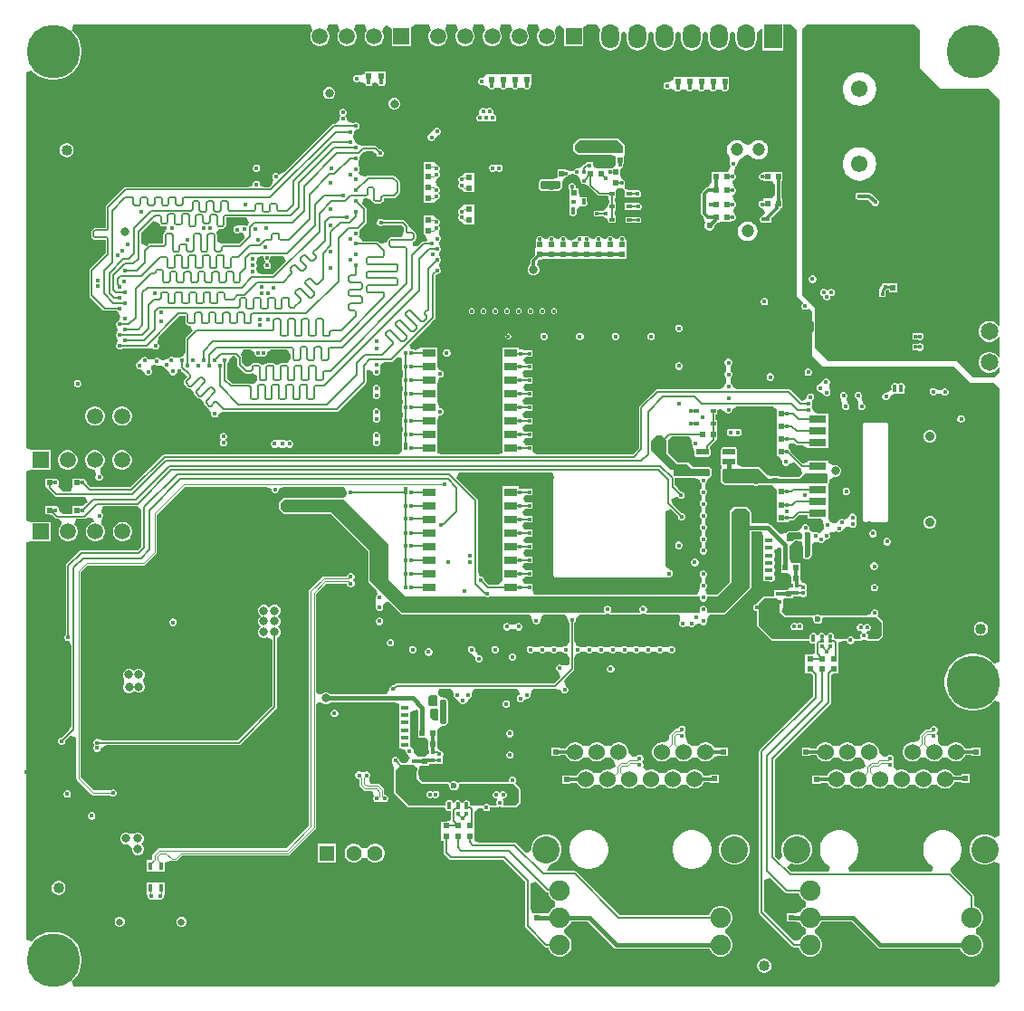
<source format=gbl>
G04*
G04 #@! TF.GenerationSoftware,Altium Limited,Altium Designer,18.1.6 (161)*
G04*
G04 Layer_Physical_Order=6*
G04 Layer_Color=16711680*
%FSTAX24Y24*%
%MOIN*%
G70*
G01*
G75*
%ADD11C,0.0059*%
%ADD13C,0.0157*%
%ADD14C,0.0079*%
%ADD17C,0.0118*%
%ADD24R,0.0118X0.0118*%
%ADD25R,0.0118X0.0118*%
%ADD27R,0.0236X0.0197*%
%ADD29R,0.0157X0.0197*%
%ADD30R,0.0200X0.0140*%
%ADD32R,0.0197X0.0236*%
%ADD36R,0.0197X0.0157*%
%ADD47R,0.0197X0.0197*%
%ADD48R,0.0236X0.0197*%
%ADD64R,0.0197X0.0236*%
G04:AMPARAMS|DCode=67|XSize=47.6mil|YSize=22.8mil|CornerRadius=2.9mil|HoleSize=0mil|Usage=FLASHONLY|Rotation=0.000|XOffset=0mil|YOffset=0mil|HoleType=Round|Shape=RoundedRectangle|*
%AMROUNDEDRECTD67*
21,1,0.0476,0.0171,0,0,0.0*
21,1,0.0419,0.0228,0,0,0.0*
1,1,0.0057,0.0210,-0.0086*
1,1,0.0057,-0.0210,-0.0086*
1,1,0.0057,-0.0210,0.0086*
1,1,0.0057,0.0210,0.0086*
%
%ADD67ROUNDEDRECTD67*%
%ADD76R,0.0197X0.0197*%
%ADD77R,0.0512X0.0354*%
%ADD78R,0.0137X0.0297*%
%ADD170C,0.0400*%
%ADD172C,0.0043*%
%ADD173C,0.0042*%
%ADD175C,0.0098*%
%ADD176C,0.0048*%
%ADD177C,0.0033*%
%ADD182C,0.0600*%
%ADD183C,0.0750*%
%ADD184C,0.1000*%
%ADD185R,0.0591X0.0591*%
%ADD186C,0.0591*%
%ADD187C,0.1969*%
%ADD188C,0.0354*%
%ADD189C,0.0472*%
%ADD190C,0.0610*%
G04:AMPARAMS|DCode=191|XSize=70.9mil|YSize=39.4mil|CornerRadius=9.8mil|HoleSize=0mil|Usage=FLASHONLY|Rotation=90.000|XOffset=0mil|YOffset=0mil|HoleType=Round|Shape=RoundedRectangle|*
%AMROUNDEDRECTD191*
21,1,0.0709,0.0197,0,0,90.0*
21,1,0.0512,0.0394,0,0,90.0*
1,1,0.0197,0.0098,0.0256*
1,1,0.0197,0.0098,-0.0256*
1,1,0.0197,-0.0098,-0.0256*
1,1,0.0197,-0.0098,0.0256*
%
%ADD191ROUNDEDRECTD191*%
%ADD192O,0.0394X0.0827*%
%ADD193C,0.0256*%
%ADD194R,0.0562X0.0562*%
%ADD195C,0.0562*%
%ADD196C,0.1290*%
%ADD197C,0.0650*%
%ADD198O,0.1299X0.1575*%
%ADD199C,0.1181*%
%ADD200O,0.0650X0.0900*%
%ADD201R,0.0650X0.0900*%
%ADD202C,0.0315*%
%ADD203C,0.0157*%
%ADD204C,0.0236*%
%ADD205R,0.0500X0.0299*%
%ADD206R,0.0630X0.0276*%
%ADD207R,0.0630X0.0551*%
%ADD208R,0.0866X0.0551*%
%ADD209R,0.0551X0.0709*%
G36*
X056535Y048819D02*
Y039016D01*
X056774Y038777D01*
X056772Y038768D01*
X056734Y03873D01*
X056713Y038679D01*
Y038624D01*
X056734Y038574D01*
X056772Y038535D01*
X056823Y038514D01*
X056878D01*
X056928Y038535D01*
X056937Y038543D01*
X057006Y038546D01*
X057126Y038425D01*
X057126Y036811D01*
X05752Y036417D01*
X062343D01*
X062933Y035827D01*
X063819D01*
X064016Y03563D01*
Y025558D01*
X063853Y025493D01*
X063819Y025491D01*
X063711Y025599D01*
X063578Y025695D01*
X063432Y02577D01*
X063276Y025821D01*
X063114Y025846D01*
X062949D01*
X062787Y025821D01*
X062631Y02577D01*
X062485Y025695D01*
X062352Y025599D01*
X062236Y025483D01*
X062139Y02535D01*
X062065Y025204D01*
X062014Y025047D01*
X061988Y024885D01*
Y024721D01*
X062014Y024559D01*
X062065Y024403D01*
X062139Y024256D01*
X062236Y024123D01*
X062352Y024007D01*
X062485Y023911D01*
X062631Y023836D01*
X062787Y023786D01*
X062949Y02376D01*
X063114D01*
X063276Y023786D01*
X063432Y023836D01*
X063578Y023911D01*
X063711Y024007D01*
X063819Y024115D01*
X063853Y024113D01*
X064016Y024048D01*
Y019159D01*
X063819Y019078D01*
X063811Y019086D01*
X063683Y01916D01*
X063541Y019198D01*
X063394D01*
X063251Y01916D01*
X063124Y019086D01*
X06302Y018982D01*
X062946Y018855D01*
X062908Y018713D01*
Y018565D01*
X062946Y018423D01*
X06302Y018296D01*
X063124Y018192D01*
X063251Y018118D01*
X063394Y01808D01*
X063541D01*
X063683Y018118D01*
X063811Y018192D01*
X063819Y0182D01*
X064016Y018118D01*
Y01378D01*
X063819Y013583D01*
X029928D01*
X029863Y013745D01*
X029861Y01378D01*
X029969Y013887D01*
X030066Y01402D01*
X03014Y014166D01*
X030191Y014323D01*
X030217Y014485D01*
Y014649D01*
X030191Y014811D01*
X03014Y014967D01*
X030066Y015114D01*
X029969Y015247D01*
X029853Y015363D01*
X02972Y015459D01*
X029574Y015534D01*
X029418Y015585D01*
X029255Y01561D01*
X029091D01*
X028929Y015585D01*
X028773Y015534D01*
X028626Y015459D01*
X028494Y015363D01*
X028386Y015255D01*
X028351Y015257D01*
X028189Y015322D01*
Y029962D01*
X02837Y03D01*
X028386Y03D01*
X029079D01*
Y030709D01*
X028386D01*
X02837Y030709D01*
X028189Y030747D01*
Y032562D01*
X028354Y032638D01*
X028386Y032638D01*
X029063D01*
Y033346D01*
X028386D01*
X028354Y033346D01*
X028189Y033423D01*
Y047276D01*
X028351Y047341D01*
X028386Y047343D01*
X028494Y047236D01*
X028626Y047139D01*
X028773Y047065D01*
X028929Y047014D01*
X029091Y046988D01*
X029255D01*
X029418Y047014D01*
X029574Y047065D01*
X02972Y047139D01*
X029853Y047236D01*
X029969Y047352D01*
X030066Y047485D01*
X03014Y047631D01*
X030191Y047787D01*
X030217Y047949D01*
Y048114D01*
X030191Y048276D01*
X03014Y048432D01*
X030066Y048578D01*
X029969Y048711D01*
X029861Y048819D01*
X029863Y048853D01*
X029928Y049016D01*
X038652D01*
X038653Y049015D01*
X038719Y048819D01*
X038701Y0488D01*
X038654Y048719D01*
X03863Y048629D01*
Y048536D01*
X038654Y048446D01*
X038701Y048365D01*
X038767Y048299D01*
X038847Y048252D01*
X038938Y048228D01*
X039031D01*
X039121Y048252D01*
X039202Y048299D01*
X039268Y048365D01*
X039314Y048446D01*
X039339Y048536D01*
Y048629D01*
X039314Y048719D01*
X039268Y0488D01*
X039249Y048819D01*
X039316Y049015D01*
X039316Y049016D01*
X039652D01*
X039653Y049015D01*
X039719Y048819D01*
X039701Y0488D01*
X039654Y048719D01*
X03963Y048629D01*
Y048536D01*
X039654Y048446D01*
X039701Y048365D01*
X039767Y048299D01*
X039847Y048252D01*
X039938Y048228D01*
X040031D01*
X040121Y048252D01*
X040202Y048299D01*
X040268Y048365D01*
X040314Y048446D01*
X040339Y048536D01*
Y048629D01*
X040314Y048719D01*
X040268Y0488D01*
X040249Y048819D01*
X040316Y049015D01*
X040316Y049016D01*
X040652D01*
X040653Y049015D01*
X040719Y048819D01*
X040701Y0488D01*
X040654Y048719D01*
X04063Y048629D01*
Y048536D01*
X040654Y048446D01*
X040701Y048365D01*
X040767Y048299D01*
X040847Y048252D01*
X040938Y048228D01*
X041031D01*
X041121Y048252D01*
X041202Y048299D01*
X041268Y048365D01*
X041314Y048446D01*
X041339Y048536D01*
Y048629D01*
X041314Y048719D01*
X041293Y048756D01*
X041347Y048921D01*
X041375Y048964D01*
X041454Y048987D01*
X04163Y048871D01*
Y048228D01*
X042339D01*
Y048819D01*
X042339Y048937D01*
X042503Y049016D01*
X042999D01*
X042999Y049015D01*
X043066Y048819D01*
X043047Y0488D01*
X043001Y048719D01*
X042976Y048629D01*
Y048536D01*
X043001Y048446D01*
X043047Y048365D01*
X043113Y048299D01*
X043194Y048252D01*
X043284Y048228D01*
X043377D01*
X043467Y048252D01*
X043548Y048299D01*
X043614Y048365D01*
X043661Y048446D01*
X043685Y048536D01*
Y048629D01*
X043661Y048719D01*
X043614Y0488D01*
X043596Y048819D01*
X043662Y049015D01*
X043663Y049016D01*
X043999D01*
X043999Y049015D01*
X044066Y048819D01*
X044047Y0488D01*
X044001Y048719D01*
X043976Y048629D01*
Y048536D01*
X044001Y048446D01*
X044047Y048365D01*
X044113Y048299D01*
X044194Y048252D01*
X044284Y048228D01*
X044377D01*
X044467Y048252D01*
X044548Y048299D01*
X044614Y048365D01*
X044661Y048446D01*
X044685Y048536D01*
Y048629D01*
X044661Y048719D01*
X044614Y0488D01*
X044596Y048819D01*
X044662Y049015D01*
X044663Y049016D01*
X044999D01*
X044999Y049015D01*
X045066Y048819D01*
X045047Y0488D01*
X045001Y048719D01*
X044976Y048629D01*
Y048536D01*
X045001Y048446D01*
X045047Y048365D01*
X045113Y048299D01*
X045194Y048252D01*
X045284Y048228D01*
X045377D01*
X045467Y048252D01*
X045548Y048299D01*
X045614Y048365D01*
X045661Y048446D01*
X045685Y048536D01*
Y048629D01*
X045661Y048719D01*
X045614Y0488D01*
X045596Y048819D01*
X045662Y049015D01*
X045663Y049016D01*
X045999D01*
X045999Y049015D01*
X046066Y048819D01*
X046047Y0488D01*
X046001Y048719D01*
X045976Y048629D01*
Y048536D01*
X046001Y048446D01*
X046047Y048365D01*
X046113Y048299D01*
X046194Y048252D01*
X046284Y048228D01*
X046377D01*
X046467Y048252D01*
X046548Y048299D01*
X046614Y048365D01*
X046661Y048446D01*
X046685Y048536D01*
Y048629D01*
X046661Y048719D01*
X046614Y0488D01*
X046596Y048819D01*
X046662Y049015D01*
X046663Y049016D01*
X046999D01*
X046999Y049015D01*
X047066Y048819D01*
X047047Y0488D01*
X047001Y048719D01*
X046976Y048629D01*
Y048536D01*
X047001Y048446D01*
X047047Y048365D01*
X047113Y048299D01*
X047194Y048252D01*
X047284Y048228D01*
X047377D01*
X047467Y048252D01*
X047548Y048299D01*
X047614Y048365D01*
X047661Y048446D01*
X047685Y048536D01*
Y048629D01*
X047661Y048719D01*
X04764Y048756D01*
X047693Y048921D01*
X047721Y048964D01*
X0478Y048987D01*
X047976Y048871D01*
Y048228D01*
X048685D01*
Y048819D01*
X048685Y048937D01*
X048849Y049016D01*
X049184D01*
X049209Y048998D01*
X049308Y048819D01*
X049303Y048808D01*
X04929Y048708D01*
Y048458D01*
X049303Y048357D01*
X049342Y048264D01*
X049403Y048184D01*
X049483Y048122D01*
X049577Y048084D01*
X049677Y04807D01*
X049777Y048084D01*
X049871Y048122D01*
X049951Y048184D01*
X050013Y048264D01*
X050051Y048357D01*
X050065Y048458D01*
Y048708D01*
X050177Y048802D01*
X050214Y048771D01*
X05029Y048655D01*
Y048458D01*
X050303Y048357D01*
X050342Y048264D01*
X050403Y048184D01*
X050483Y048122D01*
X050577Y048084D01*
X050677Y04807D01*
X050777Y048084D01*
X050871Y048122D01*
X050951Y048184D01*
X051013Y048264D01*
X051051Y048357D01*
X051065Y048458D01*
Y048708D01*
X051177Y048802D01*
X051214Y048771D01*
X05129Y048655D01*
Y048458D01*
X051303Y048357D01*
X051342Y048264D01*
X051403Y048184D01*
X051483Y048122D01*
X051577Y048084D01*
X051677Y04807D01*
X051777Y048084D01*
X051871Y048122D01*
X051951Y048184D01*
X052013Y048264D01*
X052051Y048357D01*
X052065Y048458D01*
Y048708D01*
X052177Y048802D01*
X052214Y048771D01*
X05229Y048655D01*
Y048458D01*
X052303Y048357D01*
X052342Y048264D01*
X052403Y048184D01*
X052483Y048122D01*
X052577Y048084D01*
X052677Y04807D01*
X052777Y048084D01*
X052871Y048122D01*
X052951Y048184D01*
X053013Y048264D01*
X053051Y048357D01*
X053065Y048458D01*
Y048708D01*
X053177Y048802D01*
X053214Y048771D01*
X05329Y048655D01*
Y048458D01*
X053303Y048357D01*
X053342Y048264D01*
X053403Y048184D01*
X053483Y048122D01*
X053577Y048084D01*
X053677Y04807D01*
X053777Y048084D01*
X053871Y048122D01*
X053951Y048184D01*
X054013Y048264D01*
X054051Y048357D01*
X054065Y048458D01*
Y048708D01*
X054177Y048802D01*
X054214Y048771D01*
X05429Y048655D01*
Y048458D01*
X054303Y048357D01*
X054342Y048264D01*
X054403Y048184D01*
X054483Y048122D01*
X054577Y048084D01*
X054677Y04807D01*
X054777Y048084D01*
X054871Y048122D01*
X054951Y048184D01*
X055013Y048264D01*
X055051Y048357D01*
X055065Y048458D01*
Y048708D01*
X055064Y048714D01*
X055212Y048865D01*
X055233Y048873D01*
X055293Y048858D01*
Y048074D01*
X056061D01*
Y049016D01*
X056339D01*
X056535Y048819D01*
D02*
G37*
G36*
X061063D02*
Y047441D01*
X06185Y046654D01*
X063622D01*
X064016Y04626D01*
Y03793D01*
X063966Y037916D01*
X063939Y037962D01*
X063868Y038034D01*
X06378Y038084D01*
X063682Y03811D01*
X063581D01*
X063484Y038084D01*
X063396Y038034D01*
X063325Y037962D01*
X063274Y037875D01*
X063248Y037777D01*
Y037676D01*
X063274Y037578D01*
X063325Y037491D01*
X063396Y037419D01*
X063484Y037369D01*
X063581Y037342D01*
X063682D01*
X06378Y037369D01*
X063868Y037419D01*
X063939Y037491D01*
X063966Y037537D01*
X064016Y037523D01*
Y036788D01*
X063966Y036774D01*
X063939Y03682D01*
X063868Y036892D01*
X06378Y036943D01*
X063682Y036969D01*
X063581D01*
X063484Y036943D01*
X063396Y036892D01*
X063325Y03682D01*
X063274Y036733D01*
X063248Y036635D01*
Y036534D01*
X063274Y036436D01*
X063325Y036349D01*
X063396Y036277D01*
X063484Y036227D01*
X063581Y036201D01*
X063682D01*
X06378Y036227D01*
X063868Y036277D01*
X063939Y036349D01*
X063966Y036395D01*
X064016Y036381D01*
Y03622D01*
X063819Y036024D01*
X063032D01*
X062441Y036614D01*
X057717D01*
X057224Y037106D01*
X057224Y038583D01*
X056732Y039075D01*
Y048819D01*
X056929Y049016D01*
X060866D01*
X061063Y048819D01*
D02*
G37*
%LPC*%
G36*
X046339Y047185D02*
X04626Y047185D01*
X045906Y047185D01*
X045827Y047185D01*
X045472Y047185D01*
X045394Y047185D01*
X045157Y047185D01*
X045156Y047183D01*
X044988Y047067D01*
X044933Y047067D01*
X044883Y047046D01*
X044844Y047007D01*
X044823Y046957D01*
Y046902D01*
X044844Y046851D01*
X044883Y046812D01*
X044933Y046791D01*
X044977D01*
X044988Y046791D01*
X045106Y046762D01*
X045198Y046694D01*
X045198Y046693D01*
X045237Y046655D01*
X045288Y046634D01*
X045342D01*
X045393Y046655D01*
X045432Y046694D01*
X045631D01*
X04567Y046655D01*
X045721Y046634D01*
X045775D01*
X045826Y046655D01*
X045865Y046694D01*
X046064D01*
X046103Y046655D01*
X046154Y046634D01*
X046209D01*
X046259Y046655D01*
X046298Y046694D01*
X046497D01*
X046536Y046655D01*
X046536D01*
X046587Y046634D01*
X046587Y046634D01*
X046642D01*
X046692Y046655D01*
X046692D01*
X046692Y046655D01*
X046731Y046694D01*
X046731Y046694D01*
X046752Y046744D01*
X046772Y046831D01*
X046772Y046831D01*
Y047185D01*
X046339Y047185D01*
D02*
G37*
G36*
X041102Y047303D02*
X040945D01*
X040906Y047303D01*
X04063D01*
Y047214D01*
X040608Y0472D01*
X040433Y047154D01*
X040432Y047155D01*
X040381Y047176D01*
X040326D01*
X040275Y047155D01*
X040237Y047116D01*
X040216Y047066D01*
Y047011D01*
X040237Y04696D01*
X040275Y046921D01*
X040326Y0469D01*
X040381D01*
X040432Y046921D01*
X040441Y04693D01*
X040459Y046932D01*
X04065Y046862D01*
X040671Y046812D01*
X040671Y046812D01*
X040709Y046773D01*
X04076Y046752D01*
X04076Y046752D01*
X040815D01*
X040815Y046752D01*
X040865Y046773D01*
X040904Y046812D01*
X040904Y046812D01*
X040925Y046862D01*
X041024Y046882D01*
X041122Y046862D01*
X041143Y046812D01*
X041182Y046773D01*
X041182D01*
X041232Y046752D01*
X041232Y046752D01*
X041287D01*
X041338Y046773D01*
X041338D01*
X041338Y046773D01*
X041377Y046812D01*
X041377Y046812D01*
X041398Y046862D01*
X041417Y046949D01*
X041417Y046949D01*
Y047303D01*
X041142D01*
X041102Y047303D01*
D02*
G37*
G36*
X053622Y047106D02*
X053543Y047106D01*
X053189Y047106D01*
X05311Y047106D01*
X052756Y047106D01*
X052677Y047106D01*
X052323Y047106D01*
X052244Y047106D01*
X052008D01*
Y047009D01*
X051945Y046961D01*
X051811Y046904D01*
X051799Y046909D01*
X051744D01*
X051694Y046888D01*
X051655Y04685D01*
X051634Y046799D01*
Y046744D01*
X051655Y046694D01*
X051694Y046655D01*
X051744Y046634D01*
X051799D01*
X051837Y04665D01*
X051864Y046652D01*
X052035Y046618D01*
X052058Y046606D01*
X052087Y046576D01*
X052138Y046555D01*
X052193D01*
X052243Y046576D01*
X052282Y046615D01*
X052482D01*
X05252Y046576D01*
X052571Y046555D01*
X052626D01*
X052676Y046576D01*
X052715Y046615D01*
X052915D01*
X052953Y046576D01*
X053004Y046555D01*
X053059D01*
X05311Y046576D01*
X053148Y046615D01*
X053348D01*
X053387Y046576D01*
X053437Y046555D01*
X053492D01*
X053543Y046576D01*
X053581Y046615D01*
X053781D01*
X05382Y046576D01*
X05382D01*
X05387Y046555D01*
X05387Y046555D01*
X053925D01*
X053976Y046576D01*
X053976D01*
X053976Y046576D01*
X054014Y046615D01*
X054014Y046615D01*
X054035Y046666D01*
X054055Y046752D01*
X054055Y046752D01*
Y047106D01*
X053622Y047106D01*
D02*
G37*
G36*
X039374Y046713D02*
X039288D01*
X039208Y04668D01*
X039147Y046619D01*
X039114Y046539D01*
Y046453D01*
X039147Y046373D01*
X039208Y046312D01*
X039288Y04628D01*
X039374D01*
X039453Y046312D01*
X039514Y046373D01*
X039547Y046453D01*
Y046539D01*
X039514Y046619D01*
X039453Y04668D01*
X039374Y046713D01*
D02*
G37*
G36*
X045264Y045965D02*
X045264Y045965D01*
X045209Y045965D01*
X045158Y045944D01*
X045158Y045944D01*
X045078D01*
X045078Y045944D01*
X045027Y045965D01*
X044973Y045965D01*
X044973Y045965D01*
X044973Y045965D01*
X044922Y045944D01*
X044922Y045944D01*
X044922Y045944D01*
X044883Y045905D01*
X044883Y045905D01*
X044862Y045854D01*
X044862Y045854D01*
X044862Y045799D01*
X044855Y045734D01*
X044804Y045707D01*
X044804Y045707D01*
X044765Y045669D01*
Y045669D01*
X044744Y045618D01*
X044744Y045618D01*
X044744Y045563D01*
X044744Y045563D01*
X044765Y045512D01*
X044765Y045512D01*
X044804Y045474D01*
X044804Y045474D01*
X044804Y045474D01*
X044854Y045453D01*
X044854Y045453D01*
X044854Y045453D01*
X044909Y045453D01*
X04496Y045474D01*
X04496Y045474D01*
X04504D01*
X04504Y045474D01*
X045091Y045453D01*
X045091Y045453D01*
X045146D01*
X045146Y045453D01*
X045196Y045474D01*
X045196Y045474D01*
X045276D01*
X045276Y045474D01*
X045327Y045453D01*
X045382Y045453D01*
X045382Y045453D01*
X045382Y045453D01*
X045432Y045474D01*
X045432D01*
X045432Y045474D01*
X045471Y045512D01*
X045471Y045512D01*
Y045512D01*
X045492Y045563D01*
X045492Y045563D01*
X045492Y045618D01*
X045492Y045618D01*
X045471Y045669D01*
Y045669D01*
X045432Y045707D01*
X045432Y045707D01*
X045381Y045734D01*
X045374Y045799D01*
X045374Y045854D01*
X045374Y045854D01*
X045353Y045905D01*
X045353Y045905D01*
X045314Y045944D01*
X045314Y045944D01*
X045314Y045944D01*
X045264Y045965D01*
X045264Y045965D01*
D02*
G37*
G36*
X041775Y046319D02*
X041689D01*
X04161Y046286D01*
X041549Y046225D01*
X041516Y046145D01*
Y046059D01*
X041549Y04598D01*
X04161Y045919D01*
X041689Y045886D01*
X041775D01*
X041855Y045919D01*
X041916Y04598D01*
X041949Y046059D01*
Y046145D01*
X041916Y046225D01*
X041855Y046286D01*
X041775Y046319D01*
D02*
G37*
G36*
X054347Y044771D02*
X054339Y044769D01*
X05433Y044771D01*
X054254Y044761D01*
X054247Y044757D01*
X054238D01*
X054167Y044727D01*
X054161Y044721D01*
X054152Y044719D01*
X054091Y044672D01*
X054087Y044665D01*
X05408Y04466D01*
X054033Y0446D01*
X054031Y044591D01*
X054025Y044585D01*
X053995Y044514D01*
Y044505D01*
X053991Y044498D01*
X053981Y044422D01*
X053983Y044413D01*
X053981Y044405D01*
X053991Y044329D01*
X053995Y044321D01*
Y044313D01*
X054025Y044242D01*
X054031Y044236D01*
X054033Y044227D01*
X054058Y044195D01*
X054082Y044137D01*
X054093Y04402D01*
X054094Y043971D01*
X054075Y043925D01*
X054075Y04387D01*
X054075Y04387D01*
X054096Y04382D01*
X054101Y0438D01*
X053997Y04361D01*
X053953Y043602D01*
X053807D01*
X05361Y043602D01*
X053413D01*
Y043248D01*
X053413D01*
Y043231D01*
X053278Y043041D01*
X053243Y043028D01*
X053227Y043025D01*
X053188Y042999D01*
X053188Y042999D01*
X053064Y042875D01*
X053038Y042836D01*
X053029Y04279D01*
X053029Y04279D01*
Y042065D01*
X053029Y042065D01*
X053038Y042019D01*
X053064Y04198D01*
X053128Y041916D01*
X053186Y041715D01*
X053159Y041649D01*
Y041579D01*
X053186Y041514D01*
X053236Y041464D01*
X053301Y041437D01*
X053372D01*
X053437Y041464D01*
X053487Y041514D01*
X053514Y041579D01*
Y041621D01*
X053617Y041724D01*
X053617Y041724D01*
X05362Y041729D01*
X053804Y041752D01*
X053819Y041752D01*
X053925Y041752D01*
X054122D01*
Y041775D01*
X054146Y041791D01*
X054201Y041791D01*
X054201Y041791D01*
X054251Y041812D01*
X05429Y041851D01*
X05429Y041851D01*
X05429Y041851D01*
X054311Y041902D01*
X054311Y041902D01*
Y041957D01*
X054311Y041957D01*
X05429Y042007D01*
X05429Y042007D01*
X05429D01*
X054251Y042046D01*
X054219Y042165D01*
X054251Y042285D01*
X05429Y042324D01*
X05429Y042324D01*
X05429Y042324D01*
X054311Y042374D01*
X054311Y042374D01*
Y042429D01*
X054311Y042429D01*
X05429Y04248D01*
X05429Y04248D01*
X05429D01*
X054251Y042518D01*
X054178Y042721D01*
X054201Y042776D01*
X054251Y042797D01*
X05429Y042835D01*
X05429Y042835D01*
X05429Y042835D01*
X054311Y042886D01*
X054311Y042886D01*
Y042941D01*
X054311Y042941D01*
X05429Y042991D01*
X05429Y042991D01*
X05429D01*
X054251Y04303D01*
X054188Y043206D01*
X054184Y043248D01*
X054201Y043287D01*
X054251Y043308D01*
X05429Y043347D01*
X05429Y043347D01*
X05429Y043347D01*
X054311Y043398D01*
X054311Y043398D01*
Y043453D01*
X054311Y043453D01*
X05429Y043503D01*
X05429Y043503D01*
X05429D01*
X054251Y043542D01*
X054238Y043606D01*
X054291Y043781D01*
X054329Y04382D01*
X05435Y04387D01*
Y043892D01*
X05437Y043938D01*
X0544Y043996D01*
X054447Y044062D01*
X05448Y044087D01*
X05451Y044099D01*
X054516Y044105D01*
X054525Y044108D01*
X054586Y044154D01*
X05459Y044162D01*
X054597Y044166D01*
X054627Y044205D01*
X054738Y044226D01*
X05485Y044205D01*
X054879Y044167D01*
X054887Y044162D01*
X054891Y044155D01*
X054952Y044108D01*
X05496Y044106D01*
X054966Y0441D01*
X055037Y044071D01*
X055046D01*
X055053Y044066D01*
X055129Y044056D01*
X055138Y044059D01*
X055146Y044056D01*
X055222Y044066D01*
X05523Y044071D01*
X055238D01*
X055309Y0441D01*
X055315Y044106D01*
X055324Y044108D01*
X055384Y044155D01*
X055389Y044162D01*
X055396Y044167D01*
X055443Y044228D01*
X055445Y044236D01*
X055451Y044242D01*
X055481Y044313D01*
Y044322D01*
X055485Y044329D01*
X055495Y044405D01*
X055493Y044413D01*
X055495Y044422D01*
X055485Y044498D01*
X055481Y044505D01*
Y044514D01*
X055451Y044585D01*
X055445Y044591D01*
X055443Y044599D01*
X055396Y04466D01*
X055389Y044664D01*
X055384Y044672D01*
X055324Y044718D01*
X055315Y044721D01*
X055309Y044727D01*
X055238Y044756D01*
X05523D01*
X055222Y04476D01*
X055146Y04477D01*
X055138Y044768D01*
X055129Y04477D01*
X055053Y04476D01*
X055046Y044756D01*
X055037D01*
X054966Y044727D01*
X05496Y044721D01*
X054952Y044718D01*
X054891Y044672D01*
X054887Y044664D01*
X054879Y04466D01*
X05485Y044622D01*
X054738Y044601D01*
X054627Y044622D01*
X054597Y04466D01*
X05459Y044665D01*
X054586Y044672D01*
X054525Y044719D01*
X054516Y044721D01*
X05451Y044727D01*
X054439Y044757D01*
X054431D01*
X054423Y044761D01*
X054347Y044771D01*
D02*
G37*
G36*
X043325Y04522D02*
X04327D01*
X04322Y045199D01*
X043181Y045161D01*
X043114Y045077D01*
X043021Y044996D01*
X042982Y044957D01*
X042961Y044907D01*
Y044852D01*
X042982Y044801D01*
X043021Y044762D01*
X043071Y044741D01*
X043126D01*
X043177Y044762D01*
X043215Y044801D01*
X043283Y044884D01*
X043376Y044966D01*
X043415Y045005D01*
X043436Y045055D01*
Y04511D01*
X043415Y045161D01*
X043376Y045199D01*
X043325Y04522D01*
D02*
G37*
G36*
X03987Y045925D02*
X039815D01*
X039764Y045904D01*
X039726Y045865D01*
X039705Y045815D01*
Y04576D01*
X039726Y045709D01*
X039763Y045669D01*
X039726Y045629D01*
X039705Y045579D01*
X039705Y045524D01*
X039566Y045376D01*
X039498D01*
X039463Y045369D01*
X039434Y045349D01*
X037667Y043582D01*
X037489Y043503D01*
X03745Y043542D01*
X037399Y043563D01*
X037345D01*
X037294Y043542D01*
X037255Y043503D01*
X037234Y043453D01*
Y043398D01*
X037255Y043347D01*
X037294Y043308D01*
X037215Y04313D01*
X037128Y043043D01*
X036973D01*
X036791Y043112D01*
Y043167D01*
X03677Y043218D01*
X036732Y043257D01*
X036681Y043278D01*
X036626D01*
X036575Y043257D01*
X036537Y043218D01*
X036516Y043167D01*
Y043112D01*
X036334Y043043D01*
X03185D01*
X03185Y043043D01*
X031816Y043036D01*
X031787Y043017D01*
X031127Y042357D01*
X031107Y042328D01*
X031101Y042293D01*
Y041654D01*
Y041538D01*
X030713D01*
X030679Y041531D01*
X030649Y041511D01*
X030598Y041459D01*
X030578Y04143D01*
X030571Y041395D01*
Y04124D01*
X030578Y041205D01*
X030598Y041176D01*
X030649Y041124D01*
X030679Y041105D01*
X030713Y041098D01*
X031101D01*
Y040598D01*
X030527Y040024D01*
X030507Y039995D01*
X0305Y039961D01*
Y039055D01*
X030507Y039021D01*
X030527Y038991D01*
X031009Y038509D01*
X031038Y038489D01*
X031073Y038483D01*
X031519D01*
X031546Y038456D01*
X031559Y038451D01*
X031642Y038253D01*
X031573Y03811D01*
X031546Y038099D01*
X031546D01*
X031507Y03806D01*
Y03806D01*
X031486Y03801D01*
X031486Y03801D01*
X031486Y037955D01*
X031486Y037955D01*
X031507Y037904D01*
X031507Y037904D01*
X031508Y037903D01*
X031531Y037785D01*
X031508Y037668D01*
X031507Y037667D01*
Y037667D01*
X031486Y037616D01*
X031486Y037616D01*
Y037561D01*
X031507Y037511D01*
X031507Y037511D01*
X031507Y037511D01*
X031508Y037509D01*
X031531Y037392D01*
X031508Y037274D01*
X031507Y037273D01*
X031486Y037222D01*
Y037167D01*
X031507Y037117D01*
X031546Y037078D01*
X031597Y037057D01*
X031651D01*
X031702Y037078D01*
X031729Y037105D01*
X032598D01*
X032623Y037109D01*
X032633Y037111D01*
X032633D01*
X03275Y037109D01*
X032849Y037084D01*
X032865Y037068D01*
X032915Y037047D01*
X032916Y037047D01*
X03297D01*
X033021Y037068D01*
X03306Y037107D01*
X03306Y037107D01*
X033081Y037158D01*
Y037212D01*
X03306Y037263D01*
Y037263D01*
X033021Y037302D01*
X033036Y037505D01*
X033827Y038296D01*
X034034D01*
Y038079D01*
X034041Y038044D01*
X034061Y038015D01*
X034113Y037963D01*
X034142Y037944D01*
X034177Y037937D01*
X03422D01*
X034302Y03774D01*
X034057Y037495D01*
X034037Y037466D01*
X03403Y037431D01*
Y036974D01*
X033947Y036796D01*
X033892D01*
X033841Y036775D01*
X03384Y036773D01*
X033723Y036751D01*
X033605Y036773D01*
X033604Y036775D01*
X033553Y036796D01*
X033498D01*
X033448Y036775D01*
X033409Y036736D01*
X033403Y036722D01*
X033246Y036667D01*
X033191Y03666D01*
X033101Y036701D01*
X033095Y036706D01*
X033092Y036709D01*
X033092D01*
X03307Y036731D01*
X03307D01*
X03302Y036752D01*
X03302Y036752D01*
X032965D01*
X032926Y036736D01*
X032914Y036731D01*
X032914Y036731D01*
X032875Y036692D01*
X032872Y03669D01*
X032738Y036687D01*
X032685Y036699D01*
X032658Y036736D01*
X03262Y036775D01*
X03262D01*
X032569Y036796D01*
X032514Y036796D01*
X032463Y036775D01*
X032463D01*
X032463Y036775D01*
X032425Y036736D01*
X032352Y036648D01*
X032271Y036591D01*
X032232Y036553D01*
X032232Y036553D01*
Y036553D01*
X032211Y036502D01*
X032211Y036502D01*
X032211Y036502D01*
X032211Y036447D01*
X032232Y036396D01*
X032232Y036396D01*
X032271Y036358D01*
X032271Y036358D01*
X032321Y036337D01*
X032348D01*
X032402Y036316D01*
X032524Y036217D01*
X032533Y036205D01*
X03255Y036162D01*
X032589Y036123D01*
X03264Y036102D01*
X032695Y036102D01*
X032695Y036102D01*
X032745Y036123D01*
X032745Y036123D01*
X032784Y036162D01*
X032805Y036213D01*
X032805Y036213D01*
Y036268D01*
X032784Y036318D01*
X032795Y036464D01*
X032912Y0365D01*
X032914Y036497D01*
X032965Y036476D01*
X033018D01*
X03302Y036476D01*
X033115Y036477D01*
X033244Y036417D01*
X033253Y036409D01*
X033275Y036387D01*
X033291Y036381D01*
X033344Y036345D01*
X033392Y036289D01*
X033443Y036225D01*
X033454Y0362D01*
X033466Y036172D01*
X033505Y036133D01*
X033555Y036112D01*
X03361D01*
X033661Y036133D01*
X033699Y036172D01*
X033712Y036203D01*
X033806Y036243D01*
X033917Y03627D01*
X034115Y036072D01*
X034001Y035958D01*
X033982Y035928D01*
X033975Y035894D01*
Y035821D01*
X033982Y035786D01*
X034001Y035757D01*
X034111Y035647D01*
X034111Y035647D01*
X034111D01*
X03414Y035627D01*
X034174Y035621D01*
X034175Y03562D01*
X034281Y035561D01*
X034341Y035455D01*
X034341Y035453D01*
X034348Y03542D01*
X034367Y03539D01*
X034477Y03528D01*
X034477Y03528D01*
X034477D01*
X034507Y035261D01*
X03454Y035254D01*
X034542Y035254D01*
X034648Y035194D01*
X034707Y035088D01*
X034708Y035087D01*
X034714Y035053D01*
X034734Y035024D01*
X034844Y034914D01*
X034862Y034902D01*
X034883Y034881D01*
X03497Y034737D01*
X03498Y034713D01*
X03498Y034713D01*
X03498Y034691D01*
Y034658D01*
X035001Y034607D01*
X03504Y034568D01*
X035091Y034547D01*
X035146D01*
X035196Y034568D01*
X035235Y034607D01*
X035256Y034658D01*
X035282Y034685D01*
X035399Y034762D01*
X035438Y034775D01*
X035453Y034772D01*
X035453Y034772D01*
X039616D01*
X039651Y034779D01*
X03968Y034798D01*
X040669Y035788D01*
X040689Y035817D01*
X040696Y035851D01*
Y036294D01*
X0407Y0363D01*
X040812Y03631D01*
X040897Y036274D01*
X040935Y036237D01*
Y036203D01*
X040935Y036203D01*
X040935Y036203D01*
X040956Y036152D01*
Y036152D01*
X040956Y036152D01*
X040995Y036114D01*
X040995Y036114D01*
X040995Y036114D01*
X041045Y036093D01*
X041045Y036093D01*
X0411D01*
X0411Y036093D01*
X041151Y036114D01*
X041151Y036114D01*
X041151Y036114D01*
X04119Y036152D01*
X04119Y036152D01*
Y036152D01*
X041211Y036203D01*
X041211Y036203D01*
X041211Y036203D01*
X041211Y036258D01*
X041197Y036358D01*
X041206Y036429D01*
X041235Y036526D01*
X041387Y036603D01*
X041614D01*
X041649Y036609D01*
X041678Y036629D01*
X041836Y036787D01*
X042013Y036715D01*
X042022Y036545D01*
X042022D01*
Y036309D01*
X042049D01*
Y036043D01*
X042022D01*
Y035807D01*
X042022D01*
X042049Y035617D01*
Y035542D01*
X042035Y035541D01*
X042045Y035541D01*
X042045Y035541D01*
X042022Y035541D01*
Y035305D01*
X042022D01*
X042049Y035115D01*
Y035049D01*
X042035Y035049D01*
X042045Y035049D01*
X042045Y035049D01*
X042022Y035049D01*
Y034813D01*
X042022D01*
X042049Y034623D01*
Y034547D01*
X042035Y034547D01*
X042045Y034547D01*
X042045Y034547D01*
X042022Y034547D01*
Y034311D01*
X042022D01*
X042049Y034121D01*
Y034046D01*
X042035Y034045D01*
X042045Y034045D01*
X042045Y034045D01*
X042022Y034045D01*
Y033809D01*
X042022Y033809D01*
X042013Y033616D01*
X041998Y033581D01*
Y033526D01*
X042019Y033475D01*
X042001Y033284D01*
X041865Y033201D01*
X033268D01*
X033233Y033194D01*
X033204Y033174D01*
X033204Y033174D01*
X03201Y03198D01*
X030572D01*
X030549Y03198D01*
X030398Y032132D01*
X030398Y032152D01*
Y032177D01*
X030377Y032228D01*
X030338Y032266D01*
X030287Y032287D01*
X030236D01*
Y032307D01*
X029882D01*
Y031992D01*
X029816Y031823D01*
X029518D01*
X029333Y032019D01*
X029334Y032033D01*
X029373Y032072D01*
X029394Y032122D01*
Y032177D01*
X029373Y032228D01*
X029334Y032266D01*
X029283Y032287D01*
X029232D01*
Y032307D01*
X028878D01*
X028878Y031992D01*
X029004Y031892D01*
X029004Y031892D01*
X029227Y031668D01*
X02923Y031667D01*
X02923Y031667D01*
X029257Y031649D01*
X029288Y031643D01*
X029288Y031643D01*
X029291Y031642D01*
X029476D01*
D01*
X029875D01*
X030072Y031642D01*
X03035D01*
X030432Y031445D01*
X03039Y031403D01*
X030236Y031299D01*
X029882D01*
Y030996D01*
X029554D01*
X02939Y031114D01*
X02939Y031169D01*
X02939Y031169D01*
X02939Y031169D01*
X029369Y03122D01*
X02933Y031259D01*
X02933Y031259D01*
X029279Y03128D01*
X029279Y03128D01*
X029252Y03128D01*
X029232Y031299D01*
Y031299D01*
X028878D01*
Y030984D01*
X028996D01*
X029167Y030922D01*
X029247Y030842D01*
X029276Y030822D01*
X029276Y030822D01*
X029308Y030816D01*
X029308Y030816D01*
X029311Y030815D01*
X029353Y030815D01*
X029429Y030797D01*
X029476Y030702D01*
X029487Y030618D01*
X029441Y030572D01*
X029394Y030491D01*
X02937Y030401D01*
Y030308D01*
X029394Y030218D01*
X029441Y030137D01*
X029507Y030071D01*
X029588Y030024D01*
X029678Y03D01*
X029771D01*
X029861Y030024D01*
X029942Y030071D01*
X030008Y030137D01*
X030055Y030218D01*
X030079Y030308D01*
Y030401D01*
X030055Y030491D01*
X030008Y030572D01*
X029961Y030618D01*
X029973Y030702D01*
X030029Y030815D01*
X030315D01*
X03035Y030822D01*
X030379Y030842D01*
X030446Y030909D01*
X030654Y030838D01*
X030666Y03074D01*
X030639Y030698D01*
X030588Y030685D01*
X030507Y030638D01*
X030441Y030572D01*
X030394Y030491D01*
X03037Y030401D01*
Y030308D01*
X030394Y030218D01*
X030441Y030137D01*
X030507Y030071D01*
X030588Y030024D01*
X030678Y03D01*
X030771D01*
X030861Y030024D01*
X030942Y030071D01*
X031008Y030137D01*
X031055Y030218D01*
X031079Y030308D01*
Y030401D01*
X031055Y030491D01*
X031008Y030572D01*
X030955Y030625D01*
X03095Y030709D01*
X030967Y030851D01*
X030983Y030867D01*
X031004Y030917D01*
X031004Y030917D01*
Y030972D01*
X030983Y031023D01*
X030944Y031062D01*
X030944Y031062D01*
X03099Y031256D01*
X03101Y031288D01*
X032236D01*
X032296Y031276D01*
X032394Y031183D01*
X032429Y031132D01*
Y029801D01*
X032285Y029657D01*
X030197D01*
X030162Y02965D01*
X030133Y029631D01*
X029661Y029158D01*
X029641Y029129D01*
X029634Y029094D01*
Y026561D01*
X029608Y026535D01*
X029587Y026484D01*
Y026429D01*
X029608Y026379D01*
X029646Y02634D01*
X029697Y026319D01*
X029752D01*
X029831Y026139D01*
Y023195D01*
X029753Y02303D01*
X029753Y02303D01*
X029753Y02303D01*
D01*
X029498Y022776D01*
X029482Y022776D01*
X029461Y022776D01*
X02941Y022755D01*
X029371Y022716D01*
X02935Y022665D01*
Y02261D01*
X029371Y02256D01*
X02941Y022521D01*
X029461Y0225D01*
X029516D01*
X029566Y022521D01*
X029605Y02256D01*
X029626Y02261D01*
X029626Y022648D01*
X029827Y022849D01*
X029843Y022842D01*
X029996Y022778D01*
X030024Y022767D01*
Y021315D01*
X030024Y02125D01*
X03003Y021218D01*
X030048Y02119D01*
X03057Y020668D01*
X030598Y02065D01*
X03063Y020644D01*
X031268D01*
X0313Y020612D01*
X031351Y020591D01*
X031405D01*
X031456Y020612D01*
X031495Y02065D01*
X031516Y020701D01*
Y020756D01*
X031495Y020806D01*
X031456Y020845D01*
X031405Y020866D01*
X031351D01*
X0313Y020845D01*
X031268Y020813D01*
X030665Y020813D01*
X030193Y021285D01*
X030193Y022782D01*
Y022855D01*
X030193Y023052D01*
Y028849D01*
Y028863D01*
X030439Y029108D01*
X032454D01*
X0325D01*
X032532Y029115D01*
X03256Y029133D01*
X032963Y029537D01*
X032982Y029564D01*
X032988Y029596D01*
Y030979D01*
X034021Y032012D01*
X037023D01*
X037205Y031937D01*
Y031882D01*
X037226Y031831D01*
X037264Y031793D01*
X037315Y031772D01*
X03737D01*
X037421Y031793D01*
X037459Y031831D01*
X03748Y031882D01*
Y031937D01*
X037662Y032012D01*
X039855D01*
X039881Y03199D01*
X039959Y031871D01*
X039972Y031842D01*
X03998Y031785D01*
Y031784D01*
X039974Y031722D01*
X039959Y03167D01*
X039927Y03163D01*
X039899Y03162D01*
X039814Y031599D01*
X039761Y031599D01*
X039761Y031599D01*
X039748Y031599D01*
X037677Y031599D01*
X037632Y031581D01*
X037494Y031443D01*
X037475Y031398D01*
X037475Y031201D01*
X037494Y031156D01*
X037632Y031018D01*
X037677Y030999D01*
X039383Y030999D01*
X040763Y029619D01*
Y028543D01*
X040782Y028498D01*
X041055Y028225D01*
X041098Y028062D01*
X041084Y028011D01*
X041067Y027994D01*
X041046Y027943D01*
X041046Y027943D01*
X041046Y027888D01*
X04106Y027756D01*
X04106Y027749D01*
X041053Y027651D01*
X041043Y027586D01*
X041043Y027532D01*
X041043Y027532D01*
X041064Y027481D01*
Y027481D01*
X041103Y027442D01*
X041154Y027421D01*
X041154Y027421D01*
X041209Y027421D01*
X041209Y027421D01*
X041259Y027442D01*
X041298Y027481D01*
X041319Y027532D01*
Y027586D01*
X041305Y02762D01*
X041302Y027634D01*
X041335Y027688D01*
X041441Y027775D01*
X041492Y027787D01*
X041963Y027317D01*
X042008Y027298D01*
X046707Y027298D01*
X04675Y027252D01*
X046821Y027104D01*
X046821Y027101D01*
Y027049D01*
X046842Y026999D01*
X046881Y02696D01*
X046931Y026939D01*
X046986D01*
X047037Y02696D01*
X047075Y026999D01*
X047096Y027049D01*
Y027101D01*
X047096Y027104D01*
X047167Y027252D01*
X04721Y027298D01*
X048005D01*
X048032Y027275D01*
X048119Y027141D01*
X04813Y027101D01*
Y027069D01*
X048151Y027018D01*
X048166Y027003D01*
X048177Y026992D01*
Y026311D01*
X048067Y026144D01*
X048012D01*
X048012Y026144D01*
X047962Y026123D01*
X047923Y026084D01*
X047724D01*
X047685Y026123D01*
X047685D01*
X047634Y026144D01*
X047579D01*
X047529Y026123D01*
X047529D01*
X04749Y026084D01*
X047291D01*
X047252Y026123D01*
X047252D01*
X047201Y026144D01*
X047146D01*
X047096Y026123D01*
X047096D01*
X047057Y026084D01*
X046857D01*
X046819Y026123D01*
X046819D01*
X046768Y026144D01*
X046713D01*
X046663Y026123D01*
X046663D01*
X046624Y026084D01*
X046603Y026034D01*
X046603Y026034D01*
Y025979D01*
X046603Y025979D01*
X046624Y025928D01*
X046663Y025889D01*
X046663D01*
X046713Y025868D01*
X046768D01*
X046819Y025889D01*
X046819D01*
X046857Y025928D01*
X047057D01*
X047096Y025889D01*
X047096D01*
X047146Y025868D01*
X047201D01*
X047252Y025889D01*
X047252D01*
X047291Y025928D01*
X04749D01*
X047529Y025889D01*
X047529D01*
X047579Y025868D01*
X047634D01*
X047685Y025889D01*
X047685D01*
X047724Y025928D01*
X047923D01*
X047962Y025889D01*
X048012Y025868D01*
X048012Y025868D01*
X048067D01*
X04817Y025712D01*
X048177Y025701D01*
Y02549D01*
X048127Y025434D01*
X04806Y025423D01*
X047916Y025419D01*
X047893Y025442D01*
X047842Y025463D01*
X047788D01*
X047788Y025463D01*
X047737Y025442D01*
X047698Y025403D01*
X047698Y025403D01*
X047677Y025352D01*
X047677Y025352D01*
X047677Y025297D01*
X047698Y025247D01*
X047737Y025208D01*
X04777Y025194D01*
X047812Y025106D01*
X047846Y024992D01*
X047783Y024928D01*
Y024928D01*
X047783Y024928D01*
X047783Y024928D01*
X047783Y024928D01*
X047626Y024772D01*
X04761Y024756D01*
X046803Y024756D01*
D01*
X046803D01*
X046803Y024756D01*
X046803Y024756D01*
X046426D01*
X046426Y024756D01*
X046346Y024756D01*
X044731Y024756D01*
X044621D01*
X044424Y024756D01*
X04408D01*
X043883Y024756D01*
X0434D01*
X043169Y024756D01*
X042998Y024756D01*
X042056D01*
X04197D01*
Y024756D01*
X041821Y024756D01*
X041818Y024755D01*
X041818Y024755D01*
X041787Y024749D01*
X041764Y024734D01*
X041666Y024695D01*
X041615Y024674D01*
X041615Y024674D01*
X041576Y024635D01*
X041576Y024635D01*
X041555Y024585D01*
Y02455D01*
X041555Y02453D01*
X041461Y024379D01*
X041431Y024353D01*
X039378D01*
X039335Y024396D01*
X039256Y024429D01*
X03917D01*
X03909Y024396D01*
X03905Y024357D01*
X03895Y024372D01*
X038854Y024417D01*
Y02807D01*
X039219Y028436D01*
X03999D01*
Y028408D01*
X040011Y028357D01*
X040011Y028357D01*
X04005Y028318D01*
X04005D01*
X040101Y028297D01*
X040155Y028297D01*
X040155Y028297D01*
X040206Y028318D01*
X040206Y028318D01*
X040245Y028357D01*
X040266Y028408D01*
X040266Y028408D01*
X040266Y028408D01*
X040266Y028462D01*
X040266Y028462D01*
X040245Y028513D01*
X040213Y028563D01*
X040245Y028613D01*
X040266Y028664D01*
X040266Y028664D01*
X040266Y028718D01*
X040266Y028718D01*
X040266Y028718D01*
X040245Y028769D01*
X040206Y028808D01*
X040206Y028808D01*
X040155Y028829D01*
X040155Y028829D01*
X040101Y028829D01*
X04005Y028808D01*
X04005D01*
X040011Y028769D01*
X040011Y028769D01*
X03999Y028718D01*
Y02871D01*
X03914D01*
X039108Y028704D01*
X039082Y028686D01*
X038603Y028208D01*
X038586Y028181D01*
X038579Y02815D01*
Y019542D01*
X037731Y018693D01*
X03307D01*
X033038Y018687D01*
X033012Y018669D01*
X03284Y018497D01*
X032822Y018471D01*
X032816Y018439D01*
X032816Y018298D01*
X032768Y01825D01*
X032735Y01825D01*
X032628D01*
Y017835D01*
X032884D01*
Y017835D01*
X033022D01*
Y017835D01*
X033277D01*
Y018156D01*
X033473Y018239D01*
X033499Y018221D01*
X033531Y018215D01*
X033674D01*
X033705Y018221D01*
X033732Y018239D01*
X033912Y018419D01*
X03781D01*
X037842Y018425D01*
X037868Y018443D01*
X038829Y019404D01*
X038847Y019431D01*
X038854Y019462D01*
Y024008D01*
X03895Y024053D01*
X03905Y024069D01*
X03909Y024029D01*
X03917Y023996D01*
X039256D01*
X039335Y024029D01*
X039378Y024072D01*
X041757D01*
X041919Y023988D01*
X041919Y023713D01*
X041919D01*
X041919Y023476D01*
X041919Y023201D01*
X041919D01*
Y023161D01*
X041919D01*
X041919Y022925D01*
Y022763D01*
Y02265D01*
X041919Y022364D01*
X041974D01*
X042156Y022301D01*
X042156Y022301D01*
Y022246D01*
X042176Y022196D01*
X04218Y022192D01*
X042221Y022147D01*
X042292Y022031D01*
X042296Y022013D01*
X042187Y021816D01*
X041999Y021818D01*
X041909Y021907D01*
X041909Y021923D01*
Y021945D01*
X041888Y021995D01*
X04185Y022034D01*
X041799Y022055D01*
X041744D01*
X041694Y022034D01*
X041655Y021995D01*
X041634Y021945D01*
Y02189D01*
X041655Y021839D01*
X041694Y0218D01*
X041725Y02161D01*
X041723Y021592D01*
X041708Y021555D01*
Y020768D01*
X041726Y020723D01*
X04224Y020209D01*
X042285Y020191D01*
X04358Y020191D01*
X04363Y020073D01*
X043809D01*
X043817Y020072D01*
Y019946D01*
X043817D01*
Y019906D01*
X043809Y019713D01*
X043809Y019713D01*
D01*
Y019713D01*
X043627Y019677D01*
X043453D01*
X043453Y019362D01*
X043453Y019165D01*
Y018968D01*
X043532D01*
Y018543D01*
X043539Y018505D01*
X043561Y018472D01*
X043748Y018285D01*
X04378Y018264D01*
X043819Y018256D01*
X045736D01*
X046533Y017458D01*
Y015817D01*
X046541Y015779D01*
X046563Y015746D01*
X047241Y015068D01*
X047273Y015046D01*
X047312Y015039D01*
X047405D01*
X047423Y014971D01*
X04748Y014872D01*
X047561Y014792D01*
X04766Y014734D01*
X04777Y014705D01*
X047885D01*
X047995Y014734D01*
X048094Y014792D01*
X048175Y014872D01*
X048232Y014971D01*
X048261Y015082D01*
Y015196D01*
X048232Y015307D01*
X048175Y015405D01*
X048094Y015486D01*
X04801Y015535D01*
X047995Y015621D01*
Y015657D01*
X04801Y015743D01*
X048094Y015792D01*
X048175Y015872D01*
X048232Y015971D01*
X048239Y015998D01*
X048842D01*
X049801Y01504D01*
X049847Y015009D01*
X0499Y014998D01*
X053336D01*
X053343Y014971D01*
X0534Y014872D01*
X053481Y014792D01*
X05358Y014734D01*
X05369Y014705D01*
X053805D01*
X053915Y014734D01*
X054014Y014792D01*
X054095Y014872D01*
X054152Y014971D01*
X054181Y015082D01*
Y015196D01*
X054152Y015307D01*
X054095Y015405D01*
X054014Y015486D01*
X05393Y015535D01*
X053915Y015621D01*
Y015657D01*
X05393Y015743D01*
X054014Y015792D01*
X054095Y015872D01*
X054152Y015971D01*
X054181Y016082D01*
Y016196D01*
X054152Y016307D01*
X054095Y016405D01*
X054014Y016486D01*
X053915Y016543D01*
X053805Y016573D01*
X05369D01*
X05358Y016543D01*
X053481Y016486D01*
X0534Y016405D01*
X053343Y016307D01*
X053325Y016239D01*
X050025D01*
X048447Y017817D01*
X048414Y017839D01*
X048376Y017846D01*
X047403D01*
X047371Y017867D01*
X047362Y017883D01*
X047373Y017937D01*
X047472Y018099D01*
X047543Y018118D01*
X047671Y018192D01*
X047775Y018296D01*
X047848Y018423D01*
X047886Y018565D01*
Y018713D01*
X047848Y018855D01*
X047775Y018982D01*
X047671Y019086D01*
X047543Y01916D01*
X047401Y019198D01*
X047254D01*
X047112Y01916D01*
X046984Y019086D01*
X04688Y018982D01*
X046806Y018855D01*
X046768Y018713D01*
Y018613D01*
X046647Y018538D01*
X046579Y018523D01*
X046232Y01887D01*
X0462Y018892D01*
X046161Y0189D01*
X044842D01*
X044673Y018969D01*
X044673Y019283D01*
X044673Y019456D01*
X044673Y019653D01*
X044673Y019677D01*
X044672Y019677D01*
X044671Y019719D01*
X044671D01*
X044667Y019847D01*
Y02002D01*
X04484Y020163D01*
X04498Y02016D01*
X045001Y020109D01*
X045001Y020109D01*
X04504Y02007D01*
X045091Y020049D01*
X045146D01*
X045146Y020049D01*
X045196Y02007D01*
X045235Y020109D01*
X045256Y02016D01*
Y020191D01*
X045478D01*
X045486Y020194D01*
X045495Y020193D01*
X045495Y020193D01*
X045508Y020203D01*
X045509Y020204D01*
X045535Y02021D01*
X04562Y020216D01*
X045706Y02021D01*
X045731Y020204D01*
X045732Y020203D01*
X045745Y020193D01*
X045754Y020194D01*
X045762Y020191D01*
X04618D01*
X046225Y020209D01*
X046344Y020329D01*
X046363Y020374D01*
Y020866D01*
X046344Y020911D01*
X046166Y02109D01*
X046199Y021123D01*
X04622Y021174D01*
Y021229D01*
X046199Y021279D01*
X04616Y021318D01*
X04611Y021339D01*
X046055D01*
X046004Y021318D01*
X045966Y021279D01*
X045945Y021229D01*
Y021174D01*
X045913Y021127D01*
X044127D01*
X044121Y021124D01*
X044114Y021126D01*
X044099Y021115D01*
X044082Y021108D01*
X044028Y021144D01*
X044028Y021144D01*
X043962Y021171D01*
X043892D01*
X043827Y021144D01*
X043827Y021144D01*
X043773Y021108D01*
X043755Y021115D01*
X04374Y021126D01*
X043734Y021124D01*
X043728Y021127D01*
X042782D01*
X042641Y021268D01*
X042626Y021459D01*
X042626Y021459D01*
Y021562D01*
X042685Y021734D01*
X043D01*
Y021805D01*
X04315D01*
X043171Y021809D01*
X043266D01*
X043266Y021809D01*
X043327Y021791D01*
X043358Y021781D01*
X043358Y021781D01*
X043413D01*
X043464Y021802D01*
X043503Y021841D01*
Y021841D01*
X043524Y021892D01*
Y021947D01*
X043503Y021997D01*
X043503Y021997D01*
X043512Y022069D01*
X043533Y022119D01*
X043533Y022119D01*
Y022174D01*
X043533Y022174D01*
X043533Y022174D01*
X043512Y022225D01*
X043473Y022264D01*
X043473Y022264D01*
X043459Y02227D01*
X043305Y022374D01*
Y022689D01*
X043305D01*
Y022768D01*
X043305D01*
Y022954D01*
X043305Y023053D01*
X043316Y023067D01*
X043452Y023175D01*
X043476Y023184D01*
X043563Y023184D01*
X043608Y023203D01*
X043687Y023282D01*
X043706Y023327D01*
X043706Y024031D01*
X043706Y024114D01*
X043706Y024114D01*
X043687Y024159D01*
X043663Y024184D01*
X04365Y024205D01*
X043633Y024205D01*
X043602Y024217D01*
X043602Y024217D01*
X043554Y024217D01*
X043389Y024293D01*
X043389Y024293D01*
X04337Y024339D01*
X04333Y024378D01*
X043332Y024418D01*
X043375Y024559D01*
X04338Y024575D01*
X043826D01*
X043878Y024498D01*
X043926Y024378D01*
X043917Y024358D01*
Y024303D01*
X043938Y024253D01*
X043977Y024214D01*
X044062Y02414D01*
X044135Y024056D01*
X044174Y024017D01*
X044225Y023996D01*
X044279D01*
X04433Y024017D01*
X044369Y024056D01*
X044442Y02414D01*
X044527Y024214D01*
X044566Y024253D01*
X044587Y024303D01*
Y024358D01*
X044578Y024378D01*
X044626Y024498D01*
X044667Y024559D01*
X044678Y024575D01*
X044729D01*
X046228D01*
X04631Y024484D01*
X046338Y024378D01*
X046296Y024323D01*
X04629Y02432D01*
X046251Y024281D01*
X046251Y024281D01*
Y024281D01*
X04623Y02423D01*
X04623Y02423D01*
X04623Y02423D01*
X04623Y024175D01*
X04623Y024175D01*
X04623Y024175D01*
X046251Y024125D01*
X046251Y024125D01*
X04629Y024086D01*
X04629Y024086D01*
X046341Y024065D01*
X046341Y024065D01*
X046396Y024065D01*
X046446Y024086D01*
X046447Y024086D01*
X046489Y024122D01*
X046627Y024195D01*
X046648Y024206D01*
X046692Y024224D01*
X046692Y024224D01*
X046692Y024224D01*
X046731Y024262D01*
X046752Y024313D01*
Y024368D01*
X046752Y024368D01*
X046748Y024378D01*
X046806Y024515D01*
X04684Y024559D01*
X046853Y024575D01*
X047579D01*
X047648Y024575D01*
X047651Y024576D01*
Y024576D01*
X047651Y024576D01*
X047828Y024529D01*
X047874Y0245D01*
X047895Y02445D01*
X047934Y024411D01*
X047984Y02439D01*
X048039Y02439D01*
X048039Y02439D01*
X04809Y024411D01*
X04809Y024411D01*
X048129Y02445D01*
X04815Y0245D01*
X04815Y0245D01*
Y024555D01*
X048129Y024606D01*
X04809Y024644D01*
X04809Y024644D01*
X048039Y024665D01*
X04797Y024837D01*
X047964Y024854D01*
X048021Y024911D01*
X048021D01*
X048021Y024911D01*
X048021Y024911D01*
Y024911D01*
X048195Y025085D01*
X048332Y025222D01*
X048333Y025224D01*
X048333Y025224D01*
X048351Y025251D01*
X048358Y025285D01*
Y025285D01*
Y025451D01*
Y025451D01*
Y025692D01*
X048446Y025868D01*
X0485D01*
X048551Y025889D01*
X04859Y025928D01*
X048789D01*
X048828Y025889D01*
X048828D01*
X048879Y025868D01*
X048933D01*
X048984Y025889D01*
X048984D01*
X049023Y025928D01*
X049222D01*
X049261Y025889D01*
X049261D01*
X049312Y025868D01*
X049366D01*
X049417Y025889D01*
X049417D01*
X049456Y025928D01*
X049655D01*
X049694Y025889D01*
X049694D01*
X049745Y025868D01*
X0498D01*
X04985Y025889D01*
X04985D01*
X049889Y025928D01*
X050088D01*
X050127Y025889D01*
X050127D01*
X050178Y025868D01*
X050233D01*
X050283Y025889D01*
X050283D01*
X050322Y025928D01*
X050521D01*
X05056Y025889D01*
X05056D01*
X050611Y025868D01*
X050666D01*
X050716Y025889D01*
X050716D01*
X050755Y025928D01*
X050955D01*
X050993Y025889D01*
X050993D01*
X051044Y025868D01*
X051099D01*
X051149Y025889D01*
X051149D01*
X051188Y025928D01*
X051388D01*
X051426Y025889D01*
X051426D01*
X051477Y025868D01*
X051532D01*
X051582Y025889D01*
X051582D01*
X051621Y025928D01*
X051821D01*
X051859Y025889D01*
X05191Y025868D01*
X051965D01*
X052016Y025889D01*
X052054Y025928D01*
X052075Y025979D01*
Y026034D01*
X052054Y026084D01*
X052016Y026123D01*
X051965Y026144D01*
X05191D01*
X051859Y026123D01*
X051821Y026084D01*
X051621D01*
X051582Y026123D01*
X051582D01*
X051532Y026144D01*
X051477D01*
X051426Y026123D01*
X051426D01*
X051388Y026084D01*
X051188D01*
X051149Y026123D01*
X051149D01*
X051099Y026144D01*
X051044D01*
X050993Y026123D01*
X050993D01*
X050955Y026084D01*
X050755D01*
X050716Y026123D01*
X050716D01*
X050666Y026144D01*
X050611D01*
X05056Y026123D01*
X05056D01*
X050521Y026084D01*
X050322D01*
X050283Y026123D01*
X050283D01*
X050233Y026144D01*
X050178D01*
X050127Y026123D01*
X050127D01*
X050088Y026084D01*
X049889D01*
X04985Y026123D01*
X04985D01*
X0498Y026144D01*
X049745D01*
X049694Y026123D01*
X049694D01*
X049655Y026084D01*
X049456D01*
X049417Y026123D01*
X049417D01*
X049366Y026144D01*
X049312D01*
X049261Y026123D01*
X049261D01*
X049222Y026084D01*
X049023D01*
X048984Y026123D01*
X048984D01*
X048933Y026144D01*
X048879D01*
X048828Y026123D01*
X048828D01*
X048789Y026084D01*
X04859D01*
X048551Y026123D01*
X0485Y026144D01*
X048446D01*
X048369Y026299D01*
X048358Y026321D01*
Y026992D01*
X048385Y027018D01*
X048406Y027069D01*
X048406Y027124D01*
X048503Y027275D01*
X04853Y027298D01*
X049442D01*
X049454Y027303D01*
X049467D01*
X049543Y027317D01*
X049615D01*
X049692Y027303D01*
X049704D01*
X049716Y027298D01*
X050758D01*
X05077Y027303D01*
X050782D01*
X050859Y027317D01*
X050931D01*
X051007Y027303D01*
X05102D01*
X051032Y027298D01*
X052204D01*
X052242Y027265D01*
X052245Y027047D01*
X052245Y027047D01*
X052245D01*
Y027047D01*
X052224Y026996D01*
Y026941D01*
X052224Y026941D01*
X052224Y026941D01*
X052245Y02689D01*
Y02689D01*
X052284Y026852D01*
X052284Y026852D01*
X052335Y026831D01*
X052335Y026831D01*
X05239D01*
X052453Y026852D01*
X052586D01*
X05265Y026831D01*
X05265Y026831D01*
X052667Y026831D01*
X052705D01*
X052755Y026852D01*
X052783Y02688D01*
X052794Y02689D01*
X052794Y02689D01*
X052794Y02689D01*
X052804Y026915D01*
X052914Y026947D01*
X053012Y026953D01*
X053033Y026932D01*
X053084Y026911D01*
X053139D01*
X053189Y026932D01*
X053228Y02697D01*
X053249Y027021D01*
Y027076D01*
X053235Y027111D01*
X053268Y027191D01*
X053335Y027298D01*
X053878D01*
X053923Y027317D01*
X054848Y028242D01*
X054867Y028287D01*
Y030371D01*
X055249D01*
X05528Y030325D01*
X055327Y030148D01*
X055327D01*
X055327Y029911D01*
X055327D01*
Y029872D01*
X055327D01*
X055327Y029636D01*
X055327Y02936D01*
X055327D01*
Y029321D01*
X055327D01*
X055327Y029085D01*
Y028923D01*
Y028809D01*
X055327Y028524D01*
X055514D01*
X055514Y028523D01*
X055565Y028502D01*
X05562D01*
X055671Y028523D01*
X055709Y028562D01*
X05573Y028612D01*
X05573Y028667D01*
X05572Y028782D01*
X05573Y028898D01*
Y028953D01*
X055723Y029063D01*
X05573Y029173D01*
X05573Y029228D01*
X05573Y029228D01*
X055717Y029339D01*
X05573Y029449D01*
X05573Y029449D01*
X05573Y029504D01*
X055723Y029614D01*
X055726Y02965D01*
X055874Y02975D01*
X055927Y029759D01*
X055982Y029726D01*
Y029193D01*
X055965D01*
Y028839D01*
X056182D01*
X056295Y028807D01*
X056358Y028674D01*
Y028494D01*
D01*
Y028474D01*
X05636D01*
X05636Y028414D01*
X056361Y02838D01*
X05636Y028378D01*
Y028378D01*
X056364Y028374D01*
X056305Y028315D01*
X056298D01*
X056195Y028211D01*
X056093Y028209D01*
X056033D01*
Y028209D01*
X055718D01*
X055718Y027958D01*
X05569Y027958D01*
X055333D01*
X055288Y02794D01*
X055091Y027743D01*
X055072Y027698D01*
Y027697D01*
X055047D01*
X054996Y027676D01*
X054958Y027637D01*
X054937Y027586D01*
Y027532D01*
X054958Y027481D01*
X054996Y027442D01*
X055047Y027421D01*
X055072D01*
Y02691D01*
X055091Y026865D01*
X055604Y026352D01*
X055649Y026333D01*
X056999Y026333D01*
X057037Y026232D01*
X057217D01*
X057225Y026231D01*
Y026105D01*
X057225D01*
Y026066D01*
X057216Y025872D01*
X057216Y025872D01*
X057034Y025837D01*
X05686D01*
X05686Y025522D01*
X05686Y025325D01*
Y025128D01*
X057073D01*
X057144Y025057D01*
Y024284D01*
X055185Y022325D01*
X055163Y022292D01*
X055156Y022254D01*
Y016339D01*
X055163Y0163D01*
X055185Y016268D01*
X056385Y015068D01*
X056417Y015046D01*
X056456Y015039D01*
X056625D01*
X056643Y014971D01*
X0567Y014872D01*
X056781Y014792D01*
X05688Y014734D01*
X05699Y014705D01*
X057104D01*
X057215Y014734D01*
X057314Y014792D01*
X057395Y014872D01*
X057452Y014971D01*
X057481Y015082D01*
Y015196D01*
X057452Y015307D01*
X057395Y015405D01*
X057314Y015486D01*
X05723Y015535D01*
X057215Y015621D01*
Y015657D01*
X05723Y015743D01*
X057314Y015792D01*
X057395Y015872D01*
X057452Y015971D01*
X057459Y015998D01*
X058567D01*
X059525Y01504D01*
X059571Y015009D01*
X059625Y014998D01*
X062556D01*
X062563Y014971D01*
X06262Y014872D01*
X062701Y014792D01*
X0628Y014734D01*
X06291Y014705D01*
X063024D01*
X063135Y014734D01*
X063234Y014792D01*
X063315Y014872D01*
X063372Y014971D01*
X063401Y015082D01*
Y015196D01*
X063372Y015307D01*
X063315Y015405D01*
X063234Y015486D01*
X06315Y015535D01*
X063135Y015621D01*
Y015657D01*
X06315Y015743D01*
X063234Y015792D01*
X063315Y015872D01*
X063372Y015971D01*
X063401Y016082D01*
Y016196D01*
X063372Y016307D01*
X063315Y016405D01*
X063234Y016486D01*
X063135Y016543D01*
X063068Y016561D01*
Y016934D01*
X06306Y016973D01*
X063038Y017005D01*
X062256Y017787D01*
X062241Y017797D01*
X062228Y017884D01*
X062235Y018008D01*
X062243Y018011D01*
X062359Y018089D01*
X062458Y018187D01*
X062535Y018303D01*
X062589Y018432D01*
X062616Y018569D01*
Y018709D01*
X062589Y018846D01*
X062535Y018975D01*
X062458Y019091D01*
X062359Y019189D01*
X062243Y019267D01*
X062114Y01932D01*
X061977Y019348D01*
X061837D01*
X061701Y01932D01*
X061572Y019267D01*
X061455Y019189D01*
X061357Y019091D01*
X061279Y018975D01*
X061226Y018846D01*
X061199Y018709D01*
Y018569D01*
X061226Y018432D01*
X061279Y018303D01*
X061357Y018187D01*
X061455Y018089D01*
X061572Y018011D01*
X061526Y017817D01*
X058489D01*
X058443Y018011D01*
X058559Y018089D01*
X058658Y018187D01*
X058735Y018303D01*
X058789Y018432D01*
X058816Y018569D01*
Y018709D01*
X058789Y018846D01*
X058735Y018975D01*
X058658Y019091D01*
X058559Y019189D01*
X058443Y019267D01*
X058314Y01932D01*
X058177Y019348D01*
X058037D01*
X057901Y01932D01*
X057772Y019267D01*
X057656Y019189D01*
X057557Y019091D01*
X057479Y018975D01*
X057426Y018846D01*
X057399Y018709D01*
Y018569D01*
X057426Y018432D01*
X057479Y018303D01*
X057557Y018187D01*
X057656Y018089D01*
X057772Y018011D01*
X057726Y017817D01*
X056341D01*
X056179Y017979D01*
X0563Y018136D01*
X056331Y018118D01*
X056474Y01808D01*
X056621D01*
X056763Y018118D01*
X056891Y018192D01*
X056995Y018296D01*
X057068Y018423D01*
X057106Y018565D01*
Y018713D01*
X057068Y018855D01*
X056995Y018982D01*
X056891Y019086D01*
X056763Y01916D01*
X056621Y019198D01*
X056474D01*
X056331Y01916D01*
X056204Y019086D01*
X0561Y018982D01*
X056026Y018855D01*
X055988Y018713D01*
Y018565D01*
X056026Y018423D01*
X056045Y018391D01*
X055887Y018271D01*
X05575Y018408D01*
Y021947D01*
X057787Y023984D01*
X057809Y024017D01*
X057817Y024055D01*
Y025077D01*
X057868Y025128D01*
X058081D01*
X058081Y025443D01*
X058081Y025615D01*
X058081Y025812D01*
X058081Y025837D01*
X05808Y025837D01*
X058079Y025878D01*
X058079D01*
X058075Y026007D01*
Y026264D01*
X058251Y026314D01*
X058388Y026319D01*
X058409Y026268D01*
X058448Y02623D01*
X058498Y026209D01*
X058553D01*
X058604Y02623D01*
X058642Y026268D01*
X058663Y026319D01*
Y026333D01*
X058889D01*
X0589Y026338D01*
X058913D01*
X058983Y026351D01*
X058994Y026352D01*
X059057D01*
X059069Y026351D01*
X059138Y026338D01*
X059151D01*
X059163Y026333D01*
X059544D01*
X059589Y026352D01*
X059709Y026471D01*
X059728Y026516D01*
Y027009D01*
X059709Y027054D01*
X059512Y027251D01*
X05951Y027259D01*
X05953Y027278D01*
X059551Y027329D01*
Y027384D01*
X05953Y027435D01*
X059491Y027473D01*
X05944Y027494D01*
X059386D01*
X059335Y027473D01*
X059296Y027435D01*
X059275Y027384D01*
Y027329D01*
X059093Y027269D01*
X057517D01*
X057511Y027267D01*
X057504Y027268D01*
X057489Y027258D01*
X057472Y027251D01*
X057413Y027276D01*
X057348Y027303D01*
X057278D01*
X057213Y027276D01*
X057154Y027251D01*
X057137Y027258D01*
X057122Y027268D01*
X057115Y027267D01*
X057109Y027269D01*
X056147D01*
X055995Y027421D01*
X055996Y027437D01*
X056033Y027618D01*
X056033D01*
X056062Y027803D01*
X056093Y027894D01*
X056407D01*
Y027966D01*
X056555D01*
X056567Y027968D01*
X056654D01*
X056654Y027968D01*
X056764Y027943D01*
X056819D01*
X056869Y027964D01*
X056908Y028003D01*
X056929Y028053D01*
Y028108D01*
X056908Y028159D01*
X056871Y028196D01*
X056907Y028232D01*
Y028232D01*
X056928Y028283D01*
X056928Y028283D01*
Y028338D01*
X056907Y028388D01*
X056907Y028388D01*
X056907Y028388D01*
X056868Y028427D01*
X056817Y028448D01*
X056817Y028448D01*
X056757Y028459D01*
X056686Y028598D01*
X056673Y028789D01*
Y028839D01*
X056673D01*
Y029193D01*
X056358Y029193D01*
X056263Y02935D01*
Y029787D01*
X056378Y029936D01*
X056423Y029955D01*
X056483Y030015D01*
X056572D01*
X056592Y029998D01*
X056705Y029998D01*
X056754Y029949D01*
Y029862D01*
X056758Y029858D01*
X056769Y029833D01*
X056769Y029445D01*
X056769Y029445D01*
X056787Y0294D01*
X056787D01*
X056825Y029362D01*
X056825Y029362D01*
X05687Y029344D01*
X05687Y029344D01*
X05697Y029344D01*
X057016Y029362D01*
X057094Y029441D01*
X057113Y029486D01*
X057113Y029889D01*
X057133Y029921D01*
X057206Y029952D01*
X057363Y029962D01*
X057414Y029941D01*
X057468D01*
X057519Y029962D01*
X057558Y030001D01*
X05761Y030059D01*
X057613Y030059D01*
X057665Y030059D01*
X057665Y030059D01*
X057716Y03008D01*
X057716Y03008D01*
X057755Y030119D01*
Y030119D01*
X057755D01*
X057776Y030169D01*
X057776Y030169D01*
X057776Y030169D01*
X057776Y030224D01*
X057776Y030224D01*
X05776Y030261D01*
X057759Y030285D01*
X057797Y03033D01*
X05784Y030345D01*
X058022Y030356D01*
X058073Y030335D01*
X058073Y030335D01*
X058128D01*
X058128Y030335D01*
X058178Y030356D01*
X058178D01*
X058178Y030356D01*
X058217Y030394D01*
X058217Y030394D01*
X058217Y030394D01*
X058238Y030445D01*
X058385Y030541D01*
X058433Y030554D01*
X058488Y030545D01*
X058495Y030542D01*
X058534Y030503D01*
X058585Y030482D01*
X058585Y030482D01*
X05864Y030482D01*
X05864Y030482D01*
X05869Y030503D01*
X058729Y030542D01*
X058729Y030542D01*
X058729Y030542D01*
X05875Y030593D01*
X05875Y030593D01*
X05875Y030593D01*
Y030647D01*
X058732Y030736D01*
X05874Y030849D01*
Y030903D01*
X05874Y030903D01*
X05874Y030903D01*
X058719Y030954D01*
Y030954D01*
X058719Y030954D01*
X05868Y030993D01*
X05863Y031014D01*
X05863Y031014D01*
X058575Y031014D01*
X058575Y031014D01*
X058524Y030993D01*
X058486Y030954D01*
X058465Y030903D01*
X058299Y030812D01*
X058293Y03081D01*
X058283Y030807D01*
X058236Y030827D01*
X058236Y030827D01*
X058181D01*
X058131Y030806D01*
X058131Y030806D01*
X058131Y030806D01*
X058092Y030767D01*
X058092Y030767D01*
X058071Y030716D01*
X057988Y030657D01*
X057925Y030658D01*
X057768Y030699D01*
X057734Y03076D01*
X057698Y030866D01*
X057697Y0309D01*
Y03122D01*
X057697D01*
Y03126D01*
X057697D01*
Y031654D01*
X057697Y031654D01*
Y031693D01*
X057697D01*
X057697Y03185D01*
Y032087D01*
X057697Y032087D01*
X057709Y032107D01*
X057722Y03212D01*
X057733Y032147D01*
X057741Y032165D01*
X057741Y032165D01*
X057741Y032253D01*
X057745Y032259D01*
X057929Y032372D01*
X057938Y032372D01*
X058016D01*
X058095Y032405D01*
X058156Y032466D01*
X058189Y032546D01*
Y032632D01*
X058156Y032711D01*
X058095Y032772D01*
X058016Y032805D01*
X057929D01*
X057894Y03279D01*
X057752Y032852D01*
X057697Y032898D01*
Y032953D01*
X056949D01*
Y032889D01*
X056752Y032864D01*
X056576Y03304D01*
D01*
X056576Y03304D01*
X056576Y03304D01*
X056576Y03304D01*
X056319Y033297D01*
X056319Y033302D01*
Y033315D01*
X056298Y033365D01*
X056259Y033404D01*
X056246Y033559D01*
X056278Y033598D01*
X056462Y033608D01*
X056511Y033558D01*
X056514Y033556D01*
X056514Y033556D01*
X05654Y033539D01*
X056571Y033532D01*
X056571Y033532D01*
X056575Y033532D01*
X05669D01*
D01*
X056752D01*
X056949Y033425D01*
X057025Y033425D01*
X057697D01*
X057697Y033819D01*
X057697Y034016D01*
X057697Y034252D01*
X057697Y034449D01*
Y034685D01*
X057298D01*
X057131Y034795D01*
X057131Y034795D01*
Y03485D01*
X057131Y03485D01*
X05711Y0349D01*
X057076Y034948D01*
X057105Y035001D01*
X057126Y035051D01*
X057126Y035106D01*
X057126Y03513D01*
X057125Y035188D01*
X057125Y035188D01*
X057164Y035227D01*
X057185Y035278D01*
X057185Y035278D01*
X057185Y035278D01*
X057185Y035333D01*
X057185Y035333D01*
X057185Y035333D01*
X057164Y035383D01*
X057125Y035422D01*
X057125Y035422D01*
X057075Y035443D01*
X057075Y035443D01*
X05702Y035443D01*
X056969Y035422D01*
X05693Y035383D01*
X056909Y035333D01*
Y035278D01*
X056741Y035169D01*
X05673D01*
X056324Y035576D01*
X056294Y035595D01*
X05626Y035602D01*
X05435D01*
X054171Y035684D01*
Y035738D01*
X05415Y035789D01*
X054111Y035828D01*
Y036027D01*
X05415Y036066D01*
X054171Y036117D01*
Y036171D01*
X05415Y036222D01*
X054111Y036261D01*
Y03646D01*
X05415Y036499D01*
X054171Y03655D01*
Y036604D01*
X05415Y036655D01*
X054111Y036694D01*
X054061Y036715D01*
X054006D01*
X053955Y036694D01*
X053916Y036655D01*
X053895Y036604D01*
Y03655D01*
X053916Y036499D01*
X053955Y03646D01*
Y036261D01*
X053916Y036222D01*
X053895Y036171D01*
Y036117D01*
X053916Y036066D01*
X053955Y036027D01*
Y035828D01*
X053916Y035789D01*
X053895Y035738D01*
Y035684D01*
X053716Y035602D01*
X051417D01*
X051417Y035602D01*
X051383Y035595D01*
X051353Y035576D01*
X050763Y034985D01*
X050743Y034956D01*
X050736Y034921D01*
Y033423D01*
X050514Y033201D01*
X046974D01*
X046821Y033307D01*
X046821Y033397D01*
Y033543D01*
X046585D01*
X046585Y033543D01*
X046538Y033547D01*
X046475Y033663D01*
X046556Y033797D01*
X046585Y033799D01*
Y033799D01*
X046821D01*
Y034035D01*
X046585D01*
X046585Y034035D01*
X046526Y034041D01*
X046461Y034167D01*
X046542Y034297D01*
X046585Y034301D01*
Y034301D01*
X046821D01*
Y034537D01*
X046585D01*
X046585Y034537D01*
X046518Y034543D01*
X046484Y034591D01*
X046454Y034657D01*
X046543Y0348D01*
X046585Y034803D01*
Y034803D01*
X046821D01*
Y035039D01*
X046585D01*
X046585Y035039D01*
X046522Y035045D01*
X046455Y035163D01*
X046539Y035301D01*
X046585Y035305D01*
Y035305D01*
X046821D01*
Y035541D01*
X046585D01*
X046585Y035541D01*
X046535Y035545D01*
X046474Y035657D01*
X046559Y035795D01*
X046585Y035797D01*
Y035797D01*
X046821D01*
Y036033D01*
X046585D01*
X046585Y036033D01*
X046524Y036039D01*
X046447Y036182D01*
X046519Y036304D01*
X046585Y036309D01*
Y036309D01*
X046821D01*
Y036545D01*
X046585D01*
X046585Y036545D01*
X046551Y036548D01*
X046495Y036655D01*
X046577Y036791D01*
X046585Y036791D01*
Y036791D01*
X046821D01*
Y037028D01*
X046585D01*
X046585Y037028D01*
X046395Y037046D01*
X046392Y037047D01*
X046337D01*
X046317Y03706D01*
Y037136D01*
X045699D01*
Y036833D01*
X045699Y036719D01*
X045699Y036522D01*
X045699Y036219D01*
X045699Y036022D01*
X045699Y035719D01*
X045699Y035522D01*
X045699Y035219D01*
X045699Y035022D01*
X045699Y034719D01*
X045699Y034522D01*
X045699Y034219D01*
X045699Y034022D01*
X045699Y033719D01*
X045699Y033522D01*
X045699Y033219D01*
X045509Y033201D01*
X043506D01*
X043317Y033219D01*
X043317Y033397D01*
Y033636D01*
X043317D01*
Y033719D01*
X043317D01*
Y034136D01*
X043317D01*
Y034219D01*
X043317D01*
Y034444D01*
X043388Y034626D01*
X043443D01*
X043443Y034626D01*
X043443Y034626D01*
X043493Y034647D01*
X043493D01*
X043493Y034647D01*
X043532Y034686D01*
X043553Y034736D01*
X043553Y034736D01*
X043553Y034791D01*
X043553Y034791D01*
X043532Y034842D01*
X043493Y034881D01*
X043493Y034881D01*
X043443Y034902D01*
X043443Y034902D01*
X043388Y034902D01*
X043365Y034959D01*
X043317Y035136D01*
Y035219D01*
X043317D01*
Y035636D01*
X043317D01*
Y035719D01*
X043345Y035904D01*
X043388Y036014D01*
X043443D01*
X043493Y036035D01*
X043532Y036074D01*
X043553Y036124D01*
Y036179D01*
X043532Y03623D01*
X043493Y036268D01*
X043443Y036289D01*
X043388D01*
X043328Y036443D01*
X043317Y036636D01*
Y036719D01*
X043317D01*
Y037136D01*
X042699D01*
Y037136D01*
X042509Y037019D01*
X042467D01*
X042467Y037034D01*
X042467Y037024D01*
X042467Y037024D01*
X042467Y037047D01*
X042353D01*
X042278Y037229D01*
X043077Y038028D01*
X043095Y038046D01*
X043213Y038164D01*
X043213Y038164D01*
X043233Y038194D01*
X04324Y038228D01*
X04324Y038228D01*
X04324Y038425D01*
Y039777D01*
X043288Y039825D01*
X043304Y039825D01*
X043325D01*
X043376Y039846D01*
X043415Y039885D01*
X043436Y039935D01*
Y03999D01*
X043415Y040041D01*
X043409Y040046D01*
X04339Y040163D01*
X043409Y040279D01*
X043415Y040285D01*
X043436Y040335D01*
Y04039D01*
X043415Y040441D01*
X043391Y040558D01*
X043415Y040675D01*
X043436Y040725D01*
Y04078D01*
X043415Y040829D01*
X043415Y040831D01*
X043391Y040948D01*
X043415Y041065D01*
X043415Y041066D01*
X043436Y041115D01*
Y04117D01*
X043415Y041221D01*
X043407Y041228D01*
X043378Y041316D01*
X043384Y041453D01*
X043388Y041462D01*
X043406Y041505D01*
Y04156D01*
X043385Y04161D01*
X043354Y041641D01*
X043385Y041671D01*
Y041671D01*
X043406Y041722D01*
X043406Y041722D01*
Y041776D01*
X043385Y041827D01*
X043385Y041827D01*
X043385Y041827D01*
X043346Y041866D01*
X043346Y041866D01*
X04332Y041877D01*
X043169Y041988D01*
X043169Y041988D01*
X043169Y041988D01*
X042815D01*
Y041673D01*
X042815Y041673D01*
Y041594D01*
X042815D01*
X042815Y041476D01*
Y04128D01*
X04286D01*
X042931Y04111D01*
X042866Y04104D01*
X042809D01*
X042775Y041033D01*
X042746Y041013D01*
X042746Y041013D01*
X042583Y040851D01*
X042412Y040847D01*
X0424Y040854D01*
X042421Y041012D01*
X042428Y041016D01*
X042429Y041017D01*
X042429Y041017D01*
X042458Y041036D01*
X042484Y041062D01*
X04251Y041088D01*
X042529Y041117D01*
X042529Y041117D01*
X042536Y041151D01*
X042536Y041151D01*
X042536Y041152D01*
X042536Y041229D01*
X042536Y041307D01*
X042536Y041308D01*
X042536Y041308D01*
X042529Y041342D01*
X042529Y041342D01*
X04251Y041371D01*
X042484Y041397D01*
X042458Y041423D01*
X042457Y041424D01*
X042325Y04153D01*
X042259Y041629D01*
X042259Y041629D01*
X042241Y041656D01*
D01*
X042239Y041658D01*
X042101Y041796D01*
X042098Y041798D01*
Y041798D01*
X042098Y041798D01*
X042098D01*
X042098Y041798D01*
X042098Y041798D01*
X042072Y041816D01*
X042041Y041822D01*
Y041822D01*
X042037Y041823D01*
X041335D01*
X041308Y041849D01*
X041258Y04187D01*
X041203D01*
X041152Y041849D01*
X041114Y04181D01*
X041093Y04176D01*
Y041705D01*
X041114Y041654D01*
X041152Y041615D01*
X041203Y041594D01*
X041258D01*
X041308Y041615D01*
X041323Y041631D01*
X041335Y041642D01*
X042Y041642D01*
X042085Y041557D01*
X042085Y041534D01*
Y041411D01*
X042085Y04141D01*
X042026Y041237D01*
X04199Y04119D01*
X041809D01*
X041613Y04119D01*
X041612Y04119D01*
X041612Y04119D01*
X041579Y041183D01*
X041579Y041183D01*
X04155Y041164D01*
X041524Y041138D01*
X041498Y041112D01*
X041478Y041083D01*
X041478Y041083D01*
X041477Y041078D01*
X04143Y041D01*
X041219Y040956D01*
X041159Y041016D01*
X041156Y041018D01*
X041156Y041018D01*
X041129Y041036D01*
X041098Y041042D01*
X041098Y041042D01*
X041095Y041043D01*
X041077D01*
D01*
X040548D01*
X040542Y041052D01*
X040426Y041222D01*
X040435Y041265D01*
X040435Y041266D01*
X040456Y041315D01*
Y04137D01*
X040436Y041423D01*
X040458Y041462D01*
X040679Y041683D01*
X040679Y041683D01*
X040699Y041713D01*
X040706Y041747D01*
X040706Y041747D01*
Y042225D01*
X040699Y04226D01*
X040679Y042289D01*
X040534Y042434D01*
X040611Y04262D01*
X040635Y042631D01*
X040679D01*
X040703Y042636D01*
X040719Y042636D01*
X040822Y042602D01*
X040906Y042542D01*
X040907Y042542D01*
X040926Y042512D01*
X040978Y04246D01*
X041007Y042441D01*
X041042Y042434D01*
X041197D01*
X041232Y042441D01*
X041261Y04246D01*
X041313Y042512D01*
X041333Y042542D01*
X041339Y042576D01*
Y042631D01*
X041707D01*
X041742Y042638D01*
X041771Y042657D01*
X041904Y04279D01*
X041924Y04282D01*
X041931Y042854D01*
Y043218D01*
X041924Y043253D01*
X041904Y043282D01*
X041747Y04344D01*
X041718Y043459D01*
X041683Y043466D01*
X040771D01*
X040737Y043459D01*
X040718Y043447D01*
X040695Y043442D01*
X040486Y043477D01*
X040425Y043578D01*
X040435Y043625D01*
X040435Y043626D01*
X040456Y043675D01*
Y04373D01*
X040418Y043855D01*
X040419Y04396D01*
X040456Y044075D01*
Y044111D01*
X040462Y044139D01*
X040546Y044286D01*
X040709Y044368D01*
X040908D01*
X041068Y044257D01*
X041089Y044206D01*
X041127Y044167D01*
X041178Y044146D01*
X041233D01*
X041283Y044167D01*
X041322Y044206D01*
X041343Y044257D01*
Y044311D01*
X041322Y044362D01*
X041283Y044401D01*
X041233Y044422D01*
X041195Y044422D01*
X041094Y044523D01*
X041092Y044524D01*
X041092Y044524D01*
X041065Y044542D01*
X041034Y044548D01*
X041034Y044548D01*
X041031Y044549D01*
X040947D01*
D01*
X040591D01*
X040587Y044548D01*
X04041Y044595D01*
X040396Y044609D01*
X040396Y044609D01*
X040345Y04463D01*
X040233Y044781D01*
X040212Y044884D01*
X040235Y045001D01*
X040256Y045051D01*
Y045051D01*
X040277Y045116D01*
X040342Y045148D01*
X040393Y045169D01*
X040432Y045207D01*
X040453Y045258D01*
Y045313D01*
X040432Y045363D01*
X040393Y045402D01*
X040342Y045423D01*
X040288Y045423D01*
X040233Y045403D01*
X040076Y045443D01*
X04007Y045445D01*
X040009Y045493D01*
X03998Y045524D01*
X03998Y045579D01*
X039959Y045629D01*
X039922Y045669D01*
X039959Y045709D01*
X03998Y04576D01*
Y045815D01*
X039959Y045865D01*
X039921Y045904D01*
X03987Y045925D01*
D02*
G37*
G36*
X029699Y044649D02*
X029631D01*
X029565Y044631D01*
X029506Y044597D01*
X029458Y044549D01*
X029424Y04449D01*
X029406Y044424D01*
Y044356D01*
X029424Y04429D01*
X029458Y044231D01*
X029506Y044182D01*
X029565Y044148D01*
X029631Y044131D01*
X029699D01*
X029765Y044148D01*
X029824Y044182D01*
X029873Y044231D01*
X029907Y04429D01*
X029924Y044356D01*
Y044424D01*
X029907Y04449D01*
X029873Y044549D01*
X029824Y044597D01*
X029765Y044631D01*
X029699Y044649D01*
D02*
G37*
G36*
X045618Y043878D02*
X045618Y043878D01*
X045563Y043878D01*
X045512Y043857D01*
X045512Y043857D01*
X045432D01*
X045432Y043857D01*
X045382Y043878D01*
X045327Y043878D01*
X045327Y043878D01*
X045327Y043878D01*
X045276Y043857D01*
X045276D01*
X045276Y043857D01*
X045238Y043818D01*
X045238Y043818D01*
X045238Y043818D01*
X045217Y043768D01*
X045217Y043768D01*
Y043713D01*
X045217Y043713D01*
X045238Y043662D01*
X045238Y043662D01*
X045276Y043623D01*
X045276Y043623D01*
X045276D01*
X045327Y043602D01*
X045327Y043602D01*
X045327Y043602D01*
X045382Y043602D01*
X045432Y043623D01*
X045432Y043623D01*
X045512D01*
X045512Y043623D01*
X045563Y043602D01*
X045618Y043602D01*
X045618Y043602D01*
X045618Y043602D01*
X045669Y043623D01*
X045669D01*
X045669Y043623D01*
X045707Y043662D01*
X045707Y043662D01*
X045707Y043662D01*
X045728Y043713D01*
X045728Y043713D01*
Y043768D01*
X045728Y043768D01*
X045707Y043818D01*
X045707Y043818D01*
X045669Y043857D01*
X045669Y043857D01*
X045669D01*
X045618Y043878D01*
X045618Y043878D01*
D02*
G37*
G36*
X049961Y044828D02*
X048543D01*
X048498Y044809D01*
X048341Y044651D01*
X048322Y044606D01*
X048322Y044409D01*
X048328Y044394D01*
X048341Y044364D01*
X048341Y044364D01*
X048459Y044246D01*
X048504Y044227D01*
X049705D01*
X04988Y044175D01*
X04988Y043929D01*
X04988Y043915D01*
X049872Y043871D01*
X049732Y043732D01*
X049535Y043716D01*
X049508Y04372D01*
X04941Y04372D01*
X049193Y04372D01*
X049045Y043839D01*
Y043957D01*
X048892D01*
X048809Y043957D01*
X048809Y043957D01*
X048728Y043876D01*
X048579Y043761D01*
X048559Y043751D01*
X048513Y043732D01*
X04843Y043714D01*
X04843Y043714D01*
X04839Y043697D01*
X04839Y043697D01*
X048359Y043666D01*
X048339Y043643D01*
X048308Y043634D01*
X048187Y043636D01*
X048014Y043693D01*
Y043693D01*
X047754D01*
Y043528D01*
X047754Y043394D01*
X047583Y043332D01*
X047165D01*
X04712Y043313D01*
X047081Y043274D01*
X047062Y043228D01*
Y042992D01*
X047081Y042947D01*
X047087Y042941D01*
Y042913D01*
X047114D01*
X04712Y042908D01*
X047165Y042889D01*
X047756D01*
X047801Y042908D01*
X04784Y042947D01*
X047846Y042961D01*
X04786Y042967D01*
X04788Y042986D01*
X047899Y043032D01*
Y043197D01*
X047899Y043228D01*
X047985Y043362D01*
X048014Y043394D01*
X048083Y043433D01*
X048083D01*
X048083Y043433D01*
X048123Y04345D01*
X048123Y04345D01*
X048154Y043481D01*
X04834Y04353D01*
X048361Y043531D01*
X04839Y04351D01*
X04839Y04351D01*
X04843Y043493D01*
X04843Y043493D01*
X048441D01*
X048447Y043493D01*
X048545Y0434D01*
X048591Y04329D01*
X048591Y043246D01*
X048591Y043246D01*
X048607Y043205D01*
X048638Y043174D01*
X048679Y043157D01*
X048679Y043157D01*
X048723Y043157D01*
X048837Y043111D01*
X048861Y043102D01*
X048923Y043056D01*
X049228Y042751D01*
X049248Y042738D01*
X049272Y042733D01*
X049573D01*
X049618Y042662D01*
X049645Y042496D01*
X049638Y042478D01*
D01*
X049616Y042424D01*
X049613Y042424D01*
X049613Y042417D01*
X04957Y04228D01*
X049425Y042156D01*
X049425Y042156D01*
Y042156D01*
X049425Y042156D01*
X049231Y042148D01*
X049089D01*
Y041967D01*
X049231D01*
X049425Y041959D01*
X049425Y041959D01*
X049576Y041848D01*
X049613Y041768D01*
Y041729D01*
X049872D01*
Y041729D01*
X049876D01*
X049876Y041925D01*
X049876Y041932D01*
X049835Y042077D01*
X049876Y042221D01*
X049876D01*
Y042424D01*
X049876D01*
X049846Y042559D01*
X049876Y042694D01*
Y042699D01*
X049876D01*
Y042841D01*
X049876D01*
Y042885D01*
X049876Y042897D01*
X049881Y042927D01*
X049909Y042965D01*
X049909D01*
X049938Y043007D01*
X050156Y042991D01*
X050207Y042917D01*
X050215Y042897D01*
X050215Y042666D01*
X050533D01*
X050533Y042666D01*
X050662Y042657D01*
X050716D01*
X050767Y042678D01*
X050806Y042717D01*
X050827Y042768D01*
Y042823D01*
X050806Y042873D01*
X050767Y042912D01*
X050716Y042933D01*
X050662Y042933D01*
X050533Y042924D01*
D01*
X05034Y042933D01*
X050269Y042949D01*
X050247Y042964D01*
X050223Y04301D01*
X05021Y043068D01*
X050211Y043099D01*
X05022Y043144D01*
X05022Y043144D01*
X050228Y043167D01*
X050228Y043167D01*
X050228Y043211D01*
X050212Y043251D01*
Y043251D01*
X050181Y043282D01*
X050181Y043282D01*
X05014Y043299D01*
X05014Y043299D01*
X050031Y043469D01*
Y043566D01*
X05004Y043617D01*
X050082Y043718D01*
X050133Y043796D01*
X050133Y043796D01*
X05015Y043836D01*
X05015Y043836D01*
X050179Y043915D01*
X05018Y044104D01*
X050201Y044246D01*
X050221Y044331D01*
X050221Y044381D01*
Y044567D01*
X050203Y044612D01*
X050006Y044809D01*
X049961Y044828D01*
D02*
G37*
G36*
X036681Y043868D02*
X036626D01*
X036575Y043847D01*
X036537Y043808D01*
X036516Y043758D01*
Y043703D01*
X036537Y043652D01*
X036575Y043614D01*
X036626Y043593D01*
X036681D01*
X036732Y043614D01*
X03677Y043652D01*
X036791Y043703D01*
Y043758D01*
X03677Y043808D01*
X036732Y043847D01*
X036681Y043868D01*
D02*
G37*
G36*
X044311Y043563D02*
X044163Y043445D01*
X044135Y043434D01*
X044096Y043395D01*
X044096Y043395D01*
X044096Y043395D01*
X044075Y043344D01*
Y04329D01*
X044075Y04329D01*
X044096Y043239D01*
Y043239D01*
X044126Y043209D01*
X044096Y043178D01*
Y043178D01*
X044075Y043128D01*
X044075Y043128D01*
Y043073D01*
X044096Y043022D01*
X044096Y043022D01*
X044096Y043022D01*
X044135Y042984D01*
X044135Y042984D01*
X044163Y042972D01*
X044311Y042854D01*
X044311Y042854D01*
X044311Y042854D01*
X044665D01*
Y043169D01*
X044665D01*
Y043248D01*
X044665D01*
Y043563D01*
X044311D01*
Y043563D01*
D02*
G37*
G36*
X043169Y043967D02*
Y043967D01*
X042815D01*
Y04377D01*
X042815Y043652D01*
X042815D01*
Y043573D01*
X042815D01*
X042815Y043258D01*
X042815Y043061D01*
X042815Y042864D01*
X042815D01*
Y042785D01*
X042815D01*
Y04247D01*
X043169D01*
X043169Y04247D01*
Y04247D01*
X043319Y042585D01*
X043346Y042596D01*
X043385Y042634D01*
X043385Y042634D01*
X043385Y042634D01*
X043406Y042685D01*
Y04274D01*
X043406Y04274D01*
X043385Y04279D01*
Y04279D01*
X043354Y042821D01*
X043385Y042851D01*
Y042851D01*
X043406Y042902D01*
X043406Y042902D01*
Y042956D01*
X043385Y043007D01*
X043385Y043007D01*
X043385Y043007D01*
X043346Y043046D01*
X043346Y043046D01*
X043304Y043063D01*
X043236Y043216D01*
X043304Y043369D01*
X043346Y043386D01*
X043346Y043386D01*
X043385Y043424D01*
X043385Y043424D01*
X043385Y043424D01*
X043406Y043475D01*
Y04353D01*
X043406Y04353D01*
X043385Y04358D01*
Y04358D01*
X043354Y043611D01*
X043385Y043641D01*
Y043641D01*
X043406Y043692D01*
X043406Y043692D01*
Y043746D01*
X043385Y043797D01*
X043385Y043797D01*
X043385Y043797D01*
X043346Y043836D01*
X043346Y043836D01*
X043317Y043848D01*
X043169Y043967D01*
Y043967D01*
D02*
G37*
G36*
X048305Y043199D02*
X04825D01*
X0482Y043178D01*
X048161Y043139D01*
X04814Y043088D01*
Y043034D01*
X048161Y042983D01*
X048187Y042956D01*
Y042904D01*
X048189Y042895D01*
Y042823D01*
X048185Y042628D01*
Y04251D01*
Y042392D01*
X048185Y042172D01*
X048169Y042134D01*
X048169Y042134D01*
Y042079D01*
X04819Y042028D01*
X048229Y041989D01*
X048229Y041989D01*
X04828Y041968D01*
X048334D01*
X048385Y041989D01*
X048385D01*
X048424Y042028D01*
X048445Y042079D01*
Y042134D01*
X048526Y042305D01*
X048548Y042331D01*
X048613Y042347D01*
X048623Y042344D01*
X048673Y042323D01*
X048728D01*
X048779Y042344D01*
X048779Y042344D01*
X048818Y042383D01*
X048839Y042433D01*
Y042488D01*
X048839Y042488D01*
X048819Y042536D01*
Y042671D01*
X048701D01*
X048583Y042671D01*
X048504Y042835D01*
Y043012D01*
X04843D01*
X048415Y043034D01*
Y043088D01*
X048394Y043139D01*
X048356Y043178D01*
X048305Y043199D01*
D02*
G37*
G36*
X050671Y042461D02*
X050533Y042452D01*
Y042452D01*
X050215D01*
Y042194D01*
X050533D01*
X050533Y042194D01*
X050671Y042185D01*
X050726D01*
X050777Y042206D01*
X050816Y042245D01*
X050837Y042295D01*
Y04235D01*
X050816Y042401D01*
X050777Y04244D01*
X050726Y042461D01*
X050671Y042461D01*
D02*
G37*
G36*
X050738Y041939D02*
X050695Y041939D01*
X050695Y041939D01*
X050666Y041938D01*
X050666Y041938D01*
X050624Y041936D01*
X050428Y041932D01*
X050428Y041932D01*
X050243Y041932D01*
Y041906D01*
X050243Y041906D01*
Y04177D01*
X050243Y04177D01*
Y041729D01*
X050423Y041729D01*
X050423Y041729D01*
X050617Y041723D01*
X050695Y041718D01*
X050695Y041718D01*
X050695Y041718D01*
X050738Y041718D01*
X050738Y041718D01*
X050779Y041735D01*
X050779Y041735D01*
X05081Y041766D01*
Y041766D01*
X050827Y041806D01*
Y04185D01*
X05081Y041891D01*
Y041891D01*
X050779Y041922D01*
X050779Y041922D01*
X050739Y041939D01*
X050738Y041939D01*
D02*
G37*
G36*
X054747Y041779D02*
X054738Y041777D01*
X05473Y041779D01*
X054652Y041769D01*
X054644Y041765D01*
X054635D01*
X054562Y041734D01*
X054556Y041728D01*
X054548Y041726D01*
X054485Y041678D01*
X054481Y041671D01*
X054474Y041666D01*
X054425Y041604D01*
X054423Y041595D01*
X054417Y041589D01*
X054387Y041516D01*
Y041508D01*
X054383Y0415D01*
X054372Y041422D01*
X054374Y041413D01*
X054372Y041405D01*
X054383Y041327D01*
X054387Y041319D01*
Y041311D01*
X054417Y041238D01*
X054423Y041232D01*
X054425Y041223D01*
X054474Y041161D01*
X054481Y041156D01*
X054485Y041149D01*
X054548Y041101D01*
X054556Y041098D01*
X054562Y041092D01*
X054635Y041062D01*
X054644D01*
X054652Y041058D01*
X05473Y041047D01*
X054738Y04105D01*
X054747Y041047D01*
X054825Y041058D01*
X054832Y041062D01*
X054841D01*
X054914Y041092D01*
X05492Y041098D01*
X054928Y041101D01*
X054991Y041149D01*
X054995Y041156D01*
X055003Y041161D01*
X055051Y041223D01*
X055053Y041232D01*
X055059Y041238D01*
X05509Y041311D01*
Y041319D01*
X055094Y041327D01*
X055104Y041405D01*
X055102Y041413D01*
X055104Y041422D01*
X055094Y0415D01*
X05509Y041508D01*
Y041516D01*
X055059Y041589D01*
X055053Y041595D01*
X055051Y041604D01*
X055003Y041666D01*
X054995Y041671D01*
X054991Y041678D01*
X054928Y041726D01*
X05492Y041728D01*
X054914Y041734D01*
X054841Y041765D01*
X054832D01*
X054825Y041769D01*
X054747Y041779D01*
D02*
G37*
G36*
X055709Y043602D02*
X055512Y043602D01*
X055315D01*
Y043563D01*
X055315Y043563D01*
X05526D01*
X055209Y043542D01*
X055171Y043503D01*
X05515Y043453D01*
Y043398D01*
X055171Y043347D01*
X055209Y043308D01*
X05526Y043287D01*
X055315D01*
X055315Y043287D01*
Y043248D01*
X05563Y043248D01*
X055746Y043099D01*
Y042767D01*
X05563Y042618D01*
X055512Y042618D01*
X055315D01*
Y042547D01*
X055303Y042539D01*
X055248D01*
X055198Y042518D01*
X055159Y04248D01*
Y04248D01*
X055138Y042429D01*
X055138Y042429D01*
Y042374D01*
X055159Y042324D01*
Y042324D01*
X055159Y042324D01*
X055198Y042285D01*
X055198Y042285D01*
X055198D01*
X055248Y042264D01*
X055261D01*
X055297Y042225D01*
X055368Y042089D01*
X05529Y041991D01*
X05528Y041985D01*
X055237Y041967D01*
X055237Y041967D01*
X055198Y041928D01*
X055177Y041878D01*
Y041823D01*
X055177Y041823D01*
X055198Y041772D01*
X055237Y041734D01*
X055288Y041713D01*
X055342D01*
X055384Y04173D01*
X055486D01*
X055498Y041732D01*
X055604D01*
Y041839D01*
X055607Y04185D01*
Y041878D01*
X055912Y042183D01*
X055912Y042183D01*
X055938Y042222D01*
X055946Y042264D01*
X056024D01*
Y042618D01*
X055987D01*
Y043248D01*
X056024D01*
Y043602D01*
X055709Y043602D01*
D02*
G37*
G36*
X044311Y042382D02*
X044162Y042265D01*
X044135Y042254D01*
X044135Y042254D01*
X044096Y042215D01*
X044096Y042215D01*
X044096Y042215D01*
X044075Y042164D01*
Y04211D01*
X044075Y04211D01*
X044096Y042059D01*
Y042059D01*
X044126Y042029D01*
X044096Y041998D01*
Y041998D01*
X044075Y041948D01*
X044075Y041948D01*
Y041893D01*
X044096Y041842D01*
X044096Y041842D01*
X044096Y041842D01*
X044135Y041804D01*
X044163Y041792D01*
X044311Y041673D01*
X044311Y041673D01*
X044311Y041673D01*
X044665D01*
Y04187D01*
X044665Y041988D01*
X044665D01*
Y042067D01*
X044665D01*
Y042382D01*
X044311D01*
Y042382D01*
D02*
G37*
G36*
X050096Y041242D02*
X050056Y041225D01*
X050056D01*
X050025Y041194D01*
X050025Y041194D01*
X050008Y041154D01*
X050008Y041154D01*
X049902Y041139D01*
X049795Y041154D01*
X049795Y041154D01*
X049778Y041194D01*
X049778Y041194D01*
X049747Y041225D01*
X049747D01*
X049707Y041242D01*
X049707Y041242D01*
X049663D01*
X049663Y041242D01*
X049623Y041225D01*
X049623D01*
X049592Y041194D01*
X049592Y041194D01*
X049575Y041154D01*
X049575Y041154D01*
X049468Y041139D01*
X049362Y041154D01*
X049362Y041154D01*
X049345Y041194D01*
X049345Y041194D01*
X049314Y041225D01*
X049314D01*
X049274Y041242D01*
X049274Y041242D01*
X04923D01*
X04923Y041242D01*
X04919Y041225D01*
X04919D01*
X049159Y041194D01*
X049159Y041194D01*
X049142Y041154D01*
X049142Y041154D01*
X049035Y041139D01*
X048929Y041154D01*
X048929Y041154D01*
X048912Y041194D01*
X048912D01*
X048881Y041225D01*
X048881Y041225D01*
X048881Y041225D01*
X048841Y041242D01*
X048841Y041242D01*
X048797Y041242D01*
X048797Y041242D01*
X048767Y041233D01*
X048765Y041233D01*
X048688Y041225D01*
X048631Y041225D01*
X048555Y041232D01*
X048555Y041232D01*
X048512D01*
X048471Y041216D01*
X048471Y041216D01*
X048471Y041216D01*
X04844Y041184D01*
X04844D01*
X048423Y041144D01*
X048423Y041144D01*
X048263Y041082D01*
X048237Y041077D01*
X048063Y041137D01*
Y041154D01*
X048063Y041154D01*
X048046Y041194D01*
X048046Y041194D01*
X048015Y041225D01*
X048015D01*
X047975Y041242D01*
X047931Y041242D01*
X047931Y041242D01*
X04789Y041225D01*
X04789D01*
X047859Y041194D01*
X047859Y041194D01*
X047843Y041154D01*
X047843Y041154D01*
X047736Y041139D01*
X04763Y041154D01*
X04763Y041154D01*
X047613Y041194D01*
X047613Y041194D01*
X047582Y041225D01*
X047582D01*
X047542Y041242D01*
X047542Y041242D01*
X047498D01*
X047498Y041242D01*
X047457Y041225D01*
X047457D01*
X047426Y041194D01*
X047426Y041194D01*
X047409Y041154D01*
X047409Y041154D01*
X047303Y041139D01*
X047197Y041154D01*
X047197Y041154D01*
X04718Y041194D01*
X04718Y041194D01*
X047149Y041225D01*
X047149D01*
X047109Y041242D01*
X047109Y041242D01*
X047065Y041242D01*
X047024Y041225D01*
X047024D01*
X046993Y041194D01*
X046993Y041194D01*
X046976Y041154D01*
X046976Y041154D01*
X046976Y041154D01*
X046937Y041075D01*
X046937Y041065D01*
Y040894D01*
X046909Y040709D01*
X046909Y04063D01*
Y040544D01*
X046765Y0404D01*
X046739Y040361D01*
X04673Y040315D01*
X04673Y040315D01*
Y040184D01*
X046728Y040184D01*
X046667Y040123D01*
X046634Y040043D01*
Y039957D01*
X046667Y039877D01*
X046728Y039816D01*
X046807Y039783D01*
X046893D01*
X046973Y039816D01*
X047034Y039877D01*
X047067Y039957D01*
Y040043D01*
X047034Y040123D01*
X046973Y040184D01*
X04706Y040354D01*
X047076Y040371D01*
X047264Y040394D01*
X047343D01*
Y040394D01*
X047697D01*
Y040394D01*
X047776D01*
Y040394D01*
X04813D01*
Y040394D01*
X048209D01*
Y040394D01*
X048563D01*
Y040394D01*
X048642D01*
Y040394D01*
X048996D01*
Y040394D01*
X049075D01*
Y040394D01*
X049429D01*
Y040394D01*
X049508D01*
Y040394D01*
X049862D01*
Y040394D01*
X049941D01*
Y040394D01*
X050295D01*
X050295Y040709D01*
X050268Y040894D01*
X050268Y041065D01*
X050268Y041075D01*
X050268Y041075D01*
X050228Y041154D01*
X050228Y041154D01*
X050228Y041154D01*
X050228Y041154D01*
X050212Y041194D01*
X050212Y041194D01*
X050181Y041225D01*
X050181D01*
X05014Y041242D01*
X05014Y041242D01*
X050096D01*
X050096Y041242D01*
D02*
G37*
G36*
X055382Y038957D02*
X055327D01*
X055276Y038936D01*
X055238Y038897D01*
X055217Y038846D01*
Y038791D01*
X055238Y038741D01*
X055276Y038702D01*
X055327Y038681D01*
X055382D01*
X055432Y038702D01*
X055471Y038741D01*
X055492Y038791D01*
Y038846D01*
X055471Y038897D01*
X055432Y038936D01*
X055382Y038957D01*
D02*
G37*
G36*
X047585Y038586D02*
X047544Y038569D01*
X047513Y038538D01*
X047497Y038498D01*
Y038454D01*
X047513Y038413D01*
X047544Y038382D01*
X047585Y038366D01*
X047629D01*
X047669Y038382D01*
X0477Y038413D01*
X047717Y038454D01*
Y038498D01*
X0477Y038538D01*
X047669Y038569D01*
X047629Y038586D01*
X047585D01*
D02*
G37*
G36*
X047152D02*
X047111Y038569D01*
X04708Y038538D01*
X047063Y038498D01*
Y038454D01*
X04708Y038413D01*
X047111Y038382D01*
X047152Y038366D01*
X047196D01*
X047236Y038382D01*
X047267Y038413D01*
X047284Y038454D01*
Y038498D01*
X047267Y038538D01*
X047236Y038569D01*
X047196Y038586D01*
X047152D01*
D02*
G37*
G36*
X046719D02*
X046678Y038569D01*
X046647Y038538D01*
X04663Y038498D01*
Y038454D01*
X046647Y038413D01*
X046678Y038382D01*
X046719Y038366D01*
X046763D01*
X046803Y038382D01*
X046834Y038413D01*
X046851Y038454D01*
Y038498D01*
X046834Y038538D01*
X046803Y038569D01*
X046763Y038586D01*
X046719D01*
D02*
G37*
G36*
X046286D02*
X046245Y038569D01*
X046214Y038538D01*
X046197Y038498D01*
Y038454D01*
X046214Y038413D01*
X046245Y038382D01*
X046286Y038366D01*
X046329D01*
X04637Y038382D01*
X046401Y038413D01*
X046418Y038454D01*
Y038498D01*
X046401Y038538D01*
X04637Y038569D01*
X046329Y038586D01*
X046286D01*
D02*
G37*
G36*
X045853D02*
X045812Y038569D01*
X045781Y038538D01*
X045764Y038498D01*
Y038454D01*
X045781Y038413D01*
X045812Y038382D01*
X045853Y038366D01*
X045896D01*
X045937Y038382D01*
X045968Y038413D01*
X045985Y038454D01*
Y038498D01*
X045968Y038538D01*
X045937Y038569D01*
X045896Y038586D01*
X045853D01*
D02*
G37*
G36*
X045419D02*
X045379Y038569D01*
X045348Y038538D01*
X045331Y038498D01*
Y038454D01*
X045348Y038413D01*
X045379Y038382D01*
X045419Y038366D01*
X045463D01*
X045504Y038382D01*
X045535Y038413D01*
X045552Y038454D01*
Y038498D01*
X045535Y038538D01*
X045504Y038569D01*
X045463Y038586D01*
X045419D01*
D02*
G37*
G36*
X044986D02*
X044946Y038569D01*
X044915Y038538D01*
X044898Y038498D01*
Y038454D01*
X044915Y038413D01*
X044946Y038382D01*
X044986Y038366D01*
X04503D01*
X045071Y038382D01*
X045102Y038413D01*
X045119Y038454D01*
Y038498D01*
X045102Y038538D01*
X045071Y038569D01*
X04503Y038586D01*
X044986D01*
D02*
G37*
G36*
X044553D02*
X044513Y038569D01*
X044482Y038538D01*
X044465Y038498D01*
Y038454D01*
X044482Y038413D01*
X044513Y038382D01*
X044553Y038366D01*
X044597D01*
X044638Y038382D01*
X044669Y038413D01*
X044686Y038454D01*
Y038498D01*
X044669Y038538D01*
X044638Y038569D01*
X044597Y038586D01*
X044553D01*
D02*
G37*
G36*
X052239Y037975D02*
X052184D01*
X052134Y037954D01*
X052095Y037915D01*
X052074Y037864D01*
Y03781D01*
X052095Y037759D01*
X052134Y03772D01*
X052184Y037699D01*
X052239D01*
X05229Y03772D01*
X052329Y037759D01*
X05235Y03781D01*
Y037864D01*
X052329Y037915D01*
X05229Y037954D01*
X052239Y037975D01*
D02*
G37*
G36*
X045906Y03765D02*
X045865Y037633D01*
X045834Y037602D01*
X045818Y037562D01*
Y037518D01*
X045834Y037478D01*
X045865Y037447D01*
X045906Y03743D01*
X04595D01*
X04599Y037446D01*
X046021Y037478D01*
X046038Y037518D01*
Y037562D01*
X046021Y037602D01*
X04599Y037633D01*
X04595Y03765D01*
X045906D01*
D02*
G37*
G36*
X051219Y037677D02*
X051164D01*
X051113Y037656D01*
X051075Y037617D01*
X051054Y037567D01*
Y037512D01*
X051075Y037461D01*
X051113Y037423D01*
X051164Y037402D01*
X051219D01*
X051269Y037423D01*
X051308Y037461D01*
X051329Y037512D01*
Y037567D01*
X051308Y037617D01*
X051269Y037656D01*
X051219Y037677D01*
D02*
G37*
G36*
X049903D02*
X049848D01*
X049798Y037656D01*
X049759Y037617D01*
X049738Y037567D01*
Y037512D01*
X049759Y037461D01*
X049798Y037423D01*
X049848Y037402D01*
X049903D01*
X049954Y037423D01*
X049992Y037461D01*
X050013Y037512D01*
Y037567D01*
X049992Y037617D01*
X049954Y037656D01*
X049903Y037677D01*
D02*
G37*
G36*
X048587D02*
X048532D01*
X048482Y037656D01*
X048443Y037617D01*
X048422Y037567D01*
Y037512D01*
X048443Y037461D01*
X048482Y037423D01*
X048532Y037402D01*
X048587D01*
X048638Y037423D01*
X048677Y037461D01*
X048698Y037512D01*
Y037567D01*
X048677Y037617D01*
X048638Y037656D01*
X048587Y037677D01*
D02*
G37*
G36*
X047271D02*
X047217D01*
X047166Y037656D01*
X047127Y037617D01*
X047106Y037567D01*
Y037512D01*
X047127Y037461D01*
X047166Y037423D01*
X047217Y037402D01*
X047271D01*
X047322Y037423D01*
X047361Y037461D01*
X047382Y037512D01*
Y037567D01*
X047361Y037617D01*
X047322Y037656D01*
X047271Y037677D01*
D02*
G37*
G36*
X043689Y037067D02*
X043634D01*
X043583Y037046D01*
X043545Y037007D01*
X043524Y036957D01*
Y036902D01*
X043545Y036851D01*
X043583Y036812D01*
X043634Y036791D01*
X043689D01*
X043739Y036812D01*
X043778Y036851D01*
X043799Y036902D01*
Y036957D01*
X043778Y037007D01*
X043739Y037046D01*
X043689Y037067D01*
D02*
G37*
G36*
X052239Y036585D02*
X052184D01*
X052134Y036564D01*
X052095Y036526D01*
X052074Y036475D01*
Y03642D01*
X052095Y03637D01*
X052134Y036331D01*
X052184Y03631D01*
X052239D01*
X05229Y036331D01*
X052329Y03637D01*
X05235Y03642D01*
Y036475D01*
X052329Y036526D01*
X05229Y036564D01*
X052239Y036585D01*
D02*
G37*
G36*
X056996Y036358D02*
X056941D01*
X05689Y036337D01*
X056852Y036299D01*
X056831Y036248D01*
Y036193D01*
X056852Y036142D01*
X05689Y036104D01*
X056941Y036083D01*
X056996D01*
X057047Y036104D01*
X057085Y036142D01*
X057106Y036193D01*
Y036248D01*
X057085Y036299D01*
X057047Y036337D01*
X056996Y036358D01*
D02*
G37*
G36*
X057655Y035984D02*
X057601D01*
X05756Y035967D01*
X05755Y035963D01*
X05755D01*
X05755Y035963D01*
X057511Y035925D01*
X057424Y035823D01*
X057333Y035757D01*
X057333Y035757D01*
X057295Y035718D01*
X057295Y035718D01*
X057295Y035718D01*
X057274Y035667D01*
X057274Y035655D01*
X057274Y035612D01*
X057274Y035612D01*
X057274Y035612D01*
X057295Y035562D01*
X057295Y035562D01*
X057295Y035562D01*
X057333Y035524D01*
X057333Y035524D01*
X057333Y035523D01*
X057385Y035501D01*
X057461Y035449D01*
X057553Y035382D01*
X057579Y035356D01*
X05763Y035335D01*
X057685D01*
X057736Y035356D01*
X057774Y035394D01*
X057795Y035445D01*
Y0355D01*
X057776Y035546D01*
X057774Y03555D01*
X05774Y03564D01*
X057741Y035663D01*
X05775Y035779D01*
X057755Y035792D01*
X057766Y035819D01*
Y035874D01*
X057745Y035925D01*
X057706Y035963D01*
X057706D01*
X057655Y035984D01*
D02*
G37*
G36*
X055598Y036181D02*
X055543D01*
X055493Y03616D01*
X055454Y036121D01*
X055433Y036071D01*
Y036016D01*
X055454Y035965D01*
X055493Y035926D01*
X055543Y035906D01*
X055598D01*
X055649Y035926D01*
X055688Y035965D01*
X055709Y036016D01*
Y036071D01*
X055688Y036121D01*
X055649Y03616D01*
X055598Y036181D01*
D02*
G37*
G36*
X060421Y035827D02*
X060421Y035827D01*
X060366Y035827D01*
X060316Y035806D01*
X060316Y035806D01*
X060236D01*
X060236Y035806D01*
X060185Y035827D01*
X06013Y035827D01*
X06013Y035827D01*
X060079Y035806D01*
X060079Y035806D01*
X060041Y035767D01*
X060041Y035767D01*
X06002Y035716D01*
X06002Y035716D01*
X06002Y035662D01*
X06002Y035662D01*
X060039Y035614D01*
Y035585D01*
X06001Y035553D01*
X05986Y035463D01*
X059856Y035463D01*
X059843Y035463D01*
X059805D01*
X059755Y035442D01*
X059716Y035403D01*
X059695Y035352D01*
Y035297D01*
X059716Y035247D01*
X059755Y035208D01*
X059805Y035187D01*
X05986D01*
X059911Y035208D01*
X059949Y035247D01*
X059958Y035266D01*
X059976Y035303D01*
X060058Y035389D01*
X060152Y035429D01*
X060164Y035429D01*
X060512D01*
Y035614D01*
X060532Y035662D01*
X060532Y035662D01*
X060532Y035716D01*
X060531Y035716D01*
X060511Y035767D01*
X060511Y035767D01*
X060472Y035806D01*
X060472Y035806D01*
X060421Y035827D01*
D02*
G37*
G36*
X030096Y035935D02*
X030041D01*
X029991Y035914D01*
X029952Y035875D01*
X029931Y035825D01*
Y03577D01*
X029952Y035719D01*
X029991Y03568D01*
X030041Y035659D01*
X030096D01*
X030147Y03568D01*
X030186Y035719D01*
X030207Y03577D01*
Y035825D01*
X030186Y035875D01*
X030147Y035914D01*
X030096Y035935D01*
D02*
G37*
G36*
X061602Y03564D02*
X061547D01*
X061497Y035619D01*
X061458Y03558D01*
X061437Y035529D01*
Y035475D01*
X061458Y035424D01*
X061497Y035385D01*
X061547Y035364D01*
X061602D01*
X061653Y035385D01*
X061686Y035418D01*
X061799Y035419D01*
X061888Y035414D01*
X061927Y035375D01*
X061978Y035354D01*
X062033D01*
X062083Y035375D01*
X062122Y035414D01*
X062143Y035465D01*
Y03552D01*
X062122Y03557D01*
X062083Y035609D01*
X062033Y03563D01*
X061978D01*
X061927Y035609D01*
X061894Y035576D01*
X061781Y035576D01*
X061692Y03558D01*
X061653Y035619D01*
X061602Y03564D01*
D02*
G37*
G36*
X041045Y035758D02*
X041045Y035758D01*
X040995Y035737D01*
X040995Y035737D01*
X040995Y035737D01*
X040956Y035698D01*
X040956Y035698D01*
Y035698D01*
X040935Y035647D01*
X040935Y035647D01*
X040935Y035647D01*
Y035593D01*
X040949Y035492D01*
X040935Y035392D01*
Y035337D01*
X040935Y035337D01*
X040935Y035337D01*
X040956Y035286D01*
Y035286D01*
X040956Y035286D01*
X040995Y035247D01*
X040995Y035247D01*
X040995Y035247D01*
X041045Y035226D01*
X041045Y035226D01*
X0411D01*
X0411Y035226D01*
X041151Y035247D01*
X041151Y035247D01*
X041151Y035247D01*
X04119Y035286D01*
X04119Y035286D01*
Y035286D01*
X041211Y035337D01*
X041211Y035337D01*
X041211Y035337D01*
X041211Y035392D01*
X041197Y035492D01*
X041211Y035593D01*
Y035647D01*
X041211Y035647D01*
X041211Y035647D01*
X04119Y035698D01*
X04119Y035698D01*
X04119Y035698D01*
X041151Y035737D01*
X041151Y035737D01*
X041151Y035737D01*
X0411Y035758D01*
X0411Y035758D01*
X041073Y035758D01*
X041045Y035758D01*
D02*
G37*
G36*
X058295Y035492D02*
X05824D01*
X05819Y035471D01*
X05819D01*
X058151Y035432D01*
X05813Y035382D01*
Y035327D01*
X058151Y035276D01*
X05818Y035247D01*
X058192Y035224D01*
X058227Y035053D01*
X058224Y035026D01*
X058209Y034988D01*
X058209Y034988D01*
Y034933D01*
X05823Y034883D01*
X058268Y034844D01*
X058268Y034844D01*
X058319Y034823D01*
X058374D01*
X058425Y034844D01*
X058425D01*
X058463Y034883D01*
X058484Y034933D01*
Y034988D01*
X058463Y035039D01*
X058434Y035068D01*
X058422Y035091D01*
X058387Y035262D01*
X05839Y035289D01*
X058406Y035327D01*
X058406Y035327D01*
Y035382D01*
X058385Y035432D01*
X058346Y035471D01*
X058346Y035471D01*
X058308Y035487D01*
X058295Y035492D01*
D02*
G37*
G36*
X058836Y035502D02*
X058782D01*
X058731Y035481D01*
X058692Y035442D01*
X058671Y035392D01*
Y035337D01*
X058692Y035286D01*
X058731Y035247D01*
X05876Y035235D01*
X058765Y035227D01*
X058808Y035099D01*
X05882Y035039D01*
X058799Y034988D01*
Y034933D01*
X05882Y034883D01*
X058859Y034844D01*
X05891Y034823D01*
X058964Y034823D01*
X058964Y034823D01*
X059015Y034844D01*
X059015Y034844D01*
X059054Y034883D01*
X059075Y034933D01*
X059075Y034933D01*
Y034988D01*
X059054Y035039D01*
X059015Y035077D01*
X059015Y035077D01*
X058986Y035089D01*
X058981Y035097D01*
X058938Y035226D01*
X058926Y035286D01*
X058947Y035337D01*
Y035392D01*
X058926Y035442D01*
X058887Y035481D01*
X058836Y035502D01*
D02*
G37*
G36*
X041045Y034892D02*
X041045Y034892D01*
X040995Y034871D01*
X040995Y034871D01*
X040995Y034871D01*
X040956Y034832D01*
X040956Y034832D01*
Y034832D01*
X040935Y034781D01*
X040935Y034781D01*
X040935Y034781D01*
Y034727D01*
X040949Y034626D01*
X040935Y034525D01*
Y034471D01*
X040935Y034471D01*
X040935Y034471D01*
X040956Y03442D01*
Y03442D01*
X040956Y03442D01*
X040995Y034381D01*
X040995Y034381D01*
X040995Y034381D01*
X041045Y03436D01*
X041045Y03436D01*
X0411D01*
X0411Y03436D01*
X041151Y034381D01*
X041151Y034381D01*
X041151Y034381D01*
X04119Y03442D01*
X04119Y03442D01*
Y03442D01*
X041211Y034471D01*
X041211Y034471D01*
X041211Y034471D01*
X041211Y034525D01*
X041197Y034626D01*
X041211Y034727D01*
Y034781D01*
X041211Y034781D01*
X041211Y034781D01*
X04119Y034832D01*
X04119Y034832D01*
X04119Y034832D01*
X041151Y034871D01*
X041151Y034871D01*
X041151Y034871D01*
X0411Y034892D01*
X0411Y034892D01*
X041073Y034892D01*
X041045Y034892D01*
D02*
G37*
G36*
X062626Y034636D02*
X062571D01*
X06252Y034615D01*
X062482Y034576D01*
X062461Y034525D01*
Y034471D01*
X062482Y03442D01*
X06252Y034381D01*
X062571Y03436D01*
X062626D01*
X062676Y034381D01*
X062715Y03442D01*
X062736Y034471D01*
Y034525D01*
X062715Y034576D01*
X062676Y034615D01*
X062626Y034636D01*
D02*
G37*
G36*
X031755Y034961D02*
X031662D01*
X031572Y034936D01*
X031491Y03489D01*
X031425Y034824D01*
X031378Y034743D01*
X031354Y034653D01*
Y03456D01*
X031378Y03447D01*
X031425Y034389D01*
X031491Y034323D01*
X031572Y034276D01*
X031662Y034252D01*
X031755D01*
X031845Y034276D01*
X031926Y034323D01*
X031992Y034389D01*
X032039Y03447D01*
X032063Y03456D01*
Y034653D01*
X032039Y034743D01*
X031992Y034824D01*
X031926Y03489D01*
X031845Y034936D01*
X031755Y034961D01*
D02*
G37*
G36*
X030755D02*
X030662D01*
X030572Y034936D01*
X030491Y03489D01*
X030425Y034824D01*
X030378Y034743D01*
X030354Y034653D01*
Y03456D01*
X030378Y03447D01*
X030425Y034389D01*
X030491Y034323D01*
X030572Y034276D01*
X030662Y034252D01*
X030755D01*
X030845Y034276D01*
X030926Y034323D01*
X030992Y034389D01*
X031039Y03447D01*
X031063Y03456D01*
Y034653D01*
X031039Y034743D01*
X030992Y034824D01*
X030926Y03489D01*
X030845Y034936D01*
X030755Y034961D01*
D02*
G37*
G36*
X061504Y034094D02*
X06141D01*
X061323Y034059D01*
X061256Y033992D01*
X06122Y033905D01*
Y033811D01*
X061256Y033724D01*
X061323Y033658D01*
X06141Y033622D01*
X061504D01*
X06159Y033658D01*
X061657Y033724D01*
X061693Y033811D01*
Y033905D01*
X061657Y033992D01*
X06159Y034059D01*
X061504Y034094D01*
D02*
G37*
G36*
X041045Y034026D02*
X041045Y034026D01*
X040995Y034005D01*
X040995Y034005D01*
X040995Y034005D01*
X040956Y033966D01*
X040956Y033966D01*
Y033966D01*
X040935Y033915D01*
X040935Y033915D01*
X040935Y033915D01*
Y03386D01*
X040949Y03376D01*
X040935Y033659D01*
Y033604D01*
X040935Y033604D01*
X040935Y033604D01*
X040956Y033554D01*
Y033554D01*
X040956Y033554D01*
X040995Y033515D01*
X040995Y033515D01*
X040995Y033515D01*
X041045Y033494D01*
X041045Y033494D01*
X0411D01*
X0411Y033494D01*
X041151Y033515D01*
X041151Y033515D01*
X041151Y033515D01*
X04119Y033554D01*
X04119Y033554D01*
Y033554D01*
X041211Y033604D01*
X041211Y033604D01*
X041211Y033604D01*
X041211Y033659D01*
X041197Y03376D01*
X041211Y03386D01*
Y033915D01*
X041211Y033915D01*
X041211Y033915D01*
X04119Y033966D01*
X04119Y033966D01*
X04119Y033966D01*
X041151Y034005D01*
X041151Y034005D01*
X041151Y034005D01*
X0411Y034026D01*
X0411Y034026D01*
X041073Y034026D01*
X041045Y034026D01*
D02*
G37*
G36*
X03547Y033996D02*
X035415D01*
X035365Y033975D01*
X035365Y033975D01*
X035326Y033936D01*
X035305Y033886D01*
Y033831D01*
X035305Y033831D01*
X035326Y03378D01*
X035364Y03374D01*
X035326Y0337D01*
X035305Y033649D01*
Y033595D01*
X035326Y033544D01*
X035365Y033505D01*
X035365D01*
X035415Y033484D01*
X03547D01*
X035521Y033505D01*
X035521Y033505D01*
X03556Y033544D01*
X035581Y033595D01*
Y033649D01*
X035581Y033649D01*
X03556Y0337D01*
X035522Y03374D01*
X03556Y03378D01*
X035581Y033831D01*
Y033886D01*
X03556Y033936D01*
X035521Y033975D01*
X035521D01*
X03547Y033996D01*
D02*
G37*
G36*
X037295Y03372D02*
X037245Y0337D01*
X037245Y033699D01*
X037206Y033661D01*
X037206Y033661D01*
X037185Y03361D01*
X037185Y03361D01*
X037185Y033592D01*
X037185Y033555D01*
X037206Y033505D01*
X037206Y033505D01*
X037245Y033466D01*
X037245Y033466D01*
X037295Y033445D01*
X037295Y033445D01*
X037295Y033445D01*
X03735D01*
X037461Y033452D01*
X037571Y033445D01*
X037626Y033445D01*
X037626Y033445D01*
X037796Y033466D01*
X037796Y033466D01*
X037847Y033445D01*
X037901D01*
X037901Y033445D01*
X037901Y033445D01*
X037952Y033466D01*
X037952D01*
X037952Y033466D01*
X037991Y033505D01*
X038012Y033555D01*
X038012Y033583D01*
X038012Y03361D01*
X037991Y033661D01*
X037952Y033699D01*
X037952Y0337D01*
X037952Y0337D01*
X037901Y03372D01*
X037901Y03372D01*
X037901Y03372D01*
X037847D01*
X037796Y0337D01*
X037796Y0337D01*
X037626Y03372D01*
X037626Y03372D01*
X037571Y03372D01*
X037461Y033714D01*
X03735Y03372D01*
X037295D01*
X037295Y03372D01*
X037295Y03372D01*
D02*
G37*
G36*
X031755Y033346D02*
X031662D01*
X031572Y033322D01*
X031491Y033276D01*
X031425Y03321D01*
X031378Y033129D01*
X031354Y033039D01*
Y032945D01*
X031378Y032855D01*
X031425Y032775D01*
X031491Y032709D01*
X031572Y032662D01*
X031662Y032638D01*
X031755D01*
X031845Y032662D01*
X031926Y032709D01*
X031992Y032775D01*
X032039Y032855D01*
X032063Y032945D01*
Y033039D01*
X032039Y033129D01*
X031992Y03321D01*
X031926Y033276D01*
X031845Y033322D01*
X031755Y033346D01*
D02*
G37*
G36*
X029755D02*
X029662D01*
X029572Y033322D01*
X029491Y033276D01*
X029425Y03321D01*
X029378Y033129D01*
X029354Y033039D01*
Y032945D01*
X029378Y032855D01*
X029425Y032775D01*
X029491Y032709D01*
X029572Y032662D01*
X029662Y032638D01*
X029755D01*
X029845Y032662D01*
X029926Y032709D01*
X029992Y032775D01*
X030039Y032855D01*
X030063Y032945D01*
Y033039D01*
X030039Y033129D01*
X029992Y03321D01*
X029926Y033276D01*
X029845Y033322D01*
X029755Y033346D01*
D02*
G37*
G36*
X030755D02*
X030662D01*
X030572Y033322D01*
X030491Y033276D01*
X030425Y03321D01*
X030378Y033129D01*
X030354Y033039D01*
Y032945D01*
X030378Y032855D01*
X030425Y032775D01*
X030491Y032709D01*
X030572Y032662D01*
X030662Y032638D01*
X03069D01*
X030701Y032619D01*
X03075Y032441D01*
X030749Y03244D01*
X030749Y03244D01*
X030728Y03239D01*
Y032335D01*
X030749Y032284D01*
Y032284D01*
X030788Y032245D01*
X030839Y032224D01*
X030894Y032224D01*
X030894Y032224D01*
X030944Y032245D01*
X030944Y032245D01*
X030983Y032284D01*
X031004Y032335D01*
X031004Y032335D01*
Y03239D01*
X030983Y03244D01*
X030944Y032479D01*
X030944Y032479D01*
X030921Y032489D01*
X030897Y032601D01*
X030899Y032643D01*
X030899Y032643D01*
X030899Y032643D01*
D01*
X030951Y032717D01*
X030992Y032775D01*
X031005Y032796D01*
X031039Y032855D01*
X031063Y032945D01*
Y033039D01*
X031039Y033129D01*
X030992Y03321D01*
X030926Y033276D01*
X030845Y033322D01*
X030755Y033346D01*
D02*
G37*
G36*
X058396Y031967D02*
X058341D01*
X05829Y031946D01*
X058251Y031907D01*
X05823Y031856D01*
Y031801D01*
X058251Y031751D01*
X05829Y031712D01*
X058341Y031691D01*
X058396D01*
X058446Y031712D01*
X058485Y031751D01*
X058506Y031801D01*
Y031856D01*
X058485Y031907D01*
X058446Y031946D01*
X058396Y031967D01*
D02*
G37*
G36*
X059844Y034376D02*
X059056D01*
X059011Y034357D01*
X058992Y034312D01*
Y030767D01*
X059011Y030722D01*
X059056Y030703D01*
X059844D01*
X059889Y030722D01*
X059908Y030767D01*
Y034312D01*
X059889Y034357D01*
X059844Y034376D01*
D02*
G37*
G36*
X061504Y030945D02*
X06141D01*
X061323Y030909D01*
X061256Y030842D01*
X06122Y030756D01*
Y030662D01*
X061256Y030575D01*
X061323Y030508D01*
X06141Y030472D01*
X061504D01*
X06159Y030508D01*
X061657Y030575D01*
X061693Y030662D01*
Y030756D01*
X061657Y030842D01*
X06159Y030909D01*
X061504Y030945D01*
D02*
G37*
G36*
X05938Y030417D02*
X059325D01*
X059274Y030396D01*
X059236Y030358D01*
X059215Y030307D01*
Y030252D01*
X059236Y030201D01*
X059274Y030163D01*
X059325Y030142D01*
X05938D01*
X05943Y030163D01*
X059469Y030201D01*
X05949Y030252D01*
Y030307D01*
X059469Y030358D01*
X05943Y030396D01*
X05938Y030417D01*
D02*
G37*
G36*
X031771Y030709D02*
X031678D01*
X031588Y030685D01*
X031507Y030638D01*
X031441Y030572D01*
X031394Y030491D01*
X03137Y030401D01*
Y030308D01*
X031394Y030218D01*
X031441Y030137D01*
X031507Y030071D01*
X031588Y030024D01*
X031678Y03D01*
X031771D01*
X031861Y030024D01*
X031942Y030071D01*
X032008Y030137D01*
X032055Y030218D01*
X032079Y030308D01*
Y030401D01*
X032055Y030491D01*
X032008Y030572D01*
X031942Y030638D01*
X031861Y030685D01*
X031771Y030709D01*
D02*
G37*
G36*
X059899Y030118D02*
X059845D01*
X059794Y030097D01*
X059755Y030058D01*
X059734Y030008D01*
Y029953D01*
X059755Y029902D01*
X059794Y029864D01*
X059845Y029843D01*
X059899D01*
X05995Y029864D01*
X059989Y029902D01*
X06001Y029953D01*
Y030008D01*
X059989Y030058D01*
X05995Y030097D01*
X059899Y030118D01*
D02*
G37*
G36*
X059427Y029213D02*
X059372D01*
X059322Y029192D01*
X059283Y029153D01*
X059262Y029102D01*
Y029047D01*
X059283Y028997D01*
X059322Y028958D01*
X059372Y028937D01*
X059427D01*
X059478Y028958D01*
X059516Y028997D01*
X059537Y029047D01*
Y029102D01*
X059516Y029153D01*
X059478Y029192D01*
X059427Y029213D01*
D02*
G37*
G36*
X059437Y028425D02*
X059382D01*
X059331Y028404D01*
X059293Y028365D01*
X059272Y028315D01*
Y02826D01*
X059293Y028209D01*
X059331Y028171D01*
X059382Y02815D01*
X059437D01*
X059488Y028171D01*
X059526Y028209D01*
X059547Y02826D01*
Y028315D01*
X059526Y028365D01*
X059488Y028404D01*
X059437Y028425D01*
D02*
G37*
G36*
X037366Y027657D02*
X03728D01*
X0372Y027625D01*
X037126Y027573D01*
X037052Y027625D01*
X036972Y027657D01*
X036886D01*
X036806Y027625D01*
X036746Y027564D01*
X036713Y027484D01*
Y027398D01*
X036746Y027318D01*
X036797Y027244D01*
X036746Y02717D01*
X036713Y02709D01*
Y027004D01*
X036746Y026925D01*
X036797Y02685D01*
X036746Y026776D01*
X036713Y026697D01*
Y02661D01*
X036746Y026531D01*
X036806Y02647D01*
X036886Y026437D01*
X036972D01*
X037039Y026465D01*
X03711Y026439D01*
X037216Y026381D01*
X037233Y026372D01*
Y026327D01*
Y024014D01*
X037233Y023935D01*
X037199Y023901D01*
X036013Y022715D01*
X035967Y022669D01*
X035888Y022669D01*
X031139D01*
X031045D01*
X03086Y022698D01*
X030815Y022717D01*
X03076D01*
X030709Y022696D01*
X030671Y022657D01*
X03065Y022606D01*
Y022551D01*
X030671Y022501D01*
X030688Y022483D01*
X030691Y02248D01*
X030671Y02246D01*
X03065Y022409D01*
Y022354D01*
X030671Y022304D01*
X030709Y022265D01*
X03076Y022244D01*
X030815D01*
X030865Y022265D01*
X030904Y022304D01*
X030925Y022354D01*
X031069Y022472D01*
X031105Y022488D01*
X035887D01*
X036004Y022488D01*
X036007Y022489D01*
D01*
X036038Y022495D01*
X036065Y022513D01*
X036065Y022513D01*
X036065Y022513D01*
D01*
X036068Y022515D01*
X036162Y022609D01*
X037301Y023748D01*
X037387Y023834D01*
X037406Y023863D01*
X037413Y023898D01*
Y023898D01*
X037413Y023995D01*
Y026323D01*
Y026438D01*
X037445Y02647D01*
X037506Y026531D01*
X037506Y026531D01*
X037539Y02661D01*
Y026697D01*
X037506Y026776D01*
X037455Y02685D01*
X037506Y026925D01*
X037539Y027004D01*
Y02709D01*
X037506Y02717D01*
X037455Y027244D01*
X037506Y027318D01*
X037539Y027398D01*
Y027484D01*
X037506Y027564D01*
X037445Y027625D01*
X037366Y027657D01*
D02*
G37*
G36*
X046335Y026987D02*
X04628D01*
X04623Y026966D01*
X04623D01*
X046191Y026927D01*
X045993Y026925D01*
X045954Y026964D01*
X045903Y026985D01*
X045849D01*
X045798Y026964D01*
X045759Y026925D01*
X045738Y026875D01*
Y02682D01*
X045759Y026769D01*
X045798Y026731D01*
X045849Y02671D01*
X045903D01*
X045954Y026731D01*
X045993Y026769D01*
X046191Y026771D01*
X04623Y026732D01*
X04628Y026711D01*
X046335D01*
X046386Y026732D01*
X046424Y026771D01*
X046445Y026821D01*
X046445Y026821D01*
Y026876D01*
X046424Y026927D01*
X046386Y026966D01*
X046386D01*
X046348Y026981D01*
X046335Y026987D01*
D02*
G37*
G36*
X041211Y027187D02*
X041156D01*
X041105Y027166D01*
X041067Y027128D01*
X041046Y027077D01*
Y027022D01*
X041067Y026971D01*
X041105Y026933D01*
X041156Y026912D01*
X041211D01*
X041261Y026933D01*
X0413Y026971D01*
X041321Y027022D01*
Y027077D01*
X0413Y027128D01*
X041261Y027166D01*
X041211Y027187D01*
D02*
G37*
G36*
X03361Y027146D02*
X033555D01*
X033505Y027125D01*
X033466Y027086D01*
X033445Y027035D01*
Y02698D01*
X033466Y02693D01*
X033505Y026891D01*
X033555Y02687D01*
X03361D01*
X033661Y026891D01*
X033699Y02693D01*
X03372Y02698D01*
Y027035D01*
X033699Y027086D01*
X033661Y027125D01*
X03361Y027146D01*
D02*
G37*
G36*
X063361Y027031D02*
X063293D01*
X063227Y027013D01*
X063168Y026979D01*
X063119Y026931D01*
X063085Y026872D01*
X063068Y026806D01*
Y026738D01*
X063085Y026672D01*
X063119Y026613D01*
X063168Y026564D01*
X063227Y02653D01*
X063293Y026513D01*
X063361D01*
X063427Y02653D01*
X063486Y026564D01*
X063534Y026613D01*
X063568Y026672D01*
X063586Y026738D01*
Y026806D01*
X063568Y026872D01*
X063534Y026931D01*
X063486Y026979D01*
X063427Y027013D01*
X063361Y027031D01*
D02*
G37*
G36*
X041612Y026398D02*
X041557D01*
X041507Y026377D01*
X041468Y026338D01*
X041447Y026287D01*
Y026232D01*
X041468Y026182D01*
X041507Y026143D01*
X041557Y026122D01*
X041612D01*
X041663Y026143D01*
X041701Y026182D01*
X041722Y026232D01*
Y026287D01*
X041701Y026338D01*
X041663Y026377D01*
X041612Y026398D01*
D02*
G37*
G36*
X045469Y026144D02*
X045414D01*
X045363Y026123D01*
X045325Y026084D01*
X045304Y026034D01*
Y025979D01*
X045325Y025928D01*
X045363Y025889D01*
X045414Y025868D01*
X045469D01*
X045519Y025889D01*
X045558Y025928D01*
X045579Y025979D01*
Y026034D01*
X045558Y026084D01*
X045519Y026123D01*
X045469Y026144D01*
D02*
G37*
G36*
X042437D02*
X042383D01*
X042332Y026123D01*
X042293Y026084D01*
X042272Y026034D01*
Y025979D01*
X042293Y025928D01*
X042332Y025889D01*
X042383Y025868D01*
X042437D01*
X042488Y025889D01*
X042527Y025928D01*
X042548Y025979D01*
Y026034D01*
X042527Y026084D01*
X042488Y026123D01*
X042437Y026144D01*
D02*
G37*
G36*
X04302Y026053D02*
X042965D01*
X042914Y026032D01*
X042875Y025993D01*
X042854Y025943D01*
Y025888D01*
X042875Y025837D01*
X042914Y025799D01*
X042965Y025778D01*
X04302D01*
X04307Y025799D01*
X043109Y025837D01*
X04313Y025888D01*
Y025943D01*
X043109Y025993D01*
X04307Y026032D01*
X04302Y026053D01*
D02*
G37*
G36*
X046106Y02587D02*
X046051D01*
X046001Y025849D01*
X045962Y02581D01*
X045941Y02576D01*
Y025705D01*
X045962Y025654D01*
X046001Y025615D01*
X046051Y025594D01*
X046106D01*
X046157Y025615D01*
X046196Y025654D01*
X046217Y025705D01*
Y02576D01*
X046196Y02581D01*
X046157Y025849D01*
X046106Y02587D01*
D02*
G37*
G36*
X044603Y026144D02*
X044548D01*
X044497Y026123D01*
X044458Y026084D01*
X044437Y026034D01*
Y025979D01*
X044458Y025928D01*
X044497Y025889D01*
X044548Y025868D01*
X044579Y025868D01*
X044612Y025841D01*
X044639Y025808D01*
X044705Y025698D01*
X044705Y025697D01*
X044705Y025697D01*
X044705Y025642D01*
X044726Y025591D01*
X044764Y025552D01*
X044764Y025552D01*
X044764D01*
X044815Y025531D01*
X04487D01*
X044921Y025552D01*
X044921D01*
X044959Y025591D01*
X04498Y025642D01*
Y025697D01*
X044959Y025747D01*
X044921Y025786D01*
X04487Y025807D01*
X044839Y025807D01*
X044806Y025834D01*
X044779Y025867D01*
X044713Y025978D01*
X044713Y025979D01*
X044713Y025979D01*
X044713Y026034D01*
X044692Y026084D01*
X044653Y026123D01*
X044653Y026123D01*
X044618Y026138D01*
X044603Y026144D01*
D02*
G37*
G36*
X032357Y025304D02*
X032271D01*
X032191Y025271D01*
X032132Y025213D01*
X032079Y025266D01*
X031999Y025299D01*
X031913D01*
X031834Y025266D01*
X031773Y025205D01*
X03174Y025126D01*
Y02504D01*
X031762Y024986D01*
X031773Y02496D01*
X031794Y024859D01*
X031782Y024754D01*
X031773Y024727D01*
X031749Y024669D01*
Y024582D01*
X031782Y024503D01*
X031843Y024442D01*
X031922Y024409D01*
X032008D01*
X032088Y024442D01*
X032147Y024501D01*
X0322Y024447D01*
X03228Y024414D01*
X032366D01*
X032445Y024447D01*
X032506Y024508D01*
X032539Y024588D01*
Y024674D01*
X032517Y024728D01*
X032506Y024753D01*
X032485Y024855D01*
X032497Y02496D01*
X032506Y024986D01*
X03253Y025045D01*
Y025131D01*
X032497Y025211D01*
X032437Y025271D01*
X032357Y025304D01*
D02*
G37*
G36*
X049722Y025433D02*
X049667D01*
X049617Y025412D01*
X049578Y025373D01*
X049557Y025323D01*
Y025268D01*
X049578Y025217D01*
X049617Y025178D01*
X049667Y025157D01*
X049722D01*
X049773Y025178D01*
X049812Y025217D01*
X049833Y025268D01*
Y025323D01*
X049812Y025373D01*
X049773Y025412D01*
X049722Y025433D01*
D02*
G37*
G36*
X045884Y024144D02*
X045829D01*
X045778Y024123D01*
X045739Y024084D01*
X045718Y024033D01*
Y023978D01*
X045739Y023928D01*
X045778Y023889D01*
X045829Y023868D01*
X045884D01*
X045934Y023889D01*
X045973Y023928D01*
X045994Y023978D01*
Y024033D01*
X045973Y024084D01*
X045934Y024123D01*
X045884Y024144D01*
D02*
G37*
G36*
X039555Y023799D02*
X0395D01*
X03945Y023778D01*
X039411Y023739D01*
X03939Y023689D01*
Y023634D01*
X039411Y023583D01*
X03945Y023545D01*
X0395Y023524D01*
X039555D01*
X039606Y023545D01*
X039644Y023583D01*
X039665Y023634D01*
Y023689D01*
X039644Y023739D01*
X039606Y023778D01*
X039555Y023799D01*
D02*
G37*
G36*
X046012Y023051D02*
X045957D01*
X045906Y02303D01*
X045867Y022991D01*
X045846Y022941D01*
Y022886D01*
X045867Y022835D01*
X045906Y022797D01*
X045957Y022776D01*
X046012D01*
X046062Y022797D01*
X046101Y022835D01*
X046122Y022886D01*
Y022941D01*
X046101Y022991D01*
X046062Y02303D01*
X046012Y023051D01*
D02*
G37*
G36*
X061622Y023189D02*
X061567D01*
X061516Y023168D01*
X061478Y023129D01*
X061457Y023079D01*
Y023059D01*
X061296D01*
X061267Y023053D01*
X061242Y023037D01*
X061103Y022898D01*
X061086Y022873D01*
X06108Y022843D01*
Y022723D01*
X061038Y022676D01*
X060883Y02259D01*
X060855Y022598D01*
X06076D01*
X060669Y022574D01*
X060587Y022526D01*
X06052Y022459D01*
X060473Y022378D01*
X060448Y022286D01*
Y022192D01*
X060473Y0221D01*
X06052Y022019D01*
X060587Y021952D01*
X060669Y021904D01*
X06076Y02188D01*
X060855D01*
X060946Y021904D01*
X061028Y021952D01*
X061095Y022019D01*
X061099Y022026D01*
X061315D01*
X06132Y022019D01*
X061387Y021952D01*
X061469Y021904D01*
X06156Y02188D01*
X061655D01*
X061746Y021904D01*
X061828Y021952D01*
X061895Y022019D01*
X061899Y022026D01*
X062116D01*
X06212Y022019D01*
X062187Y021952D01*
X062269Y021904D01*
X06236Y02188D01*
X062455D01*
X062546Y021904D01*
X062628Y021952D01*
X062695Y022019D01*
X062742Y0221D01*
X062747Y022121D01*
X062992D01*
Y022087D01*
X063307D01*
Y022402D01*
X062992D01*
Y022362D01*
X062746D01*
X062742Y022378D01*
X062695Y022459D01*
X062628Y022526D01*
X062546Y022574D01*
X062455Y022598D01*
X06236D01*
X062269Y022574D01*
X062187Y022526D01*
X06212Y022459D01*
X062116Y022452D01*
X061899D01*
X061895Y022459D01*
X061828Y022526D01*
X061788Y022549D01*
X061738Y022671D01*
X06173Y022782D01*
X061732Y022788D01*
Y022842D01*
X061711Y022893D01*
X061674Y022933D01*
X061711Y022973D01*
X061732Y023024D01*
Y023079D01*
X061711Y023129D01*
X061673Y023168D01*
X061622Y023189D01*
D02*
G37*
G36*
X05235Y023209D02*
X052295D01*
X052245Y023188D01*
X052206Y023149D01*
X052185Y023098D01*
Y02308D01*
X052085D01*
X052055Y023074D01*
X05203Y023057D01*
X051883Y02291D01*
X051866Y022885D01*
X05186Y022856D01*
Y022723D01*
X051818Y022676D01*
X051664Y02259D01*
X051635Y022598D01*
X05154D01*
X051449Y022574D01*
X051367Y022526D01*
X0513Y022459D01*
X051253Y022378D01*
X051228Y022286D01*
Y022192D01*
X051253Y0221D01*
X0513Y022019D01*
X051367Y021952D01*
X051449Y021904D01*
X05154Y02188D01*
X051635D01*
X051726Y021904D01*
X051808Y021952D01*
X051875Y022019D01*
X051879Y022026D01*
X052096D01*
X0521Y022019D01*
X052167Y021952D01*
X052249Y021904D01*
X05234Y02188D01*
X052435D01*
X052526Y021904D01*
X052608Y021952D01*
X052675Y022019D01*
X052679Y022026D01*
X052896D01*
X0529Y022019D01*
X052967Y021952D01*
X053049Y021904D01*
X05314Y02188D01*
X053235D01*
X053326Y021904D01*
X053408Y021952D01*
X053475Y022019D01*
X053508Y022076D01*
X053701Y022087D01*
Y022087D01*
X054016D01*
Y022402D01*
X053701D01*
X053701Y022402D01*
X053506Y022406D01*
X053475Y022459D01*
X053408Y022526D01*
X053326Y022574D01*
X053235Y022598D01*
X05314D01*
X053049Y022574D01*
X052967Y022526D01*
X0529Y022459D01*
X052896Y022452D01*
X052679D01*
X052675Y022459D01*
X052608Y022526D01*
X052526Y022574D01*
X052499Y02263D01*
X052452Y022781D01*
X052452Y022788D01*
X052461Y022807D01*
Y022862D01*
X05244Y022913D01*
X052402Y022953D01*
X05244Y022993D01*
X052461Y023043D01*
Y023098D01*
X05244Y023149D01*
X052401Y023188D01*
X05235Y023209D01*
D02*
G37*
G36*
X059255Y022598D02*
X05916D01*
X059069Y022574D01*
X058987Y022526D01*
X05892Y022459D01*
X058916Y022452D01*
X058699D01*
X058695Y022459D01*
X058628Y022526D01*
X058546Y022574D01*
X058455Y022598D01*
X05836D01*
X058269Y022574D01*
X058187Y022526D01*
X05812Y022459D01*
X058116Y022452D01*
X057899D01*
X057895Y022459D01*
X057828Y022526D01*
X057746Y022574D01*
X057655Y022598D01*
X05756D01*
X057469Y022574D01*
X057387Y022526D01*
X05732Y022459D01*
X057273Y022378D01*
X057268Y022362D01*
X057047D01*
Y022402D01*
X056732D01*
Y022087D01*
X057047D01*
Y022121D01*
X057267D01*
X057273Y0221D01*
X05732Y022019D01*
X057387Y021952D01*
X057469Y021904D01*
X05756Y02188D01*
X057655D01*
X057746Y021904D01*
X057828Y021952D01*
X057895Y022019D01*
X057899Y022026D01*
X058116D01*
X05812Y022019D01*
X058187Y021952D01*
X058269Y021904D01*
X05836Y02188D01*
X058455D01*
X058546Y021904D01*
X058628Y021952D01*
X058695Y022019D01*
X058699Y022026D01*
X058916D01*
X05892Y022019D01*
X058987Y021952D01*
X059017Y021934D01*
X059061Y021835D01*
X059085Y021729D01*
X059086Y021717D01*
X059036Y021666D01*
X059035Y021665D01*
X058883Y02159D01*
X058855Y021598D01*
X05876D01*
X058669Y021574D01*
X058587Y021526D01*
X05852Y021459D01*
X058516Y021452D01*
X058299D01*
X058295Y021459D01*
X058228Y021526D01*
X058146Y021574D01*
X058055Y021598D01*
X05796D01*
X057869Y021574D01*
X057787Y021526D01*
X05772Y021459D01*
X057673Y021378D01*
X057665Y02135D01*
X057441D01*
Y021378D01*
X057126D01*
Y021063D01*
X057441D01*
Y021109D01*
X05767D01*
X057673Y0211D01*
X05772Y021019D01*
X057787Y020952D01*
X057869Y020904D01*
X05796Y02088D01*
X058055D01*
X058146Y020904D01*
X058228Y020952D01*
X058295Y021019D01*
X058299Y021026D01*
X058516D01*
X05852Y021019D01*
X058587Y020952D01*
X058669Y020904D01*
X05876Y02088D01*
X058855D01*
X058946Y020904D01*
X059028Y020952D01*
X059095Y021019D01*
X059099Y021026D01*
X059316D01*
X05932Y021019D01*
X059387Y020952D01*
X059469Y020904D01*
X05956Y02088D01*
X059655D01*
X059746Y020904D01*
X059828Y020952D01*
X059895Y021019D01*
X059899Y021026D01*
X060115D01*
X06012Y021019D01*
X060187Y020952D01*
X060269Y020904D01*
X06036Y02088D01*
X060455D01*
X060546Y020904D01*
X060628Y020952D01*
X060695Y021019D01*
X060699Y021026D01*
X060915D01*
X06092Y021019D01*
X060987Y020952D01*
X061069Y020904D01*
X06116Y02088D01*
X061255D01*
X061346Y020904D01*
X061428Y020952D01*
X061495Y021019D01*
X061499Y021026D01*
X061715D01*
X06172Y021019D01*
X061787Y020952D01*
X061869Y020904D01*
X06196Y02088D01*
X062055D01*
X062146Y020904D01*
X062228Y020952D01*
X062295Y021019D01*
X062342Y0211D01*
X062349Y021129D01*
X062598D01*
Y021102D01*
X062913D01*
Y021417D01*
X062598D01*
Y02137D01*
X062344D01*
X062342Y021378D01*
X062295Y021459D01*
X062228Y021526D01*
X062146Y021574D01*
X062055Y021598D01*
X06196D01*
X061869Y021574D01*
X061787Y021526D01*
X06172Y021459D01*
X061715Y021452D01*
X061499D01*
X061495Y021459D01*
X061428Y021526D01*
X061346Y021574D01*
X061255Y021598D01*
X06116D01*
X061069Y021574D01*
X060987Y021526D01*
X06092Y021459D01*
X060915Y021452D01*
X060699D01*
X060695Y021459D01*
X060628Y021526D01*
X060546Y021574D01*
X060455Y021598D01*
X06036D01*
X060269Y021574D01*
X060242Y021558D01*
X06015Y021638D01*
X060107Y021708D01*
X060118Y021734D01*
X060118Y021734D01*
Y021789D01*
X060097Y02184D01*
Y02192D01*
X060097Y02192D01*
X060118Y021971D01*
X060118Y022025D01*
X060118Y022025D01*
X060118Y022025D01*
X060097Y022076D01*
Y022076D01*
X060097Y022076D01*
X060058Y022115D01*
X060058Y022115D01*
X060058D01*
X060008Y022136D01*
X060008Y022136D01*
X059953Y022136D01*
X059953Y022136D01*
X059902Y022115D01*
X059902D01*
X059864Y022076D01*
X059862Y022076D01*
X059708Y022064D01*
X059566Y022216D01*
Y022286D01*
X059542Y022378D01*
X059495Y022459D01*
X059428Y022526D01*
X059346Y022574D01*
X059255Y022598D01*
D02*
G37*
G36*
X050035D02*
X04994D01*
X049849Y022574D01*
X049767Y022526D01*
X0497Y022459D01*
X049696Y022452D01*
X049479D01*
X049475Y022459D01*
X049408Y022526D01*
X049326Y022574D01*
X049235Y022598D01*
X04914D01*
X049049Y022574D01*
X048967Y022526D01*
X0489Y022459D01*
X048896Y022452D01*
X048679D01*
X048675Y022459D01*
X048608Y022526D01*
X048526Y022574D01*
X048435Y022598D01*
X04834D01*
X048249Y022574D01*
X048167Y022526D01*
X0481Y022459D01*
X048053Y022378D01*
X048049Y022362D01*
X047835D01*
Y022402D01*
X04752D01*
Y022087D01*
X047835D01*
Y022121D01*
X048047D01*
X048053Y0221D01*
X0481Y022019D01*
X048167Y021952D01*
X048249Y021904D01*
X04834Y02188D01*
X048435D01*
X048526Y021904D01*
X048608Y021952D01*
X048675Y022019D01*
X048679Y022026D01*
X048896D01*
X0489Y022019D01*
X048967Y021952D01*
X049049Y021904D01*
X04914Y02188D01*
X049235D01*
X049326Y021904D01*
X049408Y021952D01*
X049475Y022019D01*
X049479Y022026D01*
X049696D01*
X0497Y022019D01*
X049767Y021952D01*
X049797Y021934D01*
X049841Y021835D01*
X049865Y021729D01*
X049866Y021717D01*
X049816Y021666D01*
X049815Y021665D01*
X049664Y02159D01*
X049635Y021598D01*
X04954D01*
X049449Y021574D01*
X049367Y021526D01*
X0493Y021459D01*
X049296Y021452D01*
X049079D01*
X049075Y021459D01*
X049008Y021526D01*
X048926Y021574D01*
X048835Y021598D01*
X04874D01*
X048649Y021574D01*
X048567Y021526D01*
X0485Y021459D01*
X048453Y021378D01*
X048445Y02135D01*
X048228D01*
Y021378D01*
X047913D01*
Y021063D01*
X048228D01*
Y021109D01*
X04845D01*
X048453Y0211D01*
X0485Y021019D01*
X048567Y020952D01*
X048649Y020904D01*
X04874Y02088D01*
X048835D01*
X048926Y020904D01*
X049008Y020952D01*
X049075Y021019D01*
X049079Y021026D01*
X049296D01*
X0493Y021019D01*
X049367Y020952D01*
X049449Y020904D01*
X04954Y02088D01*
X049635D01*
X049726Y020904D01*
X049808Y020952D01*
X049875Y021019D01*
X049879Y021026D01*
X050096D01*
X0501Y021019D01*
X050167Y020952D01*
X050249Y020904D01*
X05034Y02088D01*
X050435D01*
X050526Y020904D01*
X050608Y020952D01*
X050675Y021019D01*
X050679Y021026D01*
X050896D01*
X0509Y021019D01*
X050967Y020952D01*
X051049Y020904D01*
X05114Y02088D01*
X051235D01*
X051326Y020904D01*
X051408Y020952D01*
X051475Y021019D01*
X051479Y021026D01*
X051696D01*
X0517Y021019D01*
X051767Y020952D01*
X051849Y020904D01*
X05194Y02088D01*
X052035D01*
X052126Y020904D01*
X052208Y020952D01*
X052275Y021019D01*
X052279Y021026D01*
X052496D01*
X0525Y021019D01*
X052567Y020952D01*
X052649Y020904D01*
X05274Y02088D01*
X052835D01*
X052926Y020904D01*
X053008Y020952D01*
X053075Y021019D01*
X053122Y0211D01*
X053128Y021124D01*
X053356D01*
Y021093D01*
X053671D01*
Y021407D01*
X053356D01*
Y021365D01*
X053125D01*
X053122Y021378D01*
X053075Y021459D01*
X053008Y021526D01*
X052926Y021574D01*
X052835Y021598D01*
X05274D01*
X052649Y021574D01*
X052567Y021526D01*
X0525Y021459D01*
X052496Y021452D01*
X052279D01*
X052275Y021459D01*
X052208Y021526D01*
X052126Y021574D01*
X052035Y021598D01*
X05194D01*
X051849Y021574D01*
X051767Y021526D01*
X0517Y021459D01*
X051696Y021452D01*
X051479D01*
X051475Y021459D01*
X051408Y021526D01*
X051326Y021574D01*
X051235Y021598D01*
X05114D01*
X051049Y021574D01*
X051022Y021558D01*
X05093Y021638D01*
X050887Y021708D01*
X050898Y021734D01*
Y021789D01*
X050877Y02184D01*
X05084Y02188D01*
X050877Y02192D01*
X050898Y021971D01*
Y022025D01*
X050877Y022076D01*
X050839Y022115D01*
X050839D01*
X050788Y022136D01*
X050733D01*
X050682Y022115D01*
X050682D01*
X050644Y022076D01*
X050643Y022076D01*
X050488Y022064D01*
X050346Y022216D01*
Y022286D01*
X050322Y022378D01*
X050275Y022459D01*
X050208Y022526D01*
X050126Y022574D01*
X050035Y022598D01*
D02*
G37*
G36*
X046012Y022264D02*
X045957D01*
X045906Y022243D01*
X045867Y022204D01*
X045846Y022153D01*
Y022099D01*
X045867Y022048D01*
X045906Y022009D01*
X045957Y021988D01*
X046012D01*
X046062Y022009D01*
X046101Y022048D01*
X046122Y022099D01*
Y022153D01*
X046101Y022204D01*
X046062Y022243D01*
X046012Y022264D01*
D02*
G37*
G36*
X040736Y021516D02*
X040681D01*
X040631Y021495D01*
X040511D01*
X04046Y021516D01*
X040406D01*
X040355Y021495D01*
X040355D01*
X040355Y021495D01*
X040316Y021456D01*
X040295Y021405D01*
Y021351D01*
X040295Y021351D01*
X040316Y0213D01*
X040355Y021261D01*
X040406Y02124D01*
X040434Y02124D01*
X040434Y021027D01*
X04044Y020996D01*
X040458Y020969D01*
X040601Y020826D01*
X040628Y020808D01*
X040659Y020802D01*
X040926D01*
X040956Y020745D01*
X040986Y020605D01*
X040977Y020596D01*
Y020596D01*
X040956Y020545D01*
X040956Y020545D01*
Y020491D01*
X040977Y02044D01*
Y02044D01*
X041016Y020401D01*
X041016Y020401D01*
X041066Y02038D01*
X041121D01*
X041121Y02038D01*
X041172Y020401D01*
X041231Y02043D01*
X041291Y020401D01*
X041342Y02038D01*
X041342Y02038D01*
X041397D01*
X041447Y020401D01*
X041486Y02044D01*
X041486Y02044D01*
X041507Y020491D01*
Y020545D01*
X041486Y020596D01*
Y020596D01*
X041447Y020635D01*
X041397Y020656D01*
X041362D01*
Y020825D01*
X041355Y020856D01*
X041338Y020883D01*
X041168Y021052D01*
X041142Y02107D01*
X04111Y021076D01*
X040855D01*
X040804Y021215D01*
X040799Y021273D01*
X040825Y0213D01*
X040846Y021351D01*
X040846Y021351D01*
Y021405D01*
X040825Y021456D01*
X040787Y021495D01*
X040787Y021495D01*
X040787Y021495D01*
X040736Y021516D01*
D02*
G37*
G36*
X029712Y020827D02*
X029658D01*
X029607Y020806D01*
X029568Y020767D01*
X029547Y020716D01*
Y020662D01*
X029568Y020611D01*
X029607Y020572D01*
X029658Y020551D01*
X029712D01*
X029763Y020572D01*
X029802Y020611D01*
X029823Y020662D01*
Y020716D01*
X029802Y020767D01*
X029763Y020806D01*
X029712Y020827D01*
D02*
G37*
G36*
X030618Y02002D02*
X030563D01*
X030512Y019999D01*
X030474Y01996D01*
X030453Y019909D01*
Y019854D01*
X030474Y019804D01*
X030512Y019765D01*
X030563Y019744D01*
X030618D01*
X030669Y019765D01*
X030707Y019804D01*
X030728Y019854D01*
Y019909D01*
X030707Y01996D01*
X030669Y019999D01*
X030618Y02002D01*
D02*
G37*
G36*
X032327Y019272D02*
X03224D01*
X032161Y019239D01*
X032067Y019236D01*
X031973Y019239D01*
X031893Y019272D01*
X031807D01*
X031728Y019239D01*
X031667Y019178D01*
X031634Y019098D01*
Y019012D01*
X031667Y018932D01*
X031728Y018872D01*
X031807Y018839D01*
X031893D01*
X031913Y018847D01*
X03207Y018711D01*
X032067Y018704D01*
Y018618D01*
X0321Y018539D01*
X032161Y018478D01*
X03224Y018445D01*
X032327D01*
X032406Y018478D01*
X032467Y018539D01*
X0325Y018618D01*
Y018704D01*
X032467Y018784D01*
X032415Y018858D01*
X032467Y018932D01*
X0325Y019012D01*
Y019098D01*
X032467Y019178D01*
X032406Y019239D01*
X032327Y019272D01*
D02*
G37*
G36*
X041068Y018848D02*
X040979D01*
X040892Y018825D01*
X040815Y01878D01*
X040751Y018717D01*
X040739Y018696D01*
X040693Y018681D01*
X040567D01*
X040521Y018696D01*
X040508Y018717D01*
X040445Y01878D01*
X040368Y018825D01*
X040281Y018848D01*
X040191D01*
X040105Y018825D01*
X040027Y01878D01*
X039964Y018717D01*
X039919Y018639D01*
X039896Y018553D01*
Y018463D01*
X039919Y018377D01*
X039964Y018299D01*
X040027Y018236D01*
X040105Y018191D01*
X040191Y018168D01*
X040281D01*
X040368Y018191D01*
X040445Y018236D01*
X040508Y018299D01*
X040521Y01832D01*
X040567Y018334D01*
X040693D01*
X040739Y01832D01*
X040751Y018299D01*
X040815Y018236D01*
X040892Y018191D01*
X040979Y018168D01*
X041068D01*
X041155Y018191D01*
X041232Y018236D01*
X041296Y018299D01*
X041341Y018377D01*
X041364Y018463D01*
Y018553D01*
X041341Y018639D01*
X041296Y018717D01*
X041232Y01878D01*
X041155Y018825D01*
X041068Y018848D01*
D02*
G37*
G36*
X039592D02*
X038912D01*
Y018168D01*
X039592D01*
Y018848D01*
D02*
G37*
G36*
X054321Y019198D02*
X054174D01*
X054032Y01916D01*
X053904Y019086D01*
X0538Y018982D01*
X053726Y018855D01*
X053688Y018713D01*
Y018565D01*
X053726Y018423D01*
X0538Y018296D01*
X053904Y018192D01*
X054032Y018118D01*
X054174Y01808D01*
X054321D01*
X054463Y018118D01*
X054591Y018192D01*
X054695Y018296D01*
X054768Y018423D01*
X054806Y018565D01*
Y018713D01*
X054768Y018855D01*
X054695Y018982D01*
X054591Y019086D01*
X054463Y01916D01*
X054321Y019198D01*
D02*
G37*
G36*
X052757Y019348D02*
X052618D01*
X052481Y01932D01*
X052352Y019267D01*
X052236Y019189D01*
X052137Y019091D01*
X052059Y018975D01*
X052006Y018846D01*
X051979Y018709D01*
Y018569D01*
X052006Y018432D01*
X052059Y018303D01*
X052137Y018187D01*
X052236Y018089D01*
X052352Y018011D01*
X052481Y017958D01*
X052618Y01793D01*
X052757D01*
X052894Y017958D01*
X053023Y018011D01*
X053139Y018089D01*
X053238Y018187D01*
X053315Y018303D01*
X053369Y018432D01*
X053396Y018569D01*
Y018709D01*
X053369Y018846D01*
X053315Y018975D01*
X053238Y019091D01*
X053139Y019189D01*
X053023Y019267D01*
X052894Y01932D01*
X052757Y019348D01*
D02*
G37*
G36*
X048957D02*
X048818D01*
X048681Y01932D01*
X048552Y019267D01*
X048436Y019189D01*
X048337Y019091D01*
X048259Y018975D01*
X048206Y018846D01*
X048179Y018709D01*
Y018569D01*
X048206Y018432D01*
X048259Y018303D01*
X048337Y018187D01*
X048436Y018089D01*
X048552Y018011D01*
X048681Y017958D01*
X048818Y01793D01*
X048957D01*
X049094Y017958D01*
X049223Y018011D01*
X049339Y018089D01*
X049438Y018187D01*
X049515Y018303D01*
X049569Y018432D01*
X049596Y018569D01*
Y018709D01*
X049569Y018846D01*
X049515Y018975D01*
X049438Y019091D01*
X049339Y019189D01*
X049223Y019267D01*
X049094Y01932D01*
X048957Y019348D01*
D02*
G37*
G36*
X029404Y017483D02*
X029336D01*
X02927Y017466D01*
X029211Y017432D01*
X029163Y017383D01*
X029129Y017324D01*
X029111Y017259D01*
Y01719D01*
X029129Y017124D01*
X029163Y017065D01*
X029211Y017017D01*
X02927Y016983D01*
X029336Y016965D01*
X029404D01*
X02947Y016983D01*
X029529Y017017D01*
X029577Y017065D01*
X029611Y017124D01*
X029629Y01719D01*
Y017259D01*
X029611Y017324D01*
X029577Y017383D01*
X029529Y017432D01*
X02947Y017466D01*
X029404Y017483D01*
D02*
G37*
G36*
X033022Y017441D02*
X032884D01*
X032825Y017441D01*
X032628D01*
Y017026D01*
X032628Y017026D01*
X032628Y017026D01*
X032657Y016902D01*
X032678Y016851D01*
X032678Y016851D01*
X032679Y01685D01*
X03271Y01682D01*
X032717Y016812D01*
X032717D01*
Y016812D01*
X032768Y016791D01*
X032768Y016791D01*
X032823Y016791D01*
X032958Y016802D01*
X033078Y016786D01*
X033098Y016786D01*
X033098Y016786D01*
X033133Y016786D01*
X033133Y016786D01*
X033183Y016807D01*
X033183D01*
X033222Y016846D01*
X033243Y016897D01*
X033277Y017026D01*
X033277Y017026D01*
Y017441D01*
X033022Y017441D01*
D02*
G37*
G36*
X033931Y016163D02*
X033856D01*
X033788Y016135D01*
X033735Y016082D01*
X033707Y016014D01*
Y015939D01*
X033735Y01587D01*
X033788Y015818D01*
X033856Y015789D01*
X033931D01*
X034Y015818D01*
X034052Y01587D01*
X034081Y015939D01*
Y016014D01*
X034052Y016082D01*
X034Y016135D01*
X033931Y016163D01*
D02*
G37*
G36*
X031655D02*
X031581D01*
X031512Y016135D01*
X03146Y016082D01*
X031431Y016014D01*
Y015939D01*
X03146Y01587D01*
X031512Y015818D01*
X031581Y015789D01*
X031655D01*
X031724Y015818D01*
X031777Y01587D01*
X031805Y015939D01*
Y016014D01*
X031777Y016082D01*
X031724Y016135D01*
X031655Y016163D01*
D02*
G37*
G36*
X055388Y014629D02*
X05532D01*
X055254Y014611D01*
X055195Y014577D01*
X055147Y014529D01*
X055113Y01447D01*
X055095Y014404D01*
Y014336D01*
X055113Y01427D01*
X055147Y014211D01*
X055195Y014163D01*
X055254Y014129D01*
X05532Y014111D01*
X055388D01*
X055454Y014129D01*
X055513Y014163D01*
X055562Y014211D01*
X055596Y01427D01*
X055613Y014336D01*
Y014404D01*
X055596Y01447D01*
X055562Y014529D01*
X055513Y014577D01*
X055454Y014611D01*
X055388Y014629D01*
D02*
G37*
%LPD*%
G36*
X036372Y041724D02*
X036304Y041605D01*
X036299Y041603D01*
X036248Y041624D01*
X036193Y041624D01*
X036115Y041614D01*
X035972Y041614D01*
X035917D01*
X035917Y041614D01*
X035917Y041614D01*
X03591Y041611D01*
X035867Y041593D01*
X035828Y041554D01*
X035807Y041504D01*
X035807Y041504D01*
X035807Y041449D01*
X035828Y041398D01*
X035867Y04136D01*
X035867Y04136D01*
X035917Y041339D01*
X035972Y041339D01*
X03605Y041348D01*
X036155Y041348D01*
X036205Y041221D01*
X036211Y041152D01*
X036016Y040956D01*
X03543D01*
X035406Y040952D01*
X035391Y040951D01*
X035285Y040993D01*
X035209Y041052D01*
Y041269D01*
X035203Y041304D01*
X035191Y041322D01*
X035217Y041416D01*
X035285Y04151D01*
X03541D01*
X035444Y041517D01*
X035473Y041536D01*
X035525Y041588D01*
X035545Y041617D01*
X035552Y041652D01*
Y041918D01*
X036272D01*
X036372Y041724D01*
D02*
G37*
G36*
X03296Y041763D02*
X033043Y041717D01*
X033046Y041714D01*
X033046Y041711D01*
X033066Y041682D01*
X033118Y04163D01*
X033147Y04161D01*
X033182Y041603D01*
X033214D01*
X033268Y041589D01*
X033293Y041504D01*
X033301Y04139D01*
X033294Y041385D01*
X033242Y041333D01*
X033222Y041304D01*
X033215Y041269D01*
Y040956D01*
X032726D01*
X032692Y04095D01*
X032663Y04093D01*
X0326Y040868D01*
X032403Y040949D01*
Y04135D01*
X032843Y04179D01*
X03296Y041763D01*
D02*
G37*
G36*
X037735Y040294D02*
X037256Y039815D01*
X036844D01*
X036694Y03988D01*
X036642Y040066D01*
Y040079D01*
X036642Y040079D01*
X036663Y04013D01*
X036663Y04013D01*
Y040185D01*
X036663Y040185D01*
X036642Y040236D01*
Y040236D01*
X036689Y040436D01*
X036814Y04049D01*
X03692D01*
X036993Y040294D01*
X036979Y040274D01*
X03694Y040236D01*
X03694Y040236D01*
X036933Y040218D01*
X036919Y040185D01*
Y04013D01*
X036919Y04013D01*
X036919Y04013D01*
X03694Y040079D01*
Y040079D01*
X036979Y040041D01*
X036979Y040041D01*
X03703Y04002D01*
X03703Y04002D01*
X037085Y04002D01*
X037135Y040041D01*
X037174Y040079D01*
Y040079D01*
X037195Y04013D01*
Y040185D01*
X037181Y040218D01*
X037174Y040236D01*
X037174Y040236D01*
X037135Y040274D01*
X037121Y040294D01*
X037194Y04049D01*
X037653D01*
X037735Y040294D01*
D02*
G37*
G36*
X036399Y037046D02*
X036575Y036957D01*
Y036902D01*
X036596Y036851D01*
X036635Y036812D01*
X036685Y036791D01*
X03674D01*
X036791Y036812D01*
X036811Y036833D01*
X036831Y036812D01*
X036882Y036791D01*
X036937D01*
X036988Y036812D01*
X037026Y036851D01*
X037047Y036902D01*
Y036957D01*
X037223Y037046D01*
X037774D01*
X037916Y036849D01*
X037916Y036718D01*
X037917Y036717D01*
X037801Y036568D01*
X037776Y036549D01*
X03775Y036555D01*
X037594D01*
X03756Y036548D01*
X037531Y036529D01*
X03753Y036528D01*
X037413Y036495D01*
X037296Y036528D01*
X037295Y036529D01*
X037266Y036548D01*
X037232Y036555D01*
X037076D01*
X037042Y036548D01*
X037013Y036529D01*
X037012Y036528D01*
X036895Y036495D01*
X036778Y036528D01*
X036777Y036529D01*
X036748Y036548D01*
X036713Y036555D01*
X036558D01*
X036523Y036548D01*
X036494Y036528D01*
X036442Y036476D01*
X036289Y036444D01*
X036286Y036444D01*
X036129Y036599D01*
Y036767D01*
X036122Y036801D01*
X036102Y036831D01*
X036102Y036831D01*
X036084Y036849D01*
X036166Y037046D01*
X036399D01*
D02*
G37*
G36*
X035948Y036729D02*
Y036501D01*
X035955Y036466D01*
X035975Y036437D01*
X036206Y036206D01*
X036235Y036186D01*
X03627Y036179D01*
X036454D01*
X036478Y036184D01*
X036493Y036184D01*
X0366Y036143D01*
X036675Y036084D01*
Y035969D01*
X03668Y035944D01*
X036622Y035861D01*
X036556Y03578D01*
X036497Y035782D01*
X036435Y035798D01*
X036428Y035802D01*
X036394Y035809D01*
X035756D01*
X035585Y03598D01*
Y036553D01*
X035611Y03658D01*
X035632Y03663D01*
Y036685D01*
X035785Y036819D01*
X035858D01*
X035948Y036729D01*
D02*
G37*
G36*
X055797Y034862D02*
Y034587D01*
X055797Y034547D01*
Y03439D01*
X055797Y03435D01*
Y034114D01*
X055797Y034075D01*
Y033917D01*
X055797Y033878D01*
Y033642D01*
X055797Y033445D01*
X055797Y033406D01*
Y03313D01*
X055885D01*
X055928Y033088D01*
X056004Y032941D01*
X056004Y032933D01*
Y032886D01*
X056025Y032835D01*
X056064Y032797D01*
X056114Y032776D01*
X056169D01*
X05622Y032797D01*
X056253Y032829D01*
X056259Y032835D01*
X056417Y032885D01*
X056476Y032885D01*
X05666Y032701D01*
X05666Y032701D01*
X056668Y032692D01*
X056671Y03269D01*
X056744Y032523D01*
X056746Y032495D01*
X056606Y032347D01*
X055906D01*
Y032402D01*
X055591D01*
Y032402D01*
X05542Y032466D01*
X055163Y032722D01*
X055118Y032741D01*
X054531D01*
X054354Y032828D01*
X054354Y032999D01*
X054353Y0331D01*
X054354Y033202D01*
X054354Y033263D01*
Y033373D01*
X054347Y033407D01*
X054328Y033436D01*
X054299Y033456D01*
X054265Y033462D01*
X053845D01*
X053811Y033456D01*
X053782Y033436D01*
X053763Y033407D01*
X053756Y033373D01*
X053756Y033202D01*
X053757Y0331D01*
X053756Y032999D01*
X053756Y032937D01*
Y032828D01*
X053763Y032794D01*
X053782Y032765D01*
X053774Y032683D01*
X053766Y032665D01*
X053763Y032659D01*
X053762Y032655D01*
X053762Y032655D01*
X053755Y032638D01*
X053755Y032638D01*
X053755Y032579D01*
X053755Y032205D01*
X053766Y032178D01*
X053766Y032178D01*
X053774Y03216D01*
X053774Y03216D01*
X053852Y032081D01*
X053898Y032062D01*
X053898Y032062D01*
X053898Y032062D01*
X054948D01*
X054961Y032049D01*
X055012Y032028D01*
X055067D01*
X055117Y032049D01*
X055131Y032062D01*
X055631D01*
X055797Y031865D01*
Y031689D01*
X055797Y031673D01*
X055797D01*
X055807Y031496D01*
X055807D01*
Y031197D01*
X055797Y031004D01*
X055797Y031004D01*
X055797D01*
Y030689D01*
X056152D01*
Y030689D01*
X056209Y030709D01*
X056259Y03073D01*
X056259Y03073D01*
X05626Y03073D01*
X056328Y030756D01*
X056398Y030756D01*
X056401Y030757D01*
X056401Y030757D01*
X056432Y030763D01*
X056459Y030781D01*
X056459Y030781D01*
X056462Y030783D01*
X056642Y030963D01*
X056949D01*
Y030827D01*
X05745D01*
X057503Y030747D01*
X057522Y030698D01*
X057527Y03067D01*
X057539Y030589D01*
X057539Y030553D01*
X05755Y030477D01*
X05744Y030338D01*
X05739Y0303D01*
X057323Y030312D01*
X057322Y030314D01*
X057271Y030335D01*
X057217D01*
X057057Y030364D01*
X057008Y030465D01*
Y03052D01*
X056987Y03057D01*
X056987Y03057D01*
X056948Y030609D01*
X056897Y03063D01*
X056843Y03063D01*
X056843Y03063D01*
X056792Y030609D01*
X056753Y03057D01*
X056732Y03052D01*
X056732Y03052D01*
X056732Y03052D01*
X056715Y030456D01*
X056555Y030379D01*
X05626D01*
X056215Y03036D01*
X056136Y030281D01*
X055935Y030257D01*
X055582Y030611D01*
X055536Y030642D01*
X055482Y030652D01*
X054867D01*
Y031063D01*
X054848Y031108D01*
X054711Y031246D01*
X054665Y031265D01*
X054272D01*
X054226Y031246D01*
X054089Y031108D01*
X05407Y031063D01*
Y028491D01*
X053596Y028017D01*
X053256D01*
X053216Y028126D01*
X053188Y028199D01*
X053188Y02823D01*
X053227Y028268D01*
X053248Y028319D01*
Y028374D01*
X053227Y028425D01*
X053188Y028463D01*
X053189Y028664D01*
X053228Y028703D01*
X053249Y028753D01*
Y028808D01*
X053228Y028859D01*
X053189Y028897D01*
X053139Y028918D01*
X053139Y028918D01*
X053084D01*
X053033Y028897D01*
X052995Y028859D01*
Y028859D01*
X052974Y028808D01*
Y028753D01*
X052995Y028703D01*
Y028703D01*
X053033Y028664D01*
X053032Y028463D01*
X052993Y028425D01*
X052972Y028374D01*
Y028319D01*
X052993Y028268D01*
X052915Y028081D01*
X052842Y028017D01*
X04688D01*
X046821Y028189D01*
X046821D01*
Y028425D01*
X046585D01*
X046585Y028425D01*
X046529Y02843D01*
X046456Y028556D01*
X046532Y028687D01*
X046585Y028691D01*
Y028691D01*
X046821D01*
Y028927D01*
X046585D01*
X046585Y028927D01*
X046532Y028931D01*
X046456Y029062D01*
X046529Y029188D01*
X046585Y029193D01*
Y029193D01*
X046821D01*
Y029429D01*
X046585D01*
X046585Y029429D01*
X046544Y029432D01*
X046476Y029554D01*
X04655Y029682D01*
X046585Y029685D01*
Y029685D01*
X046821D01*
Y029921D01*
X046585D01*
X046585Y029921D01*
X04653Y029926D01*
X046473Y030033D01*
X046563Y030175D01*
X046585Y030177D01*
Y030177D01*
X046821D01*
Y030413D01*
X046585D01*
X046585Y030413D01*
X046516Y03042D01*
X046444Y030551D01*
X046523Y030684D01*
X046585Y030689D01*
Y030689D01*
X046821D01*
Y030925D01*
X046585D01*
X046585Y030925D01*
X046529Y03093D01*
X046456Y031056D01*
X046532Y031187D01*
X046585Y031191D01*
Y031191D01*
X046821D01*
Y031427D01*
X046585D01*
X046585Y031427D01*
X046541Y031431D01*
X046475Y03155D01*
X046553Y03168D01*
X046585Y031683D01*
Y031683D01*
X046821D01*
Y031919D01*
X046585D01*
X046585Y031919D01*
X046395Y031936D01*
X046387Y031939D01*
X046332D01*
X046317Y031949D01*
Y032018D01*
X045699D01*
Y031715D01*
X045699Y0316D01*
X045699Y031404D01*
X045699Y0311D01*
X045699Y030904D01*
X045699Y0306D01*
X045699Y030404D01*
X045699Y0301D01*
X045699Y029904D01*
X045699Y0296D01*
X045699Y029404D01*
X045699Y0291D01*
X045699Y028904D01*
X045699Y0286D01*
Y028539D01*
X04556Y028399D01*
X045203D01*
X045049Y028553D01*
X045049Y028569D01*
Y02859D01*
X045028Y028641D01*
X044989Y02868D01*
X044939Y028701D01*
X044884D01*
X044805Y028881D01*
Y029173D01*
X044805Y029173D01*
X044805Y029173D01*
Y029508D01*
X044805Y029508D01*
X044805D01*
Y031313D01*
X044805Y031436D01*
X044805Y031436D01*
X044805Y031506D01*
X044804Y031509D01*
X044804Y031509D01*
X044798Y03154D01*
X04478Y031567D01*
X04478Y031567D01*
X044778Y03157D01*
X044642Y031706D01*
X044192Y032156D01*
Y032156D01*
X044192D01*
X044017Y032331D01*
X044099Y032528D01*
X047546D01*
X04761Y032371D01*
X047615Y03234D01*
X04761Y032328D01*
X047607Y032325D01*
X047607Y032325D01*
Y032325D01*
X047601Y032319D01*
X047598Y032312D01*
X047598Y032312D01*
X047598Y032299D01*
X047596Y032295D01*
X047596Y032295D01*
X047596Y032295D01*
X047593Y032287D01*
Y028852D01*
X047593Y028835D01*
X047593Y028835D01*
X047593Y028736D01*
X047593Y028736D01*
X047596Y028729D01*
Y028729D01*
X047596Y028729D01*
X047598Y028724D01*
X047598Y028712D01*
X047598Y028712D01*
X047601Y028704D01*
X047601Y028704D01*
X047607Y028699D01*
Y028699D01*
X04761Y028695D01*
X047615Y028684D01*
X047615Y028684D01*
X047621Y028678D01*
X047632Y028673D01*
X047636Y02867D01*
X047636Y02867D01*
X047641Y028664D01*
X047641Y028664D01*
X047649Y028661D01*
X047649Y028661D01*
X047661Y028661D01*
X047666Y028659D01*
X047666Y028659D01*
X047666Y028659D01*
X047673Y028656D01*
X047673Y028656D01*
X047772Y028656D01*
X047772Y028656D01*
X047789Y028656D01*
X051551D01*
X051618Y028656D01*
X051673Y028663D01*
X051833Y028671D01*
X051852Y028671D01*
X051878D01*
X051878Y028671D01*
X051878Y028671D01*
X05188Y028672D01*
X051928Y028692D01*
X051967Y028731D01*
X051988Y028782D01*
X051988Y028836D01*
X051967Y028887D01*
X051928Y028926D01*
X051928Y028926D01*
X051895Y02894D01*
X051878Y028947D01*
X051796Y028982D01*
X051698Y029108D01*
Y031105D01*
X051879Y031179D01*
X051895Y031186D01*
X052165Y030916D01*
X052165Y030899D01*
X052165Y030878D01*
X052186Y030827D01*
X052225Y030789D01*
X052276Y030768D01*
X052331D01*
X052381Y030789D01*
X05242Y030827D01*
X052441Y030878D01*
Y030933D01*
X05242Y030984D01*
X052381Y031022D01*
X052331Y031043D01*
X052293Y031043D01*
X051968Y031368D01*
X051968D01*
X051968Y031368D01*
X051908Y031521D01*
X051908Y031522D01*
X052098Y031642D01*
X052167Y031615D01*
X052205Y031576D01*
X052205D01*
X052256Y031555D01*
X052311D01*
X052362Y031576D01*
X052362D01*
X0524Y031615D01*
X052421Y031665D01*
Y03172D01*
X0524Y031771D01*
X052362Y03181D01*
X052311Y031831D01*
X052273Y031831D01*
X052172Y031932D01*
X052172Y031932D01*
X052059Y032082D01*
Y032329D01*
X052059Y032329D01*
X052066Y032338D01*
X052791D01*
X052972Y032271D01*
Y032217D01*
X052993Y032166D01*
X053032Y032127D01*
X053033Y031928D01*
X052994Y03189D01*
Y03189D01*
X052973Y031839D01*
Y031784D01*
X052994Y031734D01*
Y031734D01*
X053033Y031695D01*
Y031495D01*
X052994Y031457D01*
X052973Y031406D01*
Y031351D01*
X052994Y0313D01*
X053033Y031262D01*
Y031062D01*
X052994Y031024D01*
X052973Y030973D01*
Y030918D01*
X052994Y030867D01*
X053033Y030829D01*
Y030629D01*
X052994Y03059D01*
X052973Y03054D01*
Y030485D01*
X052994Y030434D01*
X053033Y030396D01*
Y030196D01*
X052994Y030157D01*
X052973Y030107D01*
Y030052D01*
X052994Y030001D01*
X053033Y029962D01*
X053033Y029764D01*
X052995Y029725D01*
Y029725D01*
X052974Y029674D01*
Y029619D01*
X052995Y029569D01*
Y029569D01*
X053033Y02953D01*
X053084Y029509D01*
X053084Y029509D01*
X053139D01*
X053139Y029509D01*
X053189Y02953D01*
X053228Y029569D01*
Y029569D01*
X053249Y029619D01*
Y029674D01*
X053228Y029725D01*
Y029725D01*
X053189Y029764D01*
X053189Y029962D01*
X053228Y030001D01*
X053249Y030052D01*
Y030107D01*
X053228Y030157D01*
X053189Y030196D01*
Y030396D01*
X053228Y030434D01*
X053249Y030485D01*
Y03054D01*
X053228Y03059D01*
X053189Y030629D01*
Y030829D01*
X053228Y030867D01*
X053249Y030918D01*
Y030973D01*
X053228Y031024D01*
X053189Y031062D01*
Y031262D01*
X053228Y0313D01*
X053249Y031351D01*
Y031406D01*
X053228Y031457D01*
X053189Y031495D01*
Y031695D01*
X053228Y031734D01*
Y031734D01*
X053249Y031784D01*
Y031839D01*
X053228Y03189D01*
Y03189D01*
X053189Y031928D01*
X053188Y032127D01*
X053227Y032166D01*
X053248Y032217D01*
Y032271D01*
X053307Y032338D01*
X053352Y032356D01*
X053392Y032396D01*
X05341Y032441D01*
Y032638D01*
X053392Y032683D01*
X053352Y032722D01*
X053307Y032741D01*
X052704D01*
X052598Y032846D01*
Y032854D01*
X05259D01*
X052565Y03288D01*
X05252Y032899D01*
X052152D01*
X051796Y033255D01*
Y03374D01*
X051796Y03374D01*
X051953Y033847D01*
X052586D01*
X052633Y033787D01*
X052691Y03365D01*
X052687Y03364D01*
X052687Y033585D01*
X052687Y033585D01*
X052704Y033543D01*
X052711Y033526D01*
X052711Y033526D01*
X052711Y033526D01*
X05276Y033376D01*
X052768Y033307D01*
Y033202D01*
X052775Y033168D01*
X052794Y033139D01*
X052823Y033119D01*
X052857Y033112D01*
X053277D01*
X053311Y033119D01*
X05334Y033139D01*
X053359Y033168D01*
X053366Y033202D01*
Y033373D01*
X053359Y033407D01*
X05334Y033436D01*
X053392Y033513D01*
X053482Y033623D01*
X053622Y03376D01*
X053622Y03376D01*
Y034114D01*
X053622D01*
X053624Y034202D01*
X053624D01*
X053624Y03431D01*
Y03446D01*
X053555D01*
Y034674D01*
X053624D01*
Y034816D01*
X053706Y034857D01*
X053734Y034851D01*
X053916Y034767D01*
X053955Y034728D01*
X054006Y034707D01*
X054061D01*
X054111Y034728D01*
X05415Y034767D01*
X054171Y034817D01*
Y034872D01*
X054344Y034969D01*
X055645D01*
X055797Y034862D01*
D02*
G37*
G36*
X051732Y03374D02*
Y033228D01*
X052126Y032835D01*
X05252D01*
X052677Y032677D01*
X053307D01*
X053346Y032638D01*
Y032441D01*
X053307Y032402D01*
X052047D01*
X052008Y032441D01*
Y032618D01*
X051909Y032618D01*
X051181Y033346D01*
X051181Y033701D01*
X051378Y033898D01*
X051575D01*
X051732Y03374D01*
D02*
G37*
G36*
X055118Y032677D02*
X055512Y032283D01*
X056654D01*
X05685Y03248D01*
X057638Y03248D01*
X057677Y032441D01*
X057677Y032165D01*
X057638Y032126D01*
X053898Y032126D01*
X053819Y032205D01*
X053819Y032638D01*
X053858Y032677D01*
X055118Y032677D01*
D02*
G37*
G36*
X056732Y030276D02*
Y030118D01*
X056693Y030079D01*
X056457D01*
X056378Y03D01*
X05622D01*
X056181Y030039D01*
Y030236D01*
X05626Y030315D01*
X056693D01*
X056732Y030276D01*
D02*
G37*
G36*
X057049Y030274D02*
X057049Y029486D01*
X05697Y029407D01*
X05687Y029407D01*
X056833Y029445D01*
X056833Y030293D01*
X056852Y030313D01*
X05701D01*
X057049Y030274D01*
D02*
G37*
G36*
X041496Y029882D02*
Y028583D01*
X042126Y027953D01*
X045083D01*
X04513Y027933D01*
X045185D01*
X045232Y027953D01*
X052966D01*
X052974Y027942D01*
Y027887D01*
X052995Y027836D01*
X053033Y027798D01*
X053084Y027777D01*
X053139D01*
X053189Y027798D01*
X053228Y027836D01*
X053249Y027887D01*
Y027942D01*
X053256Y027953D01*
X053622D01*
X054134Y028465D01*
Y031063D01*
X054272Y031201D01*
X054665D01*
X054803Y031063D01*
Y028287D01*
X053878Y027362D01*
X053258D01*
X053245Y02738D01*
X053232Y027412D01*
X053249Y027454D01*
Y027509D01*
X053228Y02756D01*
X053189Y027598D01*
X053139Y027619D01*
X053084D01*
X053033Y027598D01*
X052995Y02756D01*
X052974Y027509D01*
Y027454D01*
X052991Y027412D01*
X052978Y02738D01*
X052965Y027362D01*
X051032D01*
X051011Y027412D01*
X051012Y027413D01*
X051033Y027463D01*
Y027518D01*
X051012Y027569D01*
X050973Y027608D01*
X050922Y027629D01*
X050868D01*
X050817Y027608D01*
X050778Y027569D01*
X050757Y027518D01*
Y027463D01*
X050778Y027413D01*
X050779Y027412D01*
X050758Y027362D01*
X049716D01*
X049695Y027412D01*
X049696Y027413D01*
X049717Y027463D01*
Y027518D01*
X049696Y027569D01*
X049657Y027608D01*
X049607Y027629D01*
X049552D01*
X049501Y027608D01*
X049462Y027569D01*
X049441Y027518D01*
Y027463D01*
X049462Y027413D01*
X049463Y027412D01*
X049442Y027362D01*
X042008Y027362D01*
X040827Y028543D01*
Y029646D01*
X039409Y031063D01*
X037677Y031063D01*
X037539Y031201D01*
X037539Y031398D01*
X037677Y031535D01*
X039843Y031535D01*
X041496Y029882D01*
D02*
G37*
G36*
X055923Y027796D02*
X055923Y027402D01*
X05612Y027205D01*
X057109D01*
X057137Y027164D01*
X057136Y027161D01*
Y027091D01*
X057163Y027026D01*
X057213Y026976D01*
X057278Y026949D01*
X057348D01*
X057413Y026976D01*
X057463Y027026D01*
X05749Y027091D01*
Y027161D01*
X057489Y027164D01*
X057517Y027205D01*
X059467D01*
X059664Y027009D01*
Y026516D01*
X059544Y026397D01*
X059163D01*
X059142Y026447D01*
X059142Y026448D01*
X059163Y026498D01*
Y026553D01*
X059142Y026604D01*
X059113Y026633D01*
X059131Y026681D01*
X059173D01*
X059224Y026702D01*
X059262Y026741D01*
X059283Y026791D01*
Y026846D01*
X059262Y026897D01*
X059224Y026936D01*
X059173Y026957D01*
X059118D01*
X059068Y026936D01*
X059055Y026923D01*
X059023Y026901D01*
X05899Y026923D01*
X058978Y026936D01*
X058927Y026957D01*
X058872D01*
X058822Y026936D01*
X058783Y026897D01*
X058762Y026846D01*
Y026791D01*
X058783Y026741D01*
X058822Y026702D01*
X058872Y026681D01*
X05892D01*
X058935Y026652D01*
X05894Y026635D01*
X058909Y026604D01*
X058888Y026553D01*
Y026498D01*
X058909Y026448D01*
X058909Y026447D01*
X058889Y026397D01*
X058654D01*
X058642Y026425D01*
X058604Y026463D01*
X058553Y026484D01*
X058498D01*
X058448Y026463D01*
X058409Y026425D01*
X058397Y026397D01*
X057992D01*
X057984Y026405D01*
X057955Y026425D01*
X057925Y026459D01*
Y026514D01*
X057904Y026565D01*
X057865Y026604D01*
X057815Y026625D01*
X05776D01*
X057709Y026604D01*
X057671Y026565D01*
X057656Y026531D01*
X057603D01*
X057589Y026565D01*
X057551Y026604D01*
X0575Y026625D01*
X057445D01*
X057394Y026604D01*
X057356Y026565D01*
X057341Y026531D01*
X057289Y026536D01*
X057274Y026572D01*
X057236Y026611D01*
X057185Y026632D01*
X05713D01*
X057079Y026611D01*
X057041Y026572D01*
X05702Y026521D01*
Y026467D01*
X057028Y026447D01*
X056999Y026397D01*
X055649Y026397D01*
X055136Y02691D01*
Y027698D01*
X055333Y027894D01*
X055825D01*
X055923Y027796D01*
D02*
G37*
G36*
X043325Y024293D02*
Y023959D01*
X043285Y023919D01*
X043049D01*
X042982Y023986D01*
Y024262D01*
X043061Y024341D01*
X043278D01*
X043325Y024293D01*
D02*
G37*
G36*
X043297Y023839D02*
X043346Y023789D01*
Y023406D01*
X043327Y023386D01*
X043179Y023386D01*
X043041Y023524D01*
X043041Y023789D01*
X043091Y023839D01*
X043297Y023839D01*
D02*
G37*
G36*
X043642Y024114D02*
X043642Y023327D01*
X043563Y023248D01*
X043463Y023248D01*
X043425Y023286D01*
X043425Y024134D01*
X043445Y024154D01*
X043602D01*
X043642Y024114D01*
D02*
G37*
G36*
X042613Y023758D02*
Y023122D01*
X042596D01*
Y022768D01*
X042826Y022768D01*
X042937Y022714D01*
X04299Y022603D01*
Y022374D01*
X04299Y022374D01*
X042999Y022207D01*
X042857Y022056D01*
X042685Y022049D01*
X042626D01*
X042473Y022155D01*
X042431Y022246D01*
X042431Y022246D01*
Y022301D01*
X04241Y022352D01*
X042371Y02239D01*
X042323Y022453D01*
X042323Y022453D01*
X042323Y022508D01*
X042313Y022623D01*
X042323Y022738D01*
Y022793D01*
X042316Y022904D01*
X042323Y023014D01*
X042323Y023069D01*
X042323Y023069D01*
X042309Y023179D01*
X042323Y02329D01*
X042323Y02329D01*
X042323Y023344D01*
X042316Y023455D01*
X042323Y023565D01*
X042323Y02362D01*
X042323Y02362D01*
X042314Y02369D01*
X042318Y023705D01*
X04233Y023731D01*
X042572Y023791D01*
X042613Y023758D01*
D02*
G37*
G36*
X042559Y021654D02*
X042559Y02126D01*
X042756Y021063D01*
X043728D01*
X04375Y021029D01*
Y020959D01*
X043777Y020894D01*
X043827Y020844D01*
X043892Y020817D01*
X043962D01*
X044028Y020844D01*
X044077Y020894D01*
X044104Y020959D01*
Y021029D01*
X044127Y021063D01*
X046102D01*
X046299Y020866D01*
Y020374D01*
X04618Y020255D01*
X045762D01*
X045747Y020282D01*
X045739Y020305D01*
X045758Y020351D01*
Y020405D01*
X045737Y020456D01*
X045721Y020472D01*
X045742Y020522D01*
X045766D01*
X045816Y020543D01*
X045855Y020581D01*
X045876Y020632D01*
Y020687D01*
X045855Y020738D01*
X045816Y020776D01*
X045766Y020797D01*
X045711D01*
X04566Y020776D01*
X045648Y020764D01*
X045615Y020742D01*
X045582Y020764D01*
X04557Y020776D01*
X04552Y020797D01*
X045465D01*
X045414Y020776D01*
X045375Y020738D01*
X045354Y020687D01*
Y020632D01*
X045375Y020581D01*
X045414Y020543D01*
X045465Y020522D01*
X045498D01*
X045519Y020472D01*
X045503Y020456D01*
X045482Y020405D01*
Y020351D01*
X045501Y020305D01*
X045493Y020282D01*
X045478Y020255D01*
X045239D01*
X045235Y020265D01*
X045196Y020304D01*
X045146Y020325D01*
X045091D01*
X04504Y020304D01*
X045001Y020265D01*
X044997Y020255D01*
X044564D01*
X044548Y020265D01*
X044518Y0203D01*
Y020355D01*
X044497Y020405D01*
X044458Y020444D01*
X044407Y020465D01*
X044353D01*
X044302Y020444D01*
X044263Y020405D01*
X044249Y020371D01*
X044196D01*
X044182Y020405D01*
X044143Y020444D01*
X044092Y020465D01*
X044038D01*
X043987Y020444D01*
X043948Y020405D01*
X043934Y020371D01*
X043882Y020376D01*
X043867Y020413D01*
X043828Y020451D01*
X043777Y020472D01*
X043723D01*
X043672Y020451D01*
X043633Y020413D01*
X043612Y020362D01*
Y020307D01*
X043613Y020305D01*
X04358Y020255D01*
X042285Y020255D01*
X041772Y020768D01*
Y021555D01*
X041968Y021752D01*
X042461D01*
X042559Y021654D01*
D02*
G37*
G36*
X056097Y017068D02*
X05613Y017046D01*
X056168Y017039D01*
X056625D01*
X056643Y016971D01*
X0567Y016872D01*
X056781Y016792D01*
X056865Y016743D01*
X05688Y016657D01*
Y016621D01*
X056865Y016535D01*
X056781Y016486D01*
X0567Y016405D01*
X05667Y016354D01*
X056496Y016299D01*
X056496Y016299D01*
Y016299D01*
X056496Y016299D01*
X056181D01*
Y015984D01*
X056496D01*
X056496Y015984D01*
X056669Y015926D01*
X0567Y015872D01*
X056781Y015792D01*
X056865Y015743D01*
X05688Y015657D01*
Y015621D01*
X056865Y015535D01*
X056781Y015486D01*
X0567Y015405D01*
X056656Y01533D01*
X056548Y015303D01*
X056437Y015299D01*
X055356Y01638D01*
Y017531D01*
X055553Y017612D01*
X056097Y017068D01*
D02*
G37*
G36*
X047309Y017096D02*
X047342Y017074D01*
X04738Y017066D01*
X047397D01*
X047423Y016971D01*
X04748Y016872D01*
X047561Y016792D01*
X047645Y016743D01*
X04766Y016657D01*
Y016621D01*
X047645Y016535D01*
X047561Y016486D01*
X04748Y016405D01*
X047423Y016307D01*
X047416Y016282D01*
X047124D01*
Y016301D01*
X046809Y016301D01*
X046734Y016467D01*
Y017393D01*
X046931Y017474D01*
X047309Y017096D01*
D02*
G37*
%LPC*%
G36*
X054132Y034144D02*
X054077Y034144D01*
X054026Y034123D01*
X053988Y034084D01*
X053967Y034033D01*
Y033979D01*
X053988Y033928D01*
X054026Y033889D01*
X054077Y033868D01*
X054132Y033868D01*
X054247Y033878D01*
X054362Y033868D01*
X054417Y033868D01*
X054468Y033889D01*
X054507Y033928D01*
X054528Y033979D01*
Y034033D01*
X054507Y034084D01*
X054468Y034123D01*
X054417Y034144D01*
X054362Y034144D01*
X054247Y034133D01*
X054132Y034144D01*
D02*
G37*
G36*
X052232Y02998D02*
X052177D01*
X052127Y029959D01*
X052088Y029921D01*
X052067Y02987D01*
Y029815D01*
X052088Y029764D01*
X052127Y029726D01*
X052177Y029705D01*
X052232D01*
X052283Y029726D01*
X052322Y029764D01*
X052343Y029815D01*
Y02987D01*
X052322Y029921D01*
X052283Y029959D01*
X052232Y02998D01*
D02*
G37*
G36*
X052823Y02935D02*
X052768D01*
X052717Y029329D01*
X052678Y029291D01*
X052657Y02924D01*
Y029185D01*
X052678Y029135D01*
X052717Y029096D01*
X052768Y029075D01*
X052823D01*
X052873Y029096D01*
X052912Y029135D01*
X052933Y029185D01*
Y02924D01*
X052912Y029291D01*
X052873Y029329D01*
X052823Y02935D01*
D02*
G37*
G36*
X056681Y026988D02*
X056626D01*
X056575Y026967D01*
X056555Y026947D01*
X056535Y026967D01*
X056484Y026988D01*
X056429D01*
X056379Y026967D01*
X05634Y026928D01*
X056319Y026878D01*
Y026823D01*
X05634Y026772D01*
X056379Y026734D01*
X056429Y026713D01*
X056484D01*
X056535Y026734D01*
X056555Y026754D01*
X056575Y026734D01*
X056626Y026713D01*
X056681D01*
X056732Y026734D01*
X05677Y026772D01*
X056791Y026823D01*
Y026878D01*
X05677Y026928D01*
X056732Y026967D01*
X056681Y026988D01*
D02*
G37*
G36*
X043275Y020807D02*
X043221D01*
X04317Y020786D01*
X04315Y020766D01*
X043129Y020786D01*
X043079Y020807D01*
X043024D01*
X042973Y020786D01*
X042934Y020747D01*
X042913Y020697D01*
Y020642D01*
X042934Y020591D01*
X042973Y020552D01*
X043024Y020531D01*
X043079D01*
X043129Y020552D01*
X04315Y020573D01*
X04317Y020552D01*
X043221Y020531D01*
X043275D01*
X043326Y020552D01*
X043365Y020591D01*
X043386Y020642D01*
Y020697D01*
X043365Y020747D01*
X043326Y020786D01*
X043275Y020807D01*
D02*
G37*
%LPD*%
G36*
X050157Y044567D02*
Y044331D01*
X050118Y044291D01*
X048504D01*
X048386Y044409D01*
X048386Y044606D01*
X048543Y044764D01*
X049961D01*
X050157Y044567D01*
D02*
G37*
G36*
X047835Y043228D02*
Y043032D01*
X047815Y043012D01*
X047795D01*
Y042992D01*
X047756Y042953D01*
X047165D01*
X047126Y042992D01*
Y043228D01*
X047165Y043268D01*
X047795D01*
X047835Y043228D01*
D02*
G37*
%LPC*%
G36*
X058867Y047266D02*
X058858Y047264D01*
X05885Y047266D01*
X058706Y047247D01*
X058699Y047243D01*
X05869D01*
X058556Y047187D01*
X05855Y047181D01*
X058542Y047179D01*
X058427Y047091D01*
X058423Y047083D01*
X058415Y047079D01*
X058327Y046964D01*
X058325Y046956D01*
X058319Y04695D01*
X058263Y046816D01*
Y046807D01*
X058259Y0468D01*
X05824Y046656D01*
X058242Y046648D01*
X05824Y046639D01*
X058259Y046496D01*
X058263Y046488D01*
Y04648D01*
X058319Y046346D01*
X058325Y04634D01*
X058327Y046331D01*
X058415Y046216D01*
X058423Y046212D01*
X058427Y046205D01*
X058542Y046116D01*
X05855Y046114D01*
X058556Y046108D01*
X05869Y046053D01*
X058699D01*
X058706Y046048D01*
X05885Y046029D01*
X058858Y046032D01*
X058867Y046029D01*
X05901Y046048D01*
X059018Y046053D01*
X059026D01*
X05916Y046108D01*
X059166Y046114D01*
X059175Y046116D01*
X059289Y046205D01*
X059294Y046212D01*
X059301Y046216D01*
X059389Y046331D01*
X059392Y04634D01*
X059398Y046346D01*
X059453Y04648D01*
Y046488D01*
X059458Y046496D01*
X059476Y046639D01*
X059474Y046648D01*
X059476Y046656D01*
X059458Y0468D01*
X059453Y046807D01*
Y046816D01*
X059398Y04695D01*
X059392Y046956D01*
X059389Y046964D01*
X059301Y047079D01*
X059294Y047083D01*
X059289Y047091D01*
X059175Y047179D01*
X059166Y047181D01*
X05916Y047187D01*
X059026Y047243D01*
X059018D01*
X05901Y047247D01*
X058867Y047266D01*
D02*
G37*
G36*
Y04451D02*
X058858Y044508D01*
X05885Y04451D01*
X058706Y044491D01*
X058699Y044487D01*
X05869D01*
X058556Y044431D01*
X05855Y044425D01*
X058542Y044423D01*
X058427Y044335D01*
X058423Y044327D01*
X058415Y044323D01*
X058327Y044208D01*
X058325Y0442D01*
X058319Y044194D01*
X058263Y04406D01*
Y044051D01*
X058259Y044044D01*
X05824Y0439D01*
X058242Y043892D01*
X05824Y043883D01*
X058259Y04374D01*
X058263Y043732D01*
Y043724D01*
X058319Y04359D01*
X058325Y043584D01*
X058327Y043575D01*
X058415Y043461D01*
X058423Y043456D01*
X058427Y043449D01*
X058542Y043361D01*
X05855Y043358D01*
X058556Y043352D01*
X05869Y043297D01*
X058699D01*
X058706Y043292D01*
X05885Y043274D01*
X058858Y043276D01*
X058867Y043274D01*
X05901Y043292D01*
X059018Y043297D01*
X059026D01*
X05916Y043352D01*
X059166Y043358D01*
X059175Y043361D01*
X059289Y043449D01*
X059294Y043456D01*
X059301Y043461D01*
X059389Y043575D01*
X059392Y043584D01*
X059398Y04359D01*
X059453Y043724D01*
Y043732D01*
X059458Y04374D01*
X059476Y043883D01*
X059474Y043892D01*
X059476Y0439D01*
X059458Y044044D01*
X059453Y044051D01*
Y04406D01*
X059398Y044194D01*
X059392Y0442D01*
X059389Y044208D01*
X059301Y044323D01*
X059294Y044327D01*
X059289Y044335D01*
X059175Y044423D01*
X059166Y044425D01*
X05916Y044431D01*
X059026Y044487D01*
X059018D01*
X05901Y044491D01*
X058867Y04451D01*
D02*
G37*
G36*
X058866Y042835D02*
X058811D01*
X058761Y042814D01*
X058722Y042775D01*
X058701Y042724D01*
Y042669D01*
X058722Y042619D01*
X058761Y04258D01*
X058811Y042559D01*
X058866D01*
X058908Y042576D01*
X059173D01*
X059305Y042444D01*
X059322Y042402D01*
X059361Y042364D01*
X059412Y042343D01*
X059466D01*
X059517Y042364D01*
X059556Y042402D01*
X059577Y042453D01*
Y042508D01*
X059556Y042558D01*
X059517Y042597D01*
X059475Y042614D01*
X059308Y042782D01*
X059269Y042808D01*
X059222Y042817D01*
X059222Y042817D01*
X058908D01*
X058866Y042835D01*
D02*
G37*
G36*
X057153Y039783D02*
X057099D01*
X057048Y039762D01*
X057009Y039724D01*
X056988Y039673D01*
Y039618D01*
X057009Y039568D01*
X057048Y039529D01*
X057099Y039508D01*
X057153D01*
X057204Y039529D01*
X057243Y039568D01*
X057264Y039618D01*
Y039673D01*
X057243Y039724D01*
X057204Y039762D01*
X057153Y039783D01*
D02*
G37*
G36*
X057842Y039299D02*
X057787D01*
X057737Y039278D01*
X057706Y039248D01*
X057677Y039243D01*
X057647Y039248D01*
X057617Y039278D01*
X057566Y039299D01*
X057512D01*
X057461Y039278D01*
X057422Y039239D01*
X057401Y039189D01*
Y039134D01*
X057422Y039083D01*
X057461Y039044D01*
X057512Y039024D01*
X057519D01*
Y038976D01*
X05754Y038926D01*
X057579Y038887D01*
X05763Y038866D01*
X057685D01*
X057735Y038887D01*
X057774Y038926D01*
X057795Y038976D01*
Y039024D01*
X057842D01*
X057893Y039044D01*
X057931Y039083D01*
X057952Y039134D01*
Y039189D01*
X057931Y039239D01*
X057893Y039278D01*
X057842Y039299D01*
D02*
G37*
G36*
X059831Y039508D02*
X059776D01*
X059725Y039487D01*
X059686Y039448D01*
X059665Y039397D01*
Y039388D01*
X059627Y03935D01*
X059603Y039314D01*
X059594Y039272D01*
Y039228D01*
X059587D01*
Y038992D01*
X059823D01*
Y039228D01*
X059865Y039247D01*
X059869Y039248D01*
X059931D01*
Y039173D01*
X060246D01*
Y039488D01*
X059931D01*
Y039488D01*
X059881Y039487D01*
X059831Y039508D01*
D02*
G37*
G36*
X06111Y037677D02*
X061055D01*
X061008Y037657D01*
X060803D01*
Y037421D01*
X061008D01*
X061055Y037402D01*
X06111D01*
X061161Y037423D01*
X061199Y037461D01*
X06122Y037512D01*
Y037567D01*
X061199Y037617D01*
X061161Y037656D01*
X06111Y037677D01*
D02*
G37*
G36*
Y037283D02*
X061055D01*
X061008Y037264D01*
X060803D01*
Y037028D01*
X061008D01*
X061055Y037008D01*
X06111D01*
X061161Y037029D01*
X061199Y037068D01*
X06122Y037118D01*
Y037173D01*
X061199Y037224D01*
X061161Y037262D01*
X06111Y037283D01*
D02*
G37*
%LPD*%
D11*
X033858Y032283D02*
X043701D01*
X032717Y031142D02*
X033858Y032283D01*
X032717Y029685D02*
Y031142D01*
X03252Y03125D02*
X03373Y032461D01*
X04376D01*
X03252Y029764D02*
Y03125D01*
X051454Y032618D02*
X051811Y032261D01*
X032283Y031378D02*
X033524Y032618D01*
X051454D01*
X032205Y031535D02*
X033445Y032776D01*
X051522D02*
X051968Y032329D01*
X033445Y032776D02*
X051522D01*
X05185Y033937D02*
X053071D01*
X051575Y033661D02*
X05185Y033937D01*
X040118Y031811D02*
X04214D01*
X046008Y028809D02*
X046008Y028809D01*
X046008Y031309D02*
X046008Y031309D01*
X045165Y028309D02*
X046008D01*
X044911Y028563D02*
X045165Y028309D01*
X045139Y02809D02*
X045157Y028071D01*
X04506Y02809D02*
X045139D01*
X044887Y028262D02*
X044887D01*
X04506Y02809D01*
X044715Y028435D02*
X044887Y028262D01*
X055581Y033287D02*
Y034705D01*
X055363Y031044D02*
X055561Y030846D01*
X055334Y031044D02*
X055363D01*
X055315Y031063D02*
X055334Y031044D01*
X055561Y030846D02*
X055581D01*
X051063Y033189D02*
Y034764D01*
X051614Y035315D02*
X052776D01*
X051063Y034764D02*
X051614Y035315D01*
X050551Y03311D02*
X050827Y033386D01*
X033268Y03311D02*
X050551D01*
X050827Y033386D02*
Y034921D01*
Y032953D02*
X051063Y033189D01*
X033307Y032953D02*
X050827D01*
Y034921D02*
X051417Y035512D01*
X05626D01*
X04376Y032461D02*
X044715Y031506D01*
Y028435D02*
Y031506D01*
X053465Y03374D02*
Y033937D01*
X053235Y033511D02*
X053465Y03374D01*
X053235Y033372D02*
Y033511D01*
X053465Y033937D02*
X053465Y033937D01*
X05315Y033287D02*
X053235Y033372D01*
X053465Y034331D02*
Y034803D01*
Y033937D02*
Y034331D01*
X053067Y033287D02*
X05315D01*
X055679Y041741D02*
Y041834D01*
X055551Y041614D02*
X055679Y041741D01*
Y041834D02*
X055695Y04185D01*
X055315Y041614D02*
X055551D01*
X036004Y022579D02*
X037323Y023898D01*
Y026654D01*
X030787Y022579D02*
X036004D01*
X040827Y036693D02*
X041614D01*
X040605Y036471D02*
X040827Y036693D01*
X040605Y035851D02*
Y036471D01*
X04315Y039814D02*
X043298Y039963D01*
X04315Y038228D02*
Y039814D01*
X041614Y036693D02*
X04315Y038228D01*
X04214Y033553D02*
Y033927D01*
Y031811D02*
Y031925D01*
X043461Y030594D02*
X043488D01*
X043529Y030635D01*
X043539D01*
X044006Y031102D02*
Y031978D01*
X043539Y030635D02*
X044006Y031102D01*
X04214Y028809D02*
Y028996D01*
Y029813D01*
X04214Y028996D02*
X04214Y028996D01*
X050699Y042323D02*
X050699Y042323D01*
X050374Y042323D02*
X050699D01*
X049744D02*
Y042795D01*
Y041831D02*
Y042323D01*
X050354Y041831D02*
X050374D01*
X050375Y04183D01*
X050715D01*
X050717Y041828D01*
X042092Y021596D02*
X042469D01*
X041772Y021917D02*
X042092Y021596D01*
X031191Y041499D02*
Y041654D01*
X031139Y041447D02*
X031191Y041499D01*
X030713Y041447D02*
X031139D01*
X030661Y041395D02*
X030713Y041447D01*
X030661Y04124D02*
Y041395D01*
Y04124D02*
X030713Y041188D01*
X031139D01*
X031191Y041136D01*
Y041107D02*
Y041136D01*
Y040561D02*
Y041107D01*
Y041654D02*
Y042293D01*
X030591Y039055D02*
Y039961D01*
X031191Y040561D01*
X031073Y038573D02*
X031624D01*
X030591Y039055D02*
X031073Y038573D01*
X041693Y024557D02*
X041713D01*
X041821Y024665D02*
X047648D01*
X041713Y024557D02*
X041821Y024665D01*
X047648D02*
X048268Y025285D01*
Y027096D01*
X051811Y031398D02*
X052303Y030906D01*
X051811Y031398D02*
Y032261D01*
X050374Y042795D02*
X050689D01*
X050689Y042795D01*
X050374Y042795D02*
X050374Y042795D01*
X050354Y042323D02*
X050354Y042323D01*
X031043Y039114D02*
X031384Y038774D01*
X031043Y039114D02*
Y039951D01*
X031384Y038774D02*
X031807D01*
X039242Y035039D02*
X040344Y036142D01*
Y036555D01*
X040655Y036865D01*
X035994Y035039D02*
X039242D01*
X031349Y040256D02*
Y042175D01*
X031787Y042614D02*
Y042614D01*
X031349Y042175D02*
X031787Y042614D01*
X036154Y042175D02*
X036545D01*
X03565D02*
X036154D01*
X035599Y042227D02*
X03565Y042175D01*
X035599Y042227D02*
Y042461D01*
X035547Y042513D02*
X035599Y042461D01*
X035391Y042513D02*
X035547D01*
X035339Y042461D02*
X035391Y042513D01*
X035339Y042188D02*
Y042461D01*
X035288Y042136D02*
X035339Y042188D01*
X035132Y042136D02*
X035288D01*
X03508Y042188D02*
X035132Y042136D01*
X03508Y042188D02*
Y042461D01*
X035029Y042513D02*
X03508Y042461D01*
X034873Y042513D02*
X035029D01*
X034821Y042461D02*
X034873Y042513D01*
X034821Y042188D02*
Y042461D01*
X03477Y042136D02*
X034821Y042188D01*
X034614Y042136D02*
X03477D01*
X034562Y042188D02*
X034614Y042136D01*
X034562Y042188D02*
Y042461D01*
X03451Y042513D02*
X034562Y042461D01*
X034355Y042513D02*
X03451D01*
X034303Y042461D02*
X034355Y042513D01*
X034303Y042227D02*
Y042461D01*
X034251Y042175D02*
X034303Y042227D01*
X034222Y042175D02*
X034251D01*
X033992Y042667D02*
X034533D01*
X033941Y042616D02*
X033992Y042667D01*
X033941Y042421D02*
Y042616D01*
X033889Y042369D02*
X033941Y042421D01*
X033733Y042369D02*
X033889D01*
X033682Y042421D02*
X033733Y042369D01*
X033682Y042421D02*
Y042627D01*
X03363Y042679D02*
X033682Y042627D01*
X033474Y042679D02*
X03363D01*
X033423Y042627D02*
X033474Y042679D01*
X033423Y042421D02*
Y042627D01*
X033371Y042369D02*
X033423Y042421D01*
X033215Y042369D02*
X033371D01*
X033163Y042421D02*
X033215Y042369D01*
X033163Y042421D02*
Y042627D01*
X033112Y042679D02*
X033163Y042627D01*
X032956Y042679D02*
X033112D01*
X032904Y042627D02*
X032956Y042679D01*
X032904Y042421D02*
Y042627D01*
X032853Y042369D02*
X032904Y042421D01*
X032697Y042369D02*
X032853D01*
X032645Y042421D02*
X032697Y042369D01*
X032645Y042421D02*
Y042627D01*
X032594Y042679D02*
X032645Y042627D01*
X032438Y042679D02*
X032594D01*
X032386Y042627D02*
X032438Y042679D01*
X032386Y042421D02*
Y042627D01*
X032335Y042369D02*
X032386Y042421D01*
X032179Y042369D02*
X032335D01*
X032127Y042421D02*
X032179Y042369D01*
X032127Y042421D02*
Y042616D01*
X032075Y042667D02*
X032127Y042616D01*
X031841Y042667D02*
X032075D01*
X031787Y042614D02*
X031841Y042667D01*
X034533D02*
X037156D01*
X031043Y039951D02*
X031349Y040256D01*
X035216Y035099D02*
X035453Y034862D01*
X034165Y03615D02*
X034206Y036109D01*
Y036035D02*
Y036109D01*
X034065Y035894D02*
X034206Y036035D01*
X034065Y035821D02*
Y035894D01*
Y035821D02*
X034175Y035711D01*
X034248D01*
X034578Y036041D01*
X034652D01*
X034762Y035931D01*
Y035858D02*
Y035931D01*
X034431Y035528D02*
X034762Y035858D01*
X034431Y035454D02*
Y035528D01*
Y035454D02*
X034541Y035344D01*
X034615D01*
X034945Y035675D01*
X035018D01*
X035128Y035565D01*
Y035491D02*
Y035565D01*
X034798Y035161D02*
X035128Y035491D01*
X034798Y035088D02*
Y035161D01*
Y035088D02*
X034908Y034978D01*
X034981D01*
X035122Y035119D01*
X035196D01*
X035216Y035099D01*
X033919Y036395D02*
X034165Y03615D01*
X039616Y034862D02*
X040605Y035851D01*
X035453Y034862D02*
X039616D01*
X035302Y035732D02*
Y036474D01*
Y035732D02*
X035994Y035039D01*
X041526Y037106D02*
X041668Y037249D01*
Y037322D01*
X041397Y037593D02*
X041668Y037322D01*
X041397Y037593D02*
Y037666D01*
X041507Y037776D01*
X04158D01*
X04199Y037366D01*
X042064D01*
X042174Y037476D01*
Y037549D01*
X041764Y037959D02*
X042174Y037549D01*
X041764Y037959D02*
Y038032D01*
X041874Y038142D01*
X041947D01*
X042357Y037732D01*
X04243D01*
X04254Y037842D01*
Y037915D01*
X04213Y038325D02*
X04254Y037915D01*
X04213Y038325D02*
Y038399D01*
X04224Y038509D01*
X042313D01*
X042723Y038099D01*
X042796D01*
X042906Y038209D01*
Y038282D01*
X04284Y038348D02*
X042906Y038282D01*
X04284Y038348D02*
Y038421D01*
X042861Y038442D01*
X041284Y036865D02*
X041526Y037106D01*
X042861Y038442D02*
X042963Y038543D01*
X040655Y036865D02*
X041284D01*
X042963Y038543D02*
Y040027D01*
X035719Y035719D02*
X03614D01*
X035494Y035943D02*
Y036658D01*
Y035943D02*
X035719Y035719D01*
X03614D02*
X036394D01*
X036445Y035667D01*
Y035266D02*
Y035667D01*
Y035266D02*
X036497Y035214D01*
X036653D01*
X036704Y035266D01*
Y035715D01*
X036756Y035767D01*
X036912D01*
X036964Y035715D01*
Y035266D02*
Y035715D01*
Y035266D02*
X037015Y035214D01*
X037171D01*
X037223Y035266D01*
Y035715D01*
X037274Y035767D01*
X03743D01*
X037482Y035715D01*
Y035266D02*
Y035715D01*
Y035266D02*
X037533Y035214D01*
X037689D01*
X037741Y035266D01*
Y035715D01*
X037793Y035767D01*
X037948D01*
X038Y035715D01*
Y035266D02*
Y035715D01*
Y035266D02*
X038052Y035214D01*
X038207D01*
X038259Y035266D01*
Y035715D01*
X038311Y035767D01*
X038466D01*
X038518Y035715D01*
Y035266D02*
Y035715D01*
Y035266D02*
X03857Y035214D01*
X038725D01*
X038777Y035266D01*
Y035667D01*
X038829Y035719D01*
X038858D01*
X039154D01*
X042657Y039222D01*
X035896Y036909D02*
X036038Y036767D01*
X035352Y036909D02*
X035896D01*
X035101Y036658D02*
X035352Y036909D01*
X036038Y036501D02*
Y036767D01*
X039149Y03627D02*
X039188D01*
X039097Y036218D02*
X039149Y03627D01*
X039097Y035969D02*
Y036218D01*
X039045Y035917D02*
X039097Y035969D01*
X038889Y035917D02*
X039045D01*
X038838Y035969D02*
X038889Y035917D01*
X038838Y035969D02*
Y036413D01*
X038786Y036464D02*
X038838Y036413D01*
X03863Y036464D02*
X038786D01*
X038579Y036413D02*
X03863Y036464D01*
X038579Y035969D02*
Y036413D01*
X038527Y035917D02*
X038579Y035969D01*
X038371Y035917D02*
X038527D01*
X03832Y035969D02*
X038371Y035917D01*
X03832Y035969D02*
Y036413D01*
X038268Y036464D02*
X03832Y036413D01*
X038112Y036464D02*
X038268D01*
X038061Y036413D02*
X038112Y036464D01*
X038061Y035969D02*
Y036413D01*
X038009Y035917D02*
X038061Y035969D01*
X037853Y035917D02*
X038009D01*
X037801Y035969D02*
X037853Y035917D01*
X037801Y035969D02*
Y036413D01*
X03775Y036464D02*
X037801Y036413D01*
X037594Y036464D02*
X03775D01*
X037542Y036413D02*
X037594Y036464D01*
X037542Y035969D02*
Y036413D01*
X037491Y035917D02*
X037542Y035969D01*
X037335Y035917D02*
X037491D01*
X037283Y035969D02*
X037335Y035917D01*
X037283Y035969D02*
Y036413D01*
X037232Y036464D02*
X037283Y036413D01*
X037076Y036464D02*
X037232D01*
X037024Y036413D02*
X037076Y036464D01*
X037024Y035969D02*
Y036413D01*
X036972Y035917D02*
X037024Y035969D01*
X036817Y035917D02*
X036972D01*
X036765Y035969D02*
X036817Y035917D01*
X036765Y035969D02*
Y036413D01*
X036713Y036464D02*
X036765Y036413D01*
X036558Y036464D02*
X036713D01*
X036506Y036413D02*
X036558Y036464D01*
X036506Y036321D02*
Y036413D01*
X036454Y03627D02*
X036506Y036321D01*
X036425Y03627D02*
X036454D01*
X03627D02*
X036425D01*
X039188D02*
X03938D01*
X036038Y036501D02*
X03627Y03627D01*
X042175Y041411D02*
Y041476D01*
Y041411D02*
X042227Y041359D01*
X042394D01*
X042446Y041307D01*
Y041152D02*
Y041307D01*
X042394Y0411D02*
X042446Y041152D01*
X041613Y0411D02*
X042394D01*
X041562Y041048D02*
X041613Y0411D01*
X041562Y040893D02*
Y041048D01*
Y040893D02*
X041613Y040841D01*
X042123D01*
X042175Y040789D01*
Y04076D02*
Y040789D01*
Y039488D02*
Y04076D01*
Y041476D02*
Y041594D01*
X042037Y041732D02*
X042175Y041594D01*
X04123Y041732D02*
X042037D01*
X039354Y037136D02*
X039685D01*
X039302Y037084D02*
X039354Y037136D01*
X039302Y036718D02*
Y037084D01*
X03925Y036666D02*
X039302Y036718D01*
X039095Y036666D02*
X03925D01*
X039043Y036718D02*
X039095Y036666D01*
X039043Y036718D02*
Y037111D01*
X038991Y037163D02*
X039043Y037111D01*
X038836Y037163D02*
X038991D01*
X038784Y037111D02*
X038836Y037163D01*
X038784Y036718D02*
Y037111D01*
X038732Y036666D02*
X038784Y036718D01*
X038577Y036666D02*
X038732D01*
X038525Y036718D02*
X038577Y036666D01*
X038525Y036718D02*
Y037111D01*
X038473Y037163D02*
X038525Y037111D01*
X038318Y037163D02*
X038473D01*
X038266Y037111D02*
X038318Y037163D01*
X038266Y036718D02*
Y037111D01*
X038214Y036666D02*
X038266Y036718D01*
X038058Y036666D02*
X038214D01*
X038007Y036718D02*
X038058Y036666D01*
X038007Y036718D02*
Y037084D01*
X037955Y037136D02*
X038007Y037084D01*
X037666Y037136D02*
X037955D01*
X035177D02*
X037666D01*
X039685D02*
X039823D01*
X042175Y039488D01*
X03938Y03627D02*
X042392Y039281D01*
Y040531D01*
X042657Y039222D02*
Y040404D01*
X041358Y040513D02*
Y040571D01*
X041306Y040461D02*
X041358Y040513D01*
X040756Y040461D02*
X041306D01*
X040704Y040409D02*
X040756Y040461D01*
X040704Y040254D02*
Y040409D01*
Y040254D02*
X040756Y040202D01*
X041805D01*
X041857Y04015D01*
Y039995D02*
Y04015D01*
X041805Y039943D02*
X041857Y039995D01*
X040756Y039943D02*
X041805D01*
X040704Y039891D02*
X040756Y039943D01*
X040704Y039736D02*
Y039891D01*
Y039736D02*
X040756Y039684D01*
X041805D01*
X041857Y039632D01*
Y039477D02*
Y039632D01*
X041805Y039425D02*
X041857Y039477D01*
X040756Y039425D02*
X041805D01*
X040704Y039373D02*
X040756Y039425D01*
X040704Y039218D02*
Y039373D01*
Y039218D02*
X040756Y039166D01*
X041306D01*
X041358Y039114D01*
Y039085D02*
Y039114D01*
Y040571D02*
Y040689D01*
Y038986D02*
Y039085D01*
X041095Y040953D02*
X041358Y040689D01*
X039734Y037362D02*
X041358Y038986D01*
X040318Y040953D02*
X041095D01*
X034707Y03701D02*
X035059Y037362D01*
X039734D01*
X040318Y039843D02*
Y039882D01*
X040266Y039791D02*
X040318Y039843D01*
X040101Y039791D02*
X040266D01*
X040049Y039739D02*
X040101Y039791D01*
X040049Y039584D02*
Y039739D01*
Y039584D02*
X040101Y039532D01*
X040483D01*
X040535Y03948D01*
Y039325D02*
Y03948D01*
X040483Y039273D02*
X040535Y039325D01*
X040101Y039273D02*
X040483D01*
X040049Y039221D02*
X040101Y039273D01*
X040049Y039066D02*
Y039221D01*
Y039066D02*
X040101Y039014D01*
X040483D01*
X040535Y038962D01*
Y038807D02*
Y038962D01*
X040483Y038755D02*
X040535Y038807D01*
X040101Y038755D02*
X040483D01*
X040049Y038703D02*
X040101Y038755D01*
X040049Y038548D02*
Y038703D01*
Y038548D02*
X040101Y038496D01*
X040266D01*
X040318Y038444D01*
Y038414D02*
Y038444D01*
Y039882D02*
Y040163D01*
Y03831D02*
Y038414D01*
X03941Y037756D02*
X039631D01*
X039359Y037704D02*
X03941Y037756D01*
X039359Y037611D02*
Y037704D01*
X039307Y037559D02*
X039359Y037611D01*
X039151Y037559D02*
X039307D01*
X039099Y037611D02*
X039151Y037559D01*
X039099Y037611D02*
Y038145D01*
X039048Y038197D02*
X039099Y038145D01*
X038892Y038197D02*
X039048D01*
X03884Y038145D02*
X038892Y038197D01*
X03884Y037611D02*
Y038145D01*
X038789Y037559D02*
X03884Y037611D01*
X038633Y037559D02*
X038789D01*
X038581Y037611D02*
X038633Y037559D01*
X038581Y037611D02*
Y038145D01*
X03853Y038197D02*
X038581Y038145D01*
X038374Y038197D02*
X03853D01*
X038322Y038145D02*
X038374Y038197D01*
X038322Y037611D02*
Y038145D01*
X03827Y037559D02*
X038322Y037611D01*
X038115Y037559D02*
X03827D01*
X038063Y037611D02*
X038115Y037559D01*
X038063Y037611D02*
Y038145D01*
X038011Y038197D02*
X038063Y038145D01*
X037856Y038197D02*
X038011D01*
X037804Y038145D02*
X037856Y038197D01*
X037804Y037611D02*
Y038145D01*
X037752Y037559D02*
X037804Y037611D01*
X037597Y037559D02*
X037752D01*
X037545Y037611D02*
X037597Y037559D01*
X037545Y037611D02*
Y038145D01*
X037493Y038197D02*
X037545Y038145D01*
X037338Y038197D02*
X037493D01*
X037286Y038145D02*
X037338Y038197D01*
X037286Y037808D02*
Y038145D01*
X037234Y037756D02*
X037286Y037808D01*
X037205Y037756D02*
X037234D01*
X039631D02*
X039764D01*
X034445D02*
X037205D01*
X039764D02*
X040318Y03831D01*
X036508Y038386D02*
X036594D01*
X036456Y038334D02*
X036508Y038386D01*
X036456Y038079D02*
Y038334D01*
X036404Y038027D02*
X036456Y038079D01*
X036249Y038027D02*
X036404D01*
X036197Y038079D02*
X036249Y038027D01*
X036197Y038079D02*
Y038378D01*
X036145Y03843D02*
X036197Y038378D01*
X03599Y03843D02*
X036145D01*
X035938Y038378D02*
X03599Y03843D01*
X035938Y038079D02*
Y038378D01*
X035886Y038027D02*
X035938Y038079D01*
X035731Y038027D02*
X035886D01*
X035679Y038079D02*
X035731Y038027D01*
X035679Y038079D02*
Y038378D01*
X035627Y03843D02*
X035679Y038378D01*
X035472Y03843D02*
X035627D01*
X03542Y038378D02*
X035472Y03843D01*
X03542Y038079D02*
Y038378D01*
X035368Y038027D02*
X03542Y038079D01*
X035213Y038027D02*
X035368D01*
X035161Y038079D02*
X035213Y038027D01*
X035161Y038079D02*
Y038378D01*
X035109Y03843D02*
X035161Y038378D01*
X034954Y03843D02*
X035109D01*
X034902Y038378D02*
X034954Y03843D01*
X034902Y038079D02*
Y038378D01*
X03485Y038027D02*
X034902Y038079D01*
X034695Y038027D02*
X03485D01*
X034643Y038079D02*
X034695Y038027D01*
X034643Y038079D02*
Y038378D01*
X034591Y03843D02*
X034643Y038378D01*
X034436Y03843D02*
X034591D01*
X034384Y038378D02*
X034436Y03843D01*
X034384Y038079D02*
Y038378D01*
X034332Y038027D02*
X034384Y038079D01*
X034177Y038027D02*
X034332D01*
X034125Y038079D02*
X034177Y038027D01*
X034125Y038079D02*
Y038334D01*
X034073Y038386D02*
X034125Y038334D01*
X033789Y038386D02*
X034073D01*
X033784Y038381D02*
X033789Y038386D01*
X032598Y037195D02*
X033784Y038381D01*
X036594Y038386D02*
X038484D01*
X031624Y037195D02*
X032598D01*
X038484Y038386D02*
X039675Y039577D01*
X038911Y039472D02*
X039037Y039598D01*
X038838Y039472D02*
X038911D01*
X038636Y039674D02*
X038838Y039472D01*
X038563Y039674D02*
X038636D01*
X038453Y039564D02*
X038563Y039674D01*
X038453Y039491D02*
Y039564D01*
Y039491D02*
X038794Y03915D01*
Y039077D02*
Y03915D01*
X038684Y038967D02*
X038794Y039077D01*
X038611Y038967D02*
X038684D01*
X03827Y039308D02*
X038611Y038967D01*
X038197Y039308D02*
X03827D01*
X038087Y039198D02*
X038197Y039308D01*
X038087Y039125D02*
Y039198D01*
Y039125D02*
X038289Y038923D01*
Y03885D02*
Y038923D01*
X038268Y038829D02*
X038289Y03885D01*
X039037Y039598D02*
X039104Y039665D01*
X038061Y038622D02*
X038268Y038829D01*
X038041Y038602D02*
X038061Y038622D01*
X037901Y038602D02*
X038041D01*
X037849Y038654D02*
X037901Y038602D01*
X037849Y038654D02*
Y038919D01*
X037798Y03897D02*
X037849Y038919D01*
X037642Y03897D02*
X037798D01*
X03759Y038919D02*
X037642Y03897D01*
X03759Y038605D02*
Y038919D01*
X037539Y038553D02*
X03759Y038605D01*
X037383Y038553D02*
X037539D01*
X037331Y038605D02*
X037383Y038553D01*
X037331Y038605D02*
Y038919D01*
X03728Y03897D02*
X037331Y038919D01*
X037124Y03897D02*
X03728D01*
X037072Y038919D02*
X037124Y03897D01*
X037072Y038605D02*
Y038919D01*
X03702Y038553D02*
X037072Y038605D01*
X036865Y038553D02*
X03702D01*
X036813Y038605D02*
X036865Y038553D01*
X036813Y038605D02*
Y038919D01*
X036761Y03897D02*
X036813Y038919D01*
X036606Y03897D02*
X036761D01*
X036554Y038919D02*
X036606Y03897D01*
X036554Y038605D02*
Y038919D01*
X036502Y038553D02*
X036554Y038605D01*
X036347Y038553D02*
X036502D01*
X036295Y038605D02*
X036347Y038553D01*
X036295Y038605D02*
Y038895D01*
X036243Y038947D02*
X036295Y038895D01*
X036088Y038947D02*
X036243D01*
X036036Y038895D02*
X036088Y038947D01*
X036036Y038654D02*
Y038895D01*
X035984Y038602D02*
X036036Y038654D01*
X035955Y038602D02*
X035984D01*
X033051D02*
X035955D01*
X032923Y038474D02*
X033051Y038602D01*
X032923Y037795D02*
Y038474D01*
X032524Y037396D02*
X032923Y037795D01*
X038755Y040655D02*
X038873Y040773D01*
X038755Y040581D02*
Y040655D01*
Y040581D02*
X03884Y040496D01*
Y040423D02*
Y040496D01*
X03873Y040313D02*
X03884Y040423D01*
X038657Y040313D02*
X03873D01*
X038446Y040524D02*
X038657Y040313D01*
X038373Y040524D02*
X038446D01*
X038263Y040414D02*
X038373Y040524D01*
X038263Y04034D02*
Y040414D01*
Y04034D02*
X038474Y04013D01*
Y040057D02*
Y04013D01*
X038364Y039947D02*
X038474Y040057D01*
X038291Y039947D02*
X038364D01*
X03808Y040157D02*
X038291Y039947D01*
X038007Y040157D02*
X03808D01*
X037897Y040047D02*
X038007Y040157D01*
X037897Y039974D02*
Y040047D01*
Y039974D02*
X037949Y039922D01*
Y039849D02*
Y039922D01*
X037928Y039828D02*
X037949Y039849D01*
X038873Y040773D02*
X039163Y041063D01*
X037638Y039537D02*
X037928Y039828D01*
X032884Y038907D02*
X033061D01*
X035526D02*
X035761D01*
X035474Y038959D02*
X035526Y038907D01*
X035474Y038959D02*
Y039125D01*
X035422Y039177D02*
X035474Y039125D01*
X035267Y039177D02*
X035422D01*
X035215Y039125D02*
X035267Y039177D01*
X035215Y038802D02*
Y039125D01*
X035163Y03875D02*
X035215Y038802D01*
X035008Y03875D02*
X035163D01*
X034956Y038802D02*
X035008Y03875D01*
X034956Y038802D02*
Y039125D01*
X034904Y039177D02*
X034956Y039125D01*
X034749Y039177D02*
X034904D01*
X034697Y039125D02*
X034749Y039177D01*
X034697Y038802D02*
Y039125D01*
X034645Y03875D02*
X034697Y038802D01*
X03449Y03875D02*
X034645D01*
X034438Y038802D02*
X03449Y03875D01*
X034438Y038802D02*
Y039125D01*
X034386Y039177D02*
X034438Y039125D01*
X034231Y039177D02*
X034386D01*
X034179Y039125D02*
X034231Y039177D01*
X034179Y038802D02*
Y039125D01*
X034127Y03875D02*
X034179Y038802D01*
X033972Y03875D02*
X034127D01*
X03392Y038802D02*
X033972Y03875D01*
X03392Y038802D02*
Y039125D01*
X033868Y039177D02*
X03392Y039125D01*
X033713Y039177D02*
X033868D01*
X033661Y039125D02*
X033713Y039177D01*
X033661Y038802D02*
Y039125D01*
X033609Y03875D02*
X033661Y038802D01*
X033453Y03875D02*
X033609D01*
X033402Y038802D02*
X033453Y03875D01*
X033402Y038802D02*
Y039125D01*
X03335Y039177D02*
X033402Y039125D01*
X033194Y039177D02*
X03335D01*
X033143Y039125D02*
X033194Y039177D01*
X033143Y038959D02*
Y039125D01*
X033091Y038907D02*
X033143Y038959D01*
X033061Y038907D02*
X033091D01*
X035761D02*
X035797D01*
X036211Y039065D02*
X036683Y039537D01*
X035955Y039065D02*
X036211D01*
X035797Y038907D02*
X035955Y039065D01*
X032677Y037835D02*
Y038701D01*
X032884Y038907D01*
X032431Y037589D02*
X032677Y037835D01*
X032638Y039341D02*
X036102D01*
X041683Y043376D02*
X041841Y043218D01*
Y042854D02*
Y043218D01*
X040771Y043376D02*
X041683D01*
X041707Y042721D02*
X041841Y042854D01*
X041588Y042721D02*
X041707D01*
X037293Y039724D02*
X038967Y041398D01*
Y042077D01*
X036486Y039724D02*
X037293D01*
X041301Y042721D02*
X041588D01*
X041249Y042669D02*
X041301Y042721D01*
X041249Y042576D02*
Y042669D01*
X041197Y042524D02*
X041249Y042576D01*
X041042Y042524D02*
X041197D01*
X04099Y042576D02*
X041042Y042524D01*
X04099Y042576D02*
Y042979D01*
X040938Y043031D02*
X04099Y042979D01*
X040783Y043031D02*
X040938D01*
X040731Y042979D02*
X040783Y043031D01*
X040731Y042773D02*
Y042979D01*
X040679Y042721D02*
X040731Y042773D01*
X04065Y042721D02*
X040679D01*
X040116D02*
X04065D01*
X039915Y04252D02*
X040116Y042721D01*
X040318Y042923D02*
X040771Y043376D01*
X036102Y039341D02*
X036486Y039724D01*
X032461Y039163D02*
X032638Y039341D01*
X032461Y037953D02*
Y039163D01*
X032298Y03779D02*
X032461Y037953D01*
X036683Y039537D02*
X037638D01*
X039163Y041063D02*
Y041752D01*
X039154Y042736D02*
X039862D01*
X038799Y042382D02*
X039154Y042736D01*
X038799Y041614D02*
Y042382D01*
X037766Y040581D02*
X038799Y041614D01*
X036427Y040581D02*
X037766D01*
X036055Y039874D02*
X036182Y040001D01*
X036055Y039593D02*
Y039874D01*
X036003Y039541D02*
X036055Y039593D01*
X035847Y039541D02*
X036003D01*
X035796Y039593D02*
X035847Y039541D01*
X035796Y039593D02*
Y039878D01*
X035744Y03993D02*
X035796Y039878D01*
X035588Y03993D02*
X035744D01*
X035537Y039878D02*
X035588Y03993D01*
X035537Y039593D02*
Y039878D01*
X035485Y039541D02*
X035537Y039593D01*
X035329Y039541D02*
X035485D01*
X035277Y039593D02*
X035329Y039541D01*
X035277Y039593D02*
Y039878D01*
X035226Y03993D02*
X035277Y039878D01*
X03507Y03993D02*
X035226D01*
X035018Y039878D02*
X03507Y03993D01*
X035018Y039593D02*
Y039878D01*
X034967Y039541D02*
X035018Y039593D01*
X034811Y039541D02*
X034967D01*
X034759Y039593D02*
X034811Y039541D01*
X034759Y039593D02*
Y039878D01*
X034708Y03993D02*
X034759Y039878D01*
X034552Y03993D02*
X034708D01*
X0345Y039878D02*
X034552Y03993D01*
X0345Y039593D02*
Y039878D01*
X034449Y039541D02*
X0345Y039593D01*
X034293Y039541D02*
X034449D01*
X034241Y039593D02*
X034293Y039541D01*
X034241Y039593D02*
Y039878D01*
X034189Y03993D02*
X034241Y039878D01*
X034034Y03993D02*
X034189D01*
X033982Y039878D02*
X034034Y03993D01*
X033982Y039593D02*
Y039878D01*
X03393Y039541D02*
X033982Y039593D01*
X033775Y039541D02*
X03393D01*
X033723Y039593D02*
X033775Y039541D01*
X033723Y039593D02*
Y039878D01*
X033671Y03993D02*
X033723Y039878D01*
X033516Y03993D02*
X033671D01*
X033464Y039878D02*
X033516Y03993D01*
X033464Y039593D02*
Y039878D01*
X033412Y039541D02*
X033464Y039593D01*
X033257Y039541D02*
X033412D01*
X033205Y039593D02*
X033257Y039541D01*
X033205Y039593D02*
Y039959D01*
X033153Y040011D02*
X033205Y039959D01*
X032998Y040011D02*
X033153D01*
X032946Y039959D02*
X032998Y040011D01*
X032946Y039904D02*
Y039959D01*
X032894Y039852D02*
X032946Y039904D01*
X032865Y039852D02*
X032894D01*
X036182Y040001D02*
X03626Y040079D01*
X032766Y039852D02*
X032865D01*
X032215Y038238D02*
Y039301D01*
X031959Y037982D02*
X032215Y038238D01*
X031624Y037982D02*
X031959D01*
X032215Y039301D02*
X032766Y039852D01*
X03626Y040413D02*
X036427Y040581D01*
X03626Y040079D02*
Y040413D01*
X037538Y041093D02*
X037756D01*
X037486Y041144D02*
X037538Y041093D01*
X037486Y041144D02*
Y041287D01*
X037434Y041339D02*
X037486Y041287D01*
X037279Y041339D02*
X037434D01*
X037227Y041287D02*
X037279Y041339D01*
X037227Y041144D02*
Y041287D01*
X037175Y041093D02*
X037227Y041144D01*
X037146Y041093D02*
X037175D01*
X035763Y040472D02*
X035956D01*
X035711Y040421D02*
X035763Y040472D01*
X035711Y0401D02*
Y040421D01*
X03566Y040048D02*
X035711Y0401D01*
X035504Y040048D02*
X03566D01*
X035452Y0401D02*
X035504Y040048D01*
X035452Y0401D02*
Y040489D01*
X0354Y040541D02*
X035452Y040489D01*
X035245Y040541D02*
X0354D01*
X035193Y040489D02*
X035245Y040541D01*
X035193Y0401D02*
Y040489D01*
X035141Y040048D02*
X035193Y0401D01*
X034986Y040048D02*
X035141D01*
X034934Y0401D02*
X034986Y040048D01*
X034934Y0401D02*
Y040489D01*
X034882Y040541D02*
X034934Y040489D01*
X034727Y040541D02*
X034882D01*
X034675Y040489D02*
X034727Y040541D01*
X034675Y0401D02*
Y040489D01*
X034623Y040048D02*
X034675Y0401D01*
X034468Y040048D02*
X034623D01*
X034416Y0401D02*
X034468Y040048D01*
X034416Y0401D02*
Y040489D01*
X034364Y040541D02*
X034416Y040489D01*
X034209Y040541D02*
X034364D01*
X034157Y040489D02*
X034209Y040541D01*
X034157Y0401D02*
Y040489D01*
X034105Y040048D02*
X034157Y0401D01*
X03395Y040048D02*
X034105D01*
X033898Y0401D02*
X03395Y040048D01*
X033898Y0401D02*
Y040489D01*
X033846Y040541D02*
X033898Y040489D01*
X033691Y040541D02*
X033846D01*
X033639Y040489D02*
X033691Y040541D01*
X033639Y0401D02*
Y040489D01*
X033587Y040048D02*
X033639Y0401D01*
X033432Y040048D02*
X033587D01*
X03338Y0401D02*
X033432Y040048D01*
X03338Y0401D02*
Y040421D01*
X033328Y040472D02*
X03338Y040421D01*
X03311Y040472D02*
X033328D01*
X033039Y040402D02*
X03311Y040472D01*
X032402Y039764D02*
X033039Y040402D01*
X035956Y040472D02*
X035984D01*
X036417Y040906D01*
X037756Y041093D02*
X037854D01*
X036969D02*
X037146D01*
X037854D02*
X038612Y04185D01*
X036781Y040906D02*
X036969Y041093D01*
X041031Y044459D02*
X041205Y044284D01*
X040591Y044459D02*
X041031D01*
X040416Y044284D02*
X040591Y044459D01*
X039619Y044284D02*
X040416D01*
X036407Y04122D02*
Y041555D01*
X035491Y040866D02*
X036053D01*
X036407Y04122D01*
X03543Y040866D02*
X035491D01*
X035378Y040814D02*
X03543Y040866D01*
X035378Y040721D02*
Y040814D01*
X035326Y040669D02*
X035378Y040721D01*
X035171Y040669D02*
X035326D01*
X035119Y040721D02*
X035171Y040669D01*
X035119Y040721D02*
Y041269D01*
X035067Y041321D02*
X035119Y041269D01*
X034912Y041321D02*
X035067D01*
X03486Y041269D02*
X034912Y041321D01*
X03486Y040721D02*
Y041269D01*
X034808Y040669D02*
X03486Y040721D01*
X034653Y040669D02*
X034808D01*
X034601Y040721D02*
X034653Y040669D01*
X034601Y040721D02*
Y041269D01*
X034549Y041321D02*
X034601Y041269D01*
X034394Y041321D02*
X034549D01*
X034342Y041269D02*
X034394Y041321D01*
X034342Y040721D02*
Y041269D01*
X03429Y040669D02*
X034342Y040721D01*
X034135Y040669D02*
X03429D01*
X034083Y040721D02*
X034135Y040669D01*
X034083Y040721D02*
Y040883D01*
X034031Y040935D02*
X034083Y040883D01*
X033876Y040935D02*
X034031D01*
X033824Y040883D02*
X033876Y040935D01*
X033824Y040721D02*
Y040883D01*
X033772Y040669D02*
X033824Y040721D01*
X033617Y040669D02*
X033772D01*
X033565Y040721D02*
X033617Y040669D01*
X033565Y040721D02*
Y041269D01*
X033513Y041321D02*
X033565Y041269D01*
X033357Y041321D02*
X033513D01*
X033306Y041269D02*
X033357Y041321D01*
X033306Y040918D02*
Y041269D01*
X033254Y040866D02*
X033306Y040918D01*
X033224Y040866D02*
X033254D01*
X038406Y043071D02*
X039619Y044284D01*
X038406Y042156D02*
Y043071D01*
X037982Y041732D02*
X038406Y042156D01*
X036585Y041732D02*
X037982D01*
X032549Y040689D02*
X032726Y040866D01*
X032549Y040266D02*
Y040689D01*
X03224Y039957D02*
X032549Y040266D01*
X032726Y040866D02*
X033224D01*
X038209Y042293D02*
Y043199D01*
X037923Y042008D02*
X038209Y042293D01*
X035647Y042008D02*
X037923D01*
X035513D02*
X035647D01*
X035461Y041956D02*
X035513Y042008D01*
X035461Y041652D02*
Y041956D01*
X03541Y0416D02*
X035461Y041652D01*
X035254Y0416D02*
X03541D01*
X035202Y041652D02*
X035254Y0416D01*
X035202Y041652D02*
Y041966D01*
X03515Y042018D02*
X035202Y041966D01*
X034995Y042018D02*
X03515D01*
X034943Y041966D02*
X034995Y042018D01*
X034943Y041749D02*
Y041966D01*
X034891Y041697D02*
X034943Y041749D01*
X034736Y041697D02*
X034891D01*
X034684Y041749D02*
X034736Y041697D01*
X034684Y041749D02*
Y041966D01*
X034632Y042018D02*
X034684Y041966D01*
X034477Y042018D02*
X034632D01*
X034425Y041966D02*
X034477Y042018D01*
X034425Y041652D02*
Y041966D01*
X034373Y0416D02*
X034425Y041652D01*
X034218Y0416D02*
X034373D01*
X034166Y041652D02*
X034218Y0416D01*
X034166Y041652D02*
Y042005D01*
X034114Y042057D02*
X034166Y042005D01*
X033959Y042057D02*
X034114D01*
X033907Y042005D02*
X033959Y042057D01*
X033907Y0417D02*
Y042005D01*
X033855Y041648D02*
X033907Y0417D01*
X0337Y041648D02*
X033855D01*
X033648Y0417D02*
X0337Y041648D01*
X033648Y0417D02*
Y042005D01*
X033596Y042057D02*
X033648Y042005D01*
X033441Y042057D02*
X033596D01*
X033389Y042005D02*
X033441Y042057D01*
X033389Y041746D02*
Y042005D01*
X033337Y041694D02*
X033389Y041746D01*
X033182Y041694D02*
X033337D01*
X03313Y041746D02*
X033182Y041694D01*
X03313Y041746D02*
Y041956D01*
X033078Y042008D02*
X03313Y041956D01*
X032933Y042008D02*
X033078D01*
X032841Y041916D02*
X032933Y042008D01*
X032313Y041388D02*
X032841Y041916D01*
X032313Y040404D02*
Y041388D01*
X037456Y042175D02*
X037649D01*
X037404Y042227D02*
X037456Y042175D01*
X037404Y042227D02*
Y04238D01*
X037352Y042431D02*
X037404Y04238D01*
X037197Y042431D02*
X037352D01*
X037145Y04238D02*
X037197Y042431D01*
X037145Y042178D02*
Y04238D01*
X037093Y042126D02*
X037145Y042178D01*
X036937Y042126D02*
X037093D01*
X036886Y042178D02*
X036937Y042126D01*
X036886Y042178D02*
Y04238D01*
X036834Y042431D02*
X036886Y04238D01*
X036678Y042431D02*
X036834D01*
X036627Y04238D02*
X036678Y042431D01*
X036627Y042227D02*
Y04238D01*
X036575Y042175D02*
X036627Y042227D01*
X036545Y042175D02*
X036575D01*
X032146Y0406D02*
Y041545D01*
X032776Y042175D02*
X034222D01*
X032146Y041545D02*
X032776Y042175D01*
X039502Y044493D02*
X040318D01*
X038209Y043199D02*
X039502Y044493D01*
X038612Y04185D02*
Y042776D01*
X03936Y043524D02*
X039518D01*
X038612Y042776D02*
X03936Y043524D01*
X039498Y045285D02*
X040315D01*
X037165Y042953D02*
X039498Y045285D01*
X03185Y042953D02*
X037165D01*
X037649Y042175D02*
X037766D01*
X031191Y042293D02*
X03185Y042953D01*
X031654Y039764D02*
X032402D01*
X031805Y039957D02*
X03224D01*
X039104Y040601D02*
X03939Y040886D01*
X039104Y039665D02*
Y040601D01*
X03939Y040886D02*
Y041385D01*
X034121Y036474D02*
Y037431D01*
X034445Y037756D01*
X034707Y036658D02*
Y03701D01*
X034908Y036867D02*
X035177Y037136D01*
X034908Y036474D02*
Y036867D01*
X042392Y040531D02*
X042809Y040949D01*
X042657Y040404D02*
X043007Y040753D01*
X042963Y040027D02*
X043298Y040363D01*
X033919Y036395D02*
Y036658D01*
X036417Y040906D02*
X036781D01*
X036407Y041555D02*
X036585Y041732D01*
X038002Y042411D02*
Y043258D01*
X037766Y042175D02*
X038002Y042411D01*
X031811Y040217D02*
X032126D01*
X032313Y040404D01*
X031939Y040394D02*
X032146Y0406D01*
X031752Y040394D02*
X031939D01*
X052648Y034331D02*
X052835D01*
X052648Y034803D02*
X052835D01*
X031378Y039783D02*
X031811Y040217D01*
X031378Y039272D02*
Y039783D01*
Y039272D02*
X031482Y039168D01*
X03123Y039872D02*
X031752Y040394D01*
X040054Y041526D02*
X040394D01*
X039675Y041146D02*
X040054Y041526D01*
X039675Y039577D02*
Y041146D01*
X039737Y041732D02*
X040074D01*
X03939Y041385D02*
X039737Y041732D01*
X039341Y041929D02*
X03998D01*
X039163Y041752D02*
X039341Y041929D01*
X038967Y042077D02*
X039409Y04252D01*
X040097Y044103D02*
X040318D01*
X039518Y043524D02*
X040097Y044103D01*
X039433Y044689D02*
X040119D01*
X038002Y043258D02*
X039433Y044689D01*
X043007Y040753D02*
X043298D01*
X043701Y032283D02*
X044006Y031978D01*
X055974Y030846D02*
X056181D01*
X056604Y031053D02*
X057293D01*
X056181Y030846D02*
X056398D01*
X057293Y031053D02*
X057323Y031024D01*
X056398Y030846D02*
X056604Y031053D01*
X029724Y026457D02*
Y029094D01*
X030197Y029567D02*
X032323D01*
X029724Y029094D02*
X030197Y029567D01*
X029921Y023071D02*
Y029016D01*
X030276Y02937D01*
X029488Y022638D02*
X029921Y023071D01*
X030276Y02937D02*
X032402D01*
X032717Y029685D01*
X032323Y029567D02*
X03252Y029764D01*
X04214Y028307D02*
Y028809D01*
Y031309D02*
Y031811D01*
Y029813D02*
Y030305D01*
Y030817D01*
Y031309D01*
X042348Y030817D02*
X043D01*
X042348Y031811D02*
X043006D01*
X042348Y031309D02*
X043008D01*
X043Y030817D02*
X043008Y030809D01*
X043006Y031811D02*
X043008Y031809D01*
X043008Y031309D02*
X043008Y031309D01*
X042348Y029301D02*
X043D01*
X042348Y030305D02*
X043004D01*
X042348Y029813D02*
X043004D01*
X042348Y028307D02*
X043006D01*
X042348Y028809D02*
X043008D01*
X043Y029301D02*
X043008Y029309D01*
X043004Y030305D02*
X043008Y030309D01*
X043004Y029813D02*
X043008Y029809D01*
X043006Y028307D02*
X043008Y028309D01*
X043008Y028809D02*
X043008Y028809D01*
X046016Y031801D02*
X046359D01*
X04601Y029311D02*
X046356D01*
X04601Y030807D02*
X046356D01*
X046014Y029803D02*
X046358D01*
X046022Y030295D02*
X046362D01*
X046355Y028809D02*
X046703D01*
X046356Y029311D02*
X046703D01*
X046356Y028307D02*
X046703D01*
X046358Y029803D02*
X046703D01*
X046362Y030295D02*
X046703D01*
X046909Y02999D02*
X04691Y029989D01*
X046909Y02999D02*
X04691Y029991D01*
Y030294D01*
Y029804D02*
Y029989D01*
Y030294D02*
X046911Y030295D01*
X04691Y029804D02*
X046911Y029803D01*
Y028809D02*
Y029311D01*
Y029803D01*
Y030295D02*
Y030807D01*
Y028307D02*
Y028809D01*
X046356Y030807D02*
X046703D01*
X046355Y031309D02*
X046703D01*
X046359Y031801D02*
X046703D01*
X04601Y028307D02*
X046356D01*
X046008Y029309D02*
X04601Y029311D01*
X046008Y028309D02*
X04601Y028307D01*
X046008Y029809D02*
X046014Y029803D01*
X046008Y030309D02*
X046022Y030295D01*
X046008Y028809D02*
X046355D01*
X046008Y031309D02*
X046355D01*
X046909Y031939D02*
X04691Y031938D01*
Y031802D02*
Y031938D01*
Y031802D02*
X046911Y031801D01*
Y031309D02*
Y031801D01*
Y030807D02*
Y031309D01*
X046008Y030809D02*
X04601Y030807D01*
X046008Y031809D02*
X046016Y031801D01*
X030787Y031378D02*
X032283D01*
X03065Y031535D02*
X032205D01*
X032087Y031732D02*
X033307Y032953D01*
X032047Y03189D02*
X033268Y03311D01*
X053032Y035059D02*
X056358D01*
X052776Y035315D02*
X053032Y035059D01*
X05626Y035512D02*
X056693Y035079D01*
X056358Y035059D02*
X056595Y034822D01*
X029291Y031732D02*
X032087D01*
X030252Y03215D02*
X030512Y03189D01*
X032047D01*
X029055Y031969D02*
X029291Y031732D01*
X029055Y031969D02*
Y03215D01*
X029455Y03215D02*
X029472D01*
X030059D02*
X03026D01*
X056693Y035079D02*
X056988D01*
X056595Y034822D02*
X056993D01*
X030256Y031142D02*
X03065Y031535D01*
X030315Y030906D02*
X030787Y031378D01*
X051968Y032008D02*
Y032329D01*
X029311Y030906D02*
X030315D01*
X030256Y031142D02*
Y031142D01*
X029075Y031142D02*
X029252D01*
X029075D02*
X029311Y030906D01*
X029055Y031142D02*
X029075D01*
X051968Y032008D02*
X052283Y031693D01*
X043583Y019817D02*
X043746Y01998D01*
X043583Y019803D02*
Y019817D01*
X043746Y01998D02*
X04375D01*
X041822Y023877D02*
X041829Y02387D01*
X04163Y023882D02*
X041635Y023877D01*
X041822D01*
X041633Y023603D02*
X04182D01*
X041628Y023608D02*
X041633Y023603D01*
X04182D02*
X041827Y023596D01*
X041633Y023328D02*
X04182D01*
X041628Y023333D02*
X041633Y023328D01*
X04182D02*
X041827Y023321D01*
X041633Y023052D02*
X04182D01*
X041628Y023057D02*
X041633Y023052D01*
X04182D02*
X041827Y023045D01*
X041633Y022777D02*
X04182D01*
X041628Y022781D02*
X041633Y022777D01*
X04182D02*
X041827Y02277D01*
X041633Y022491D02*
X04182D01*
X041628Y022496D02*
X041633Y022491D01*
X04182D02*
X041827Y022484D01*
X05713Y026112D02*
X057157Y02614D01*
X056968Y025984D02*
X057096Y026112D01*
X05713D01*
X055229Y028649D02*
X055236Y028642D01*
X055037Y028654D02*
X055042Y028649D01*
X055229D01*
Y028934D02*
X055236Y028927D01*
X055037Y028939D02*
X055042Y028934D01*
X055229D01*
Y02921D02*
X055236Y029203D01*
X055037Y029215D02*
X055042Y02921D01*
X055229D01*
Y029485D02*
X055236Y029478D01*
X055037Y02949D02*
X055042Y029485D01*
X055229D01*
Y029761D02*
X055236Y029754D01*
X055037Y029766D02*
X055042Y029761D01*
X055229D01*
X055044Y030034D02*
X055231D01*
X055039Y030039D02*
X055044Y030034D01*
X055231D02*
X055238Y030028D01*
X055984Y031339D02*
X056378D01*
X055974Y031831D02*
X056358D01*
X055974Y03376D02*
X056437D01*
X055974Y034232D02*
X056358D01*
X056181Y033287D02*
X056201D01*
X055974D02*
X056181D01*
X055974Y034705D02*
X056398D01*
X029472Y03215D02*
X029665D01*
X029469Y031142D02*
X029469Y031142D01*
X029665D01*
X030059D02*
X030256D01*
X028465D02*
X028661D01*
X028461Y03215D02*
X028661D01*
X029055D02*
X029256D01*
X040074Y041732D02*
X040318Y041976D01*
X039409Y04252D02*
X039915D01*
X040318Y041976D02*
Y042133D01*
X048002Y042185D02*
X048021Y042204D01*
X048054D01*
X048094Y042244D01*
X048814Y043834D02*
X048922D01*
X048701Y043602D02*
X048701Y043603D01*
X048922Y043834D02*
X048927Y043839D01*
X048701Y043721D02*
X048814Y043834D01*
X048701Y043603D02*
Y043721D01*
X049882Y043209D02*
X049902Y043189D01*
X050118D01*
X049498Y043376D02*
X049518D01*
X04935Y043524D02*
X049498Y043376D01*
X04935Y043524D02*
Y043543D01*
X048957Y043524D02*
Y043543D01*
Y04311D02*
Y043524D01*
X049272Y042795D02*
X049744D01*
X048957Y04311D02*
X049272Y042795D01*
X048701Y043268D02*
X048957Y043524D01*
X048701Y043268D02*
X048701D01*
X048278Y042904D02*
Y043061D01*
Y042904D02*
X048346Y042835D01*
X048523Y042165D02*
X048544D01*
X048652Y042057D02*
X04897D01*
X048544Y042165D02*
X048652Y042057D01*
X048305Y042108D02*
Y042242D01*
X048303Y042244D02*
X048305Y042242D01*
Y042108D02*
X048307Y042106D01*
X048701Y042762D02*
Y042904D01*
X05003Y044045D02*
X050039Y044035D01*
Y043858D02*
Y044035D01*
X047884Y043543D02*
X048061D01*
X047313D02*
X04749D01*
X055581Y034705D02*
X055581Y034705D01*
X055984Y031339D02*
X055984Y031339D01*
X056496Y031457D02*
X057323D01*
X056378Y031339D02*
X056496Y031457D01*
X056358Y031831D02*
X056417Y03189D01*
X057323D01*
X056732Y032756D02*
X057323D01*
X056201Y033287D02*
X056732Y032756D01*
X056437Y03376D02*
X056575Y033622D01*
X057323D01*
X056358Y034232D02*
X056535Y034055D01*
X057323D01*
X056398Y034705D02*
X056614Y034488D01*
X057323D01*
X055447Y030028D02*
X055593D01*
X055447Y029752D02*
X055593D01*
X055447Y029476D02*
X055593D01*
X055447Y029201D02*
X055593D01*
X055447Y028925D02*
X055593D01*
X055447Y02864D02*
X055593D01*
X057915Y025677D02*
X057984Y025746D01*
X057906Y025677D02*
X057915D01*
X057921Y026341D02*
X057984Y026278D01*
X057787Y026341D02*
X057921D01*
X057984Y025766D02*
Y026278D01*
X057315Y025854D02*
X057384Y025785D01*
Y025766D02*
Y025785D01*
Y025746D02*
X057453Y025677D01*
X057039D02*
X057453D01*
X057377Y026312D02*
X057443D01*
X057315Y02625D02*
X057377Y026312D01*
X057315Y025854D02*
Y02625D01*
X057157Y026348D02*
Y026494D01*
X05764Y025943D02*
X057758Y026061D01*
Y026103D01*
X057787Y026133D01*
X05764Y025943D02*
Y025943D01*
X057502Y026081D02*
X05764Y025943D01*
X057502Y026081D02*
Y026103D01*
X057472Y026133D02*
X057502Y026103D01*
X057443Y026312D02*
X057472Y026341D01*
Y026487D01*
X057787Y026341D02*
Y026487D01*
X04438Y020182D02*
Y020327D01*
X044065Y020182D02*
Y020327D01*
X044035Y020152D02*
X044065Y020182D01*
Y019973D02*
X044094Y019944D01*
Y019921D02*
Y019944D01*
Y019921D02*
X044232Y019783D01*
Y019783D02*
Y019783D01*
X04435Y019944D02*
X04438Y019973D01*
X04435Y019902D02*
Y019944D01*
X044232Y019783D02*
X04435Y019902D01*
X04375Y020189D02*
Y020335D01*
X043907Y019695D02*
Y02009D01*
X043969Y020152D01*
X044035D01*
X043632Y019518D02*
X044045D01*
X043976Y019587D02*
X044045Y019518D01*
X043976Y019606D02*
Y019626D01*
X043907Y019695D02*
X043976Y019626D01*
X044577Y019606D02*
Y020118D01*
X04438Y020182D02*
X044513D01*
X044577Y020118D01*
X044498Y019518D02*
X044508D01*
X044577Y019587D01*
X042039Y02248D02*
X042185D01*
X042039Y022766D02*
X042185D01*
X042039Y023041D02*
X042185D01*
X042039Y023317D02*
X042185D01*
X042039Y023593D02*
X042185D01*
X042039Y023868D02*
X042185D01*
X031807Y037396D02*
X032524D01*
X04691Y033424D02*
X046911Y033425D01*
X046909Y037057D02*
X04691Y037056D01*
Y03691D02*
X046911Y036909D01*
X04691Y03691D02*
Y037056D01*
X046364Y036909D02*
X046703D01*
X046026D02*
X046364D01*
X046355Y036427D02*
X046703D01*
X046008D02*
X046355D01*
X046361Y035915D02*
X046703D01*
X04602D02*
X046361D01*
X046357Y035423D02*
X046703D01*
X046012D02*
X046357D01*
X046358Y034921D02*
X046703D01*
X046014D02*
X046358D01*
X046359Y034419D02*
X046703D01*
X046016D02*
X046359D01*
X04636Y033917D02*
X046703D01*
X046018D02*
X04636D01*
X046356Y033425D02*
X046703D01*
X04601D02*
X046356D01*
X046911Y036427D02*
Y036909D01*
Y035915D02*
Y036427D01*
Y035423D02*
Y035915D01*
Y034921D02*
Y035423D01*
Y034419D02*
Y034921D01*
Y033917D02*
Y034419D01*
Y033425D02*
Y033917D01*
X046008Y033427D02*
X04601Y033425D01*
X046008Y033927D02*
X046018Y033917D01*
X046008Y034427D02*
X046016Y034419D01*
X046008Y034927D02*
X046014Y034921D01*
X046008Y035427D02*
X046012Y035423D01*
X046008Y035927D02*
X04602Y035915D01*
X046008Y036427D02*
X046008Y036427D01*
X046008Y036927D02*
X046026Y036909D01*
X04214Y036427D02*
Y036929D01*
Y035925D02*
Y036427D01*
Y035423D02*
Y035925D01*
Y034931D02*
Y035423D01*
Y034429D02*
Y034931D01*
Y033927D02*
Y034429D01*
X042996Y033415D02*
X043008Y033427D01*
X042348Y033415D02*
X042996D01*
X042348Y033927D02*
X043008D01*
X043008Y033927D01*
X043006Y034429D02*
X043008Y034427D01*
X042348Y034429D02*
X043006D01*
X042348Y034931D02*
X043004D01*
X043008Y034927D01*
X042348Y035423D02*
X043004D01*
X043008Y035427D01*
X043006Y035925D02*
X043008Y035927D01*
X042348Y035925D02*
X043006D01*
X042348Y036427D02*
X043008D01*
X043008Y036427D01*
X043006Y036929D02*
X043008Y036927D01*
X042348Y036929D02*
X043006D01*
X055276Y042402D02*
X055433D01*
X055472Y042441D01*
X053965Y041929D02*
X054173D01*
X053965Y042402D02*
X054173D01*
X055287Y043425D02*
X055472D01*
X053965D02*
X054173D01*
X053965Y042913D02*
X054173D01*
X060393Y035338D02*
X060394Y035339D01*
X060266Y035098D02*
X060393Y035226D01*
Y035338D01*
X060394Y035547D02*
Y035689D01*
X060157Y035207D02*
Y035339D01*
Y035207D02*
X060266Y035098D01*
X060157Y035547D02*
Y035689D01*
X060502Y037146D02*
X060713D01*
X060502Y037539D02*
X060713D01*
X060921Y037146D02*
X061083D01*
X060921Y037539D02*
X061083D01*
X042809Y040949D02*
X043099D01*
X037156Y042667D02*
X039567Y045079D01*
X040318Y042523D02*
X040615Y042225D01*
Y041747D02*
Y042225D01*
X040394Y041526D02*
X040615Y041747D01*
X031624Y037589D02*
X032431D01*
X031807Y03779D02*
X032298D01*
X039567Y045079D02*
X040118D01*
X031407Y038967D02*
X031624D01*
X03123Y039144D02*
Y039872D01*
Y039144D02*
X031407Y038967D01*
X031482Y039168D02*
X031807D01*
X031535Y039449D02*
Y039646D01*
Y039449D02*
X031624Y03936D01*
X031535Y039646D02*
X031654Y039764D01*
D13*
X054055Y032539D02*
Y032913D01*
X057165Y035541D02*
Y035846D01*
X057433Y036115D01*
X057165Y035541D02*
X057323Y035384D01*
X057433Y036115D02*
X05755D01*
X057323Y035197D02*
Y035384D01*
X05752Y035D02*
X057559D01*
X057323Y035197D02*
X05752Y035D01*
X056618Y033245D02*
X056674Y033189D01*
X057323D01*
X056596Y033245D02*
X056618D01*
X056122Y029016D02*
Y029872D01*
X055482Y030512D02*
X056122Y029872D01*
X054685Y030512D02*
X055482D01*
X054252Y030945D02*
X054685Y030512D01*
X039213Y024213D02*
X042411D01*
X042754Y02387D01*
X055581Y032805D02*
Y033287D01*
Y032805D02*
X055748Y032638D01*
X057067Y037795D02*
Y038041D01*
X057037Y038071D02*
X057067Y038041D01*
X055581Y030846D02*
Y031831D01*
X055581Y031831D01*
X056339Y016535D02*
Y016811D01*
X046967Y016537D02*
Y01673D01*
X0499Y015139D02*
X053747D01*
X0489Y016139D02*
X0499Y015139D01*
X047827Y016139D02*
X0489D01*
X059625Y015139D02*
X062967D01*
X058625Y016139D02*
X059625Y015139D01*
X057047Y016139D02*
X058625D01*
X042754Y022945D02*
Y02387D01*
X046969Y016141D02*
X047825D01*
X047827Y016139D01*
X046967Y016144D02*
X046969Y016141D01*
X05634Y01614D02*
X057046D01*
X057047Y016139D01*
X056339Y016142D02*
X05634Y01614D01*
D14*
X056553Y028364D02*
X056571Y028346D01*
X055256Y016339D02*
X056456Y015139D01*
X055256Y016339D02*
Y022254D01*
X057244Y024242D01*
X05565Y018366D02*
X056299Y017717D01*
X05565Y018366D02*
Y021988D01*
X057717Y024055D01*
X055453Y017854D02*
Y022106D01*
Y017854D02*
X056168Y017139D01*
X055453Y022106D02*
X05747Y024124D01*
X046634Y015817D02*
X047312Y015139D01*
X045778Y018356D02*
X046634Y0175D01*
Y015817D02*
Y0175D01*
X043819Y018356D02*
X045778D01*
X057244Y024242D02*
Y025098D01*
X056456Y015139D02*
X057047D01*
X04338Y022147D02*
X043395D01*
X043313Y022215D02*
X04338Y022147D01*
X043146Y022215D02*
X043313D01*
X056553Y028364D02*
Y028366D01*
X056769Y02831D02*
X05679D01*
X056571Y028346D02*
X056732D01*
X056769Y02831D01*
X057057Y025285D02*
X057244Y025098D01*
X057717Y024055D02*
Y025118D01*
X057884Y025285D01*
X057904D01*
X057037D02*
X057057D01*
X05747Y024124D02*
Y025285D01*
X062967Y016139D02*
Y016934D01*
X062185Y017717D02*
X062967Y016934D01*
X056299Y017717D02*
X062185D01*
X056168Y017139D02*
X057047D01*
X049179Y042057D02*
X049508D01*
X047262Y042695D02*
X04741D01*
X047517Y042802D01*
X047244Y042677D02*
X047262Y042695D01*
X047971Y042853D02*
Y043185D01*
X047986Y043201D01*
X047953Y042835D02*
X047971Y042853D01*
X047953Y042815D02*
Y042835D01*
X048026Y042756D02*
X048094Y042687D01*
X048012Y042756D02*
X048026D01*
X047953Y042815D02*
X048012Y042756D01*
X048094Y04251D02*
Y042687D01*
Y042244D02*
Y04251D01*
X04936Y043839D02*
X049567Y044045D01*
X049136Y043839D02*
X04936D01*
X049465Y044148D02*
X049567Y044045D01*
X049193Y044148D02*
X049465D01*
X048898D02*
X049193D01*
X048632D02*
X048898D01*
X056555Y028087D02*
X056558Y028084D01*
X056788D01*
X056791Y028081D01*
X043632Y018543D02*
Y019124D01*
X044065Y01872D02*
Y019124D01*
Y01872D02*
X044193Y018593D01*
X044498Y018917D02*
Y019124D01*
Y018917D02*
X044616Y018799D01*
X046161D02*
X047215Y017746D01*
X044616Y018799D02*
X046161D01*
X048376Y017746D02*
X049983Y016139D01*
X047215Y017746D02*
X048376D01*
X049983Y016139D02*
X053747D01*
X044193Y018593D02*
X045955D01*
X04738Y017167D01*
X0478D02*
X047827Y017139D01*
X04738Y017167D02*
X0478D01*
X047312Y015139D02*
X047827D01*
X043632Y018543D02*
X043819Y018356D01*
X04315Y021925D02*
X043153Y021922D01*
X043383D01*
X043386Y021919D01*
D17*
X053531Y04189D02*
X053571Y041929D01*
X053531Y041809D02*
Y04189D01*
X053337Y041614D02*
X053531Y041809D01*
X04288Y021925D02*
X04315D01*
X042844Y02189D02*
X04288Y021925D01*
X042843Y021892D02*
X042844Y02189D01*
X042835Y0219D02*
X042843Y021892D01*
X043146Y022215D02*
Y022939D01*
X047087Y040551D02*
X04752D01*
X047067D02*
X047087D01*
X053514Y021644D02*
Y021841D01*
X053858Y021654D02*
Y02185D01*
X047677Y021654D02*
Y02185D01*
X048071Y021614D02*
Y021811D01*
X062756Y021654D02*
Y02185D01*
X06315Y021654D02*
Y02185D01*
X057283
... [33438 chars truncated]
</source>
